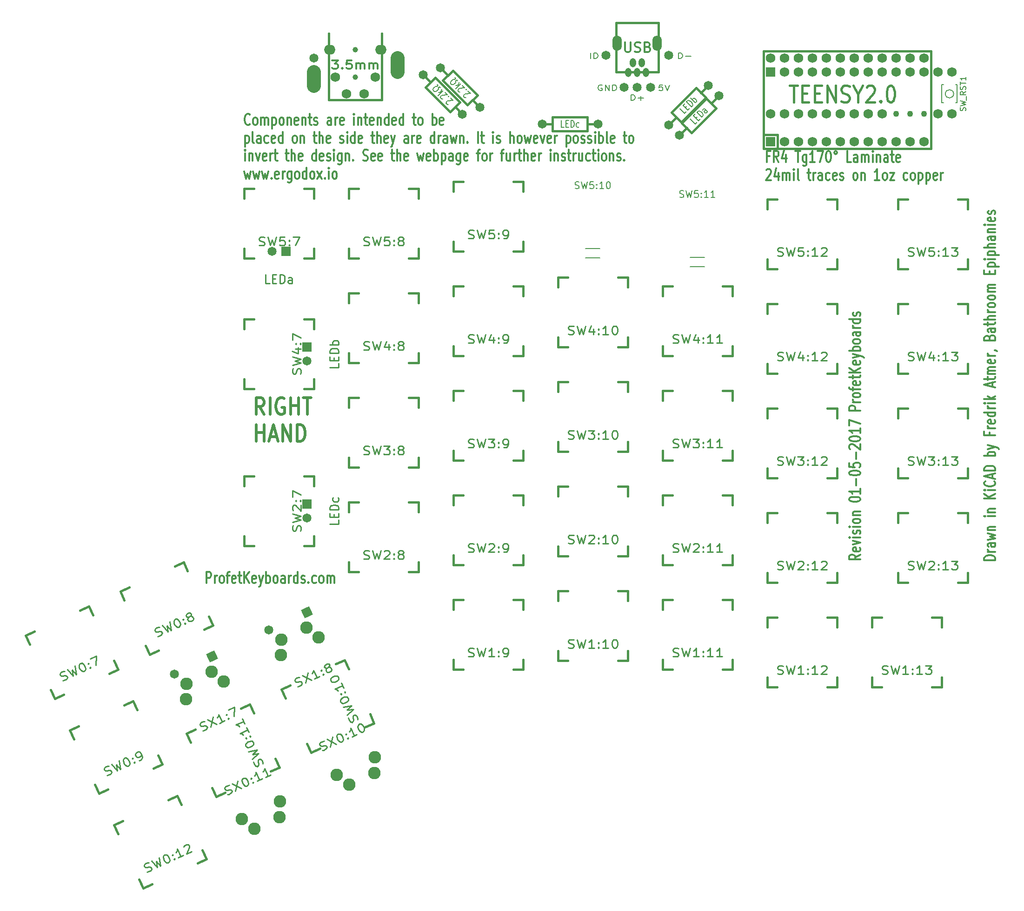
<source format=gto>
%TF.GenerationSoftware,KiCad,Pcbnew,(6.0.5)*%
%TF.CreationDate,2022-05-21T18:25:29-06:00*%
%TF.ProjectId,ErgoDOX,4572676f-444f-4582-9e6b-696361645f70,rev?*%
%TF.SameCoordinates,Original*%
%TF.FileFunction,Legend,Top*%
%TF.FilePolarity,Positive*%
%FSLAX46Y46*%
G04 Gerber Fmt 4.6, Leading zero omitted, Abs format (unit mm)*
G04 Created by KiCad (PCBNEW (6.0.5)) date 2022-05-21 18:25:29*
%MOMM*%
%LPD*%
G01*
G04 APERTURE LIST*
G04 Aperture macros list*
%AMRotRect*
0 Rectangle, with rotation*
0 The origin of the aperture is its center*
0 $1 length*
0 $2 width*
0 $3 Rotation angle, in degrees counterclockwise*
0 Add horizontal line*
21,1,$1,$2,0,0,$3*%
G04 Aperture macros list end*
%ADD10C,0.203200*%
%ADD11C,0.304800*%
%ADD12C,0.508000*%
%ADD13C,0.150000*%
%ADD14C,0.254000*%
%ADD15C,0.457200*%
%ADD16C,0.127000*%
%ADD17C,0.381000*%
%ADD18C,2.540000*%
%ADD19C,1.651000*%
%ADD20R,1.651000X1.651000*%
%ADD21C,0.990600*%
%ADD22O,2.057400X1.752600*%
%ADD23C,1.752600*%
%ADD24O,1.143000X1.651000*%
%ADD25O,1.701800X2.794000*%
%ADD26C,2.286000*%
%ADD27RotRect,1.651000X1.651000X25.000000*%
%ADD28R,1.752600X1.752600*%
%ADD29C,1.092200*%
G04 APERTURE END LIST*
D10*
X129159000Y-35003619D02*
X129159000Y-33987619D01*
X129763761Y-35003619D02*
X129763761Y-33987619D01*
X130066142Y-33987619D01*
X130247571Y-34036000D01*
X130368523Y-34132761D01*
X130429000Y-34229523D01*
X130489476Y-34423047D01*
X130489476Y-34568190D01*
X130429000Y-34761714D01*
X130368523Y-34858476D01*
X130247571Y-34955238D01*
X130066142Y-35003619D01*
X129763761Y-35003619D01*
D11*
X59212285Y-130619238D02*
X59212285Y-128587238D01*
X59792857Y-128587238D01*
X59937999Y-128684000D01*
X60010571Y-128780761D01*
X60083142Y-128974285D01*
X60083142Y-129264571D01*
X60010571Y-129458095D01*
X59937999Y-129554857D01*
X59792857Y-129651619D01*
X59212285Y-129651619D01*
X60736285Y-130619238D02*
X60736285Y-129264571D01*
X60736285Y-129651619D02*
X60808857Y-129458095D01*
X60881428Y-129361333D01*
X61026571Y-129264571D01*
X61171714Y-129264571D01*
X61897428Y-130619238D02*
X61752285Y-130522476D01*
X61679714Y-130425714D01*
X61607142Y-130232190D01*
X61607142Y-129651619D01*
X61679714Y-129458095D01*
X61752285Y-129361333D01*
X61897428Y-129264571D01*
X62115142Y-129264571D01*
X62260285Y-129361333D01*
X62332857Y-129458095D01*
X62405428Y-129651619D01*
X62405428Y-130232190D01*
X62332857Y-130425714D01*
X62260285Y-130522476D01*
X62115142Y-130619238D01*
X61897428Y-130619238D01*
X62840857Y-129264571D02*
X63421428Y-129264571D01*
X63058571Y-130619238D02*
X63058571Y-128877523D01*
X63131142Y-128684000D01*
X63276285Y-128587238D01*
X63421428Y-128587238D01*
X64510000Y-130522476D02*
X64364857Y-130619238D01*
X64074571Y-130619238D01*
X63929428Y-130522476D01*
X63856857Y-130328952D01*
X63856857Y-129554857D01*
X63929428Y-129361333D01*
X64074571Y-129264571D01*
X64364857Y-129264571D01*
X64510000Y-129361333D01*
X64582571Y-129554857D01*
X64582571Y-129748380D01*
X63856857Y-129941904D01*
X65018000Y-129264571D02*
X65598571Y-129264571D01*
X65235714Y-128587238D02*
X65235714Y-130328952D01*
X65308285Y-130522476D01*
X65453428Y-130619238D01*
X65598571Y-130619238D01*
X66106571Y-130619238D02*
X66106571Y-128587238D01*
X66977428Y-130619238D02*
X66324285Y-129458095D01*
X66977428Y-128587238D02*
X66106571Y-129748380D01*
X68211142Y-130522476D02*
X68066000Y-130619238D01*
X67775714Y-130619238D01*
X67630571Y-130522476D01*
X67558000Y-130328952D01*
X67558000Y-129554857D01*
X67630571Y-129361333D01*
X67775714Y-129264571D01*
X68066000Y-129264571D01*
X68211142Y-129361333D01*
X68283714Y-129554857D01*
X68283714Y-129748380D01*
X67558000Y-129941904D01*
X68791714Y-129264571D02*
X69154571Y-130619238D01*
X69517428Y-129264571D02*
X69154571Y-130619238D01*
X69009428Y-131103047D01*
X68936857Y-131199809D01*
X68791714Y-131296571D01*
X70098000Y-130619238D02*
X70098000Y-128587238D01*
X70098000Y-129361333D02*
X70243142Y-129264571D01*
X70533428Y-129264571D01*
X70678571Y-129361333D01*
X70751142Y-129458095D01*
X70823714Y-129651619D01*
X70823714Y-130232190D01*
X70751142Y-130425714D01*
X70678571Y-130522476D01*
X70533428Y-130619238D01*
X70243142Y-130619238D01*
X70098000Y-130522476D01*
X71694571Y-130619238D02*
X71549428Y-130522476D01*
X71476857Y-130425714D01*
X71404285Y-130232190D01*
X71404285Y-129651619D01*
X71476857Y-129458095D01*
X71549428Y-129361333D01*
X71694571Y-129264571D01*
X71912285Y-129264571D01*
X72057428Y-129361333D01*
X72130000Y-129458095D01*
X72202571Y-129651619D01*
X72202571Y-130232190D01*
X72130000Y-130425714D01*
X72057428Y-130522476D01*
X71912285Y-130619238D01*
X71694571Y-130619238D01*
X73508857Y-130619238D02*
X73508857Y-129554857D01*
X73436285Y-129361333D01*
X73291142Y-129264571D01*
X73000857Y-129264571D01*
X72855714Y-129361333D01*
X73508857Y-130522476D02*
X73363714Y-130619238D01*
X73000857Y-130619238D01*
X72855714Y-130522476D01*
X72783142Y-130328952D01*
X72783142Y-130135428D01*
X72855714Y-129941904D01*
X73000857Y-129845142D01*
X73363714Y-129845142D01*
X73508857Y-129748380D01*
X74234571Y-130619238D02*
X74234571Y-129264571D01*
X74234571Y-129651619D02*
X74307142Y-129458095D01*
X74379714Y-129361333D01*
X74524857Y-129264571D01*
X74670000Y-129264571D01*
X75831142Y-130619238D02*
X75831142Y-128587238D01*
X75831142Y-130522476D02*
X75686000Y-130619238D01*
X75395714Y-130619238D01*
X75250571Y-130522476D01*
X75178000Y-130425714D01*
X75105428Y-130232190D01*
X75105428Y-129651619D01*
X75178000Y-129458095D01*
X75250571Y-129361333D01*
X75395714Y-129264571D01*
X75686000Y-129264571D01*
X75831142Y-129361333D01*
X76484285Y-130522476D02*
X76629428Y-130619238D01*
X76919714Y-130619238D01*
X77064857Y-130522476D01*
X77137428Y-130328952D01*
X77137428Y-130232190D01*
X77064857Y-130038666D01*
X76919714Y-129941904D01*
X76702000Y-129941904D01*
X76556857Y-129845142D01*
X76484285Y-129651619D01*
X76484285Y-129554857D01*
X76556857Y-129361333D01*
X76702000Y-129264571D01*
X76919714Y-129264571D01*
X77064857Y-129361333D01*
X77790571Y-130425714D02*
X77863142Y-130522476D01*
X77790571Y-130619238D01*
X77718000Y-130522476D01*
X77790571Y-130425714D01*
X77790571Y-130619238D01*
X79169428Y-130522476D02*
X79024285Y-130619238D01*
X78734000Y-130619238D01*
X78588857Y-130522476D01*
X78516285Y-130425714D01*
X78443714Y-130232190D01*
X78443714Y-129651619D01*
X78516285Y-129458095D01*
X78588857Y-129361333D01*
X78734000Y-129264571D01*
X79024285Y-129264571D01*
X79169428Y-129361333D01*
X80040285Y-130619238D02*
X79895142Y-130522476D01*
X79822571Y-130425714D01*
X79750000Y-130232190D01*
X79750000Y-129651619D01*
X79822571Y-129458095D01*
X79895142Y-129361333D01*
X80040285Y-129264571D01*
X80258000Y-129264571D01*
X80403142Y-129361333D01*
X80475714Y-129458095D01*
X80548285Y-129651619D01*
X80548285Y-130232190D01*
X80475714Y-130425714D01*
X80403142Y-130522476D01*
X80258000Y-130619238D01*
X80040285Y-130619238D01*
X81201428Y-130619238D02*
X81201428Y-129264571D01*
X81201428Y-129458095D02*
X81274000Y-129361333D01*
X81419142Y-129264571D01*
X81636857Y-129264571D01*
X81782000Y-129361333D01*
X81854571Y-129554857D01*
X81854571Y-130619238D01*
X81854571Y-129554857D02*
X81927142Y-129361333D01*
X82072285Y-129264571D01*
X82290000Y-129264571D01*
X82435142Y-129361333D01*
X82507714Y-129554857D01*
X82507714Y-130619238D01*
D10*
X136549190Y-42623619D02*
X136549190Y-41607619D01*
X136851571Y-41607619D01*
X137033000Y-41656000D01*
X137153952Y-41752761D01*
X137214428Y-41849523D01*
X137274904Y-42043047D01*
X137274904Y-42188190D01*
X137214428Y-42381714D01*
X137153952Y-42478476D01*
X137033000Y-42575238D01*
X136851571Y-42623619D01*
X136549190Y-42623619D01*
X137819190Y-42236571D02*
X138786809Y-42236571D01*
X138303000Y-42623619D02*
X138303000Y-41849523D01*
D11*
X161723977Y-52829097D02*
X161215977Y-52829097D01*
X161215977Y-53893478D02*
X161215977Y-51861478D01*
X161941691Y-51861478D01*
X163393120Y-53893478D02*
X162885120Y-52925859D01*
X162522262Y-53893478D02*
X162522262Y-51861478D01*
X163102834Y-51861478D01*
X163247977Y-51958240D01*
X163320548Y-52055001D01*
X163393120Y-52248525D01*
X163393120Y-52538811D01*
X163320548Y-52732335D01*
X163247977Y-52829097D01*
X163102834Y-52925859D01*
X162522262Y-52925859D01*
X164699405Y-52538811D02*
X164699405Y-53893478D01*
X164336548Y-51764716D02*
X163973691Y-53216144D01*
X164917120Y-53216144D01*
X166441120Y-51861478D02*
X167311977Y-51861478D01*
X166876548Y-53893478D02*
X166876548Y-51861478D01*
X168473120Y-52538811D02*
X168473120Y-54183763D01*
X168400548Y-54377287D01*
X168327977Y-54474049D01*
X168182834Y-54570811D01*
X167965120Y-54570811D01*
X167819977Y-54474049D01*
X168473120Y-53796716D02*
X168327977Y-53893478D01*
X168037691Y-53893478D01*
X167892548Y-53796716D01*
X167819977Y-53699954D01*
X167747405Y-53506430D01*
X167747405Y-52925859D01*
X167819977Y-52732335D01*
X167892548Y-52635573D01*
X168037691Y-52538811D01*
X168327977Y-52538811D01*
X168473120Y-52635573D01*
X169997120Y-53893478D02*
X169126262Y-53893478D01*
X169561691Y-53893478D02*
X169561691Y-51861478D01*
X169416548Y-52151763D01*
X169271405Y-52345287D01*
X169126262Y-52442049D01*
X170505120Y-51861478D02*
X171521120Y-51861478D01*
X170867977Y-53893478D01*
X172391977Y-51861478D02*
X172537120Y-51861478D01*
X172682262Y-51958240D01*
X172754834Y-52055001D01*
X172827405Y-52248525D01*
X172899977Y-52635573D01*
X172899977Y-53119382D01*
X172827405Y-53506430D01*
X172754834Y-53699954D01*
X172682262Y-53796716D01*
X172537120Y-53893478D01*
X172391977Y-53893478D01*
X172246834Y-53796716D01*
X172174262Y-53699954D01*
X172101691Y-53506430D01*
X172029120Y-53119382D01*
X172029120Y-52635573D01*
X172101691Y-52248525D01*
X172174262Y-52055001D01*
X172246834Y-51958240D01*
X172391977Y-51861478D01*
X173770834Y-51861478D02*
X173625691Y-51958240D01*
X173553120Y-52151763D01*
X173625691Y-52345287D01*
X173770834Y-52442049D01*
X173915977Y-52345287D01*
X173988548Y-52151763D01*
X173915977Y-51958240D01*
X173770834Y-51861478D01*
X176601120Y-53893478D02*
X175875405Y-53893478D01*
X175875405Y-51861478D01*
X177762262Y-53893478D02*
X177762262Y-52829097D01*
X177689691Y-52635573D01*
X177544548Y-52538811D01*
X177254262Y-52538811D01*
X177109120Y-52635573D01*
X177762262Y-53796716D02*
X177617120Y-53893478D01*
X177254262Y-53893478D01*
X177109120Y-53796716D01*
X177036548Y-53603192D01*
X177036548Y-53409668D01*
X177109120Y-53216144D01*
X177254262Y-53119382D01*
X177617120Y-53119382D01*
X177762262Y-53022620D01*
X178487977Y-53893478D02*
X178487977Y-52538811D01*
X178487977Y-52732335D02*
X178560548Y-52635573D01*
X178705691Y-52538811D01*
X178923405Y-52538811D01*
X179068548Y-52635573D01*
X179141120Y-52829097D01*
X179141120Y-53893478D01*
X179141120Y-52829097D02*
X179213691Y-52635573D01*
X179358834Y-52538811D01*
X179576548Y-52538811D01*
X179721691Y-52635573D01*
X179794262Y-52829097D01*
X179794262Y-53893478D01*
X180519977Y-53893478D02*
X180519977Y-52538811D01*
X180519977Y-51861478D02*
X180447405Y-51958240D01*
X180519977Y-52055001D01*
X180592548Y-51958240D01*
X180519977Y-51861478D01*
X180519977Y-52055001D01*
X181245691Y-52538811D02*
X181245691Y-53893478D01*
X181245691Y-52732335D02*
X181318262Y-52635573D01*
X181463405Y-52538811D01*
X181681120Y-52538811D01*
X181826262Y-52635573D01*
X181898834Y-52829097D01*
X181898834Y-53893478D01*
X183277691Y-53893478D02*
X183277691Y-52829097D01*
X183205120Y-52635573D01*
X183059977Y-52538811D01*
X182769691Y-52538811D01*
X182624548Y-52635573D01*
X183277691Y-53796716D02*
X183132548Y-53893478D01*
X182769691Y-53893478D01*
X182624548Y-53796716D01*
X182551977Y-53603192D01*
X182551977Y-53409668D01*
X182624548Y-53216144D01*
X182769691Y-53119382D01*
X183132548Y-53119382D01*
X183277691Y-53022620D01*
X183785691Y-52538811D02*
X184366262Y-52538811D01*
X184003405Y-51861478D02*
X184003405Y-53603192D01*
X184075977Y-53796716D01*
X184221120Y-53893478D01*
X184366262Y-53893478D01*
X185454834Y-53796716D02*
X185309691Y-53893478D01*
X185019405Y-53893478D01*
X184874262Y-53796716D01*
X184801691Y-53603192D01*
X184801691Y-52829097D01*
X184874262Y-52635573D01*
X185019405Y-52538811D01*
X185309691Y-52538811D01*
X185454834Y-52635573D01*
X185527405Y-52829097D01*
X185527405Y-53022620D01*
X184801691Y-53216144D01*
X161143405Y-55326521D02*
X161215977Y-55229760D01*
X161361120Y-55132998D01*
X161723977Y-55132998D01*
X161869120Y-55229760D01*
X161941691Y-55326521D01*
X162014262Y-55520045D01*
X162014262Y-55713569D01*
X161941691Y-56003855D01*
X161070834Y-57164998D01*
X162014262Y-57164998D01*
X163320548Y-55810331D02*
X163320548Y-57164998D01*
X162957691Y-55036236D02*
X162594834Y-56487664D01*
X163538262Y-56487664D01*
X164118834Y-57164998D02*
X164118834Y-55810331D01*
X164118834Y-56003855D02*
X164191405Y-55907093D01*
X164336548Y-55810331D01*
X164554262Y-55810331D01*
X164699405Y-55907093D01*
X164771977Y-56100617D01*
X164771977Y-57164998D01*
X164771977Y-56100617D02*
X164844548Y-55907093D01*
X164989691Y-55810331D01*
X165207405Y-55810331D01*
X165352548Y-55907093D01*
X165425120Y-56100617D01*
X165425120Y-57164998D01*
X166150834Y-57164998D02*
X166150834Y-55810331D01*
X166150834Y-55132998D02*
X166078262Y-55229760D01*
X166150834Y-55326521D01*
X166223405Y-55229760D01*
X166150834Y-55132998D01*
X166150834Y-55326521D01*
X167094262Y-57164998D02*
X166949120Y-57068236D01*
X166876548Y-56874712D01*
X166876548Y-55132998D01*
X168618262Y-55810331D02*
X169198834Y-55810331D01*
X168835977Y-55132998D02*
X168835977Y-56874712D01*
X168908548Y-57068236D01*
X169053691Y-57164998D01*
X169198834Y-57164998D01*
X169706834Y-57164998D02*
X169706834Y-55810331D01*
X169706834Y-56197379D02*
X169779405Y-56003855D01*
X169851977Y-55907093D01*
X169997120Y-55810331D01*
X170142262Y-55810331D01*
X171303405Y-57164998D02*
X171303405Y-56100617D01*
X171230834Y-55907093D01*
X171085691Y-55810331D01*
X170795405Y-55810331D01*
X170650262Y-55907093D01*
X171303405Y-57068236D02*
X171158262Y-57164998D01*
X170795405Y-57164998D01*
X170650262Y-57068236D01*
X170577691Y-56874712D01*
X170577691Y-56681188D01*
X170650262Y-56487664D01*
X170795405Y-56390902D01*
X171158262Y-56390902D01*
X171303405Y-56294140D01*
X172682262Y-57068236D02*
X172537120Y-57164998D01*
X172246834Y-57164998D01*
X172101691Y-57068236D01*
X172029120Y-56971474D01*
X171956548Y-56777950D01*
X171956548Y-56197379D01*
X172029120Y-56003855D01*
X172101691Y-55907093D01*
X172246834Y-55810331D01*
X172537120Y-55810331D01*
X172682262Y-55907093D01*
X173915977Y-57068236D02*
X173770834Y-57164998D01*
X173480548Y-57164998D01*
X173335405Y-57068236D01*
X173262834Y-56874712D01*
X173262834Y-56100617D01*
X173335405Y-55907093D01*
X173480548Y-55810331D01*
X173770834Y-55810331D01*
X173915977Y-55907093D01*
X173988548Y-56100617D01*
X173988548Y-56294140D01*
X173262834Y-56487664D01*
X174569120Y-57068236D02*
X174714262Y-57164998D01*
X175004548Y-57164998D01*
X175149691Y-57068236D01*
X175222262Y-56874712D01*
X175222262Y-56777950D01*
X175149691Y-56584426D01*
X175004548Y-56487664D01*
X174786834Y-56487664D01*
X174641691Y-56390902D01*
X174569120Y-56197379D01*
X174569120Y-56100617D01*
X174641691Y-55907093D01*
X174786834Y-55810331D01*
X175004548Y-55810331D01*
X175149691Y-55907093D01*
X177254262Y-57164998D02*
X177109120Y-57068236D01*
X177036548Y-56971474D01*
X176963977Y-56777950D01*
X176963977Y-56197379D01*
X177036548Y-56003855D01*
X177109120Y-55907093D01*
X177254262Y-55810331D01*
X177471977Y-55810331D01*
X177617120Y-55907093D01*
X177689691Y-56003855D01*
X177762262Y-56197379D01*
X177762262Y-56777950D01*
X177689691Y-56971474D01*
X177617120Y-57068236D01*
X177471977Y-57164998D01*
X177254262Y-57164998D01*
X178415405Y-55810331D02*
X178415405Y-57164998D01*
X178415405Y-56003855D02*
X178487977Y-55907093D01*
X178633120Y-55810331D01*
X178850834Y-55810331D01*
X178995977Y-55907093D01*
X179068548Y-56100617D01*
X179068548Y-57164998D01*
X181753691Y-57164998D02*
X180882834Y-57164998D01*
X181318262Y-57164998D02*
X181318262Y-55132998D01*
X181173120Y-55423283D01*
X181027977Y-55616807D01*
X180882834Y-55713569D01*
X182624548Y-57164998D02*
X182479405Y-57068236D01*
X182406834Y-56971474D01*
X182334262Y-56777950D01*
X182334262Y-56197379D01*
X182406834Y-56003855D01*
X182479405Y-55907093D01*
X182624548Y-55810331D01*
X182842262Y-55810331D01*
X182987405Y-55907093D01*
X183059977Y-56003855D01*
X183132548Y-56197379D01*
X183132548Y-56777950D01*
X183059977Y-56971474D01*
X182987405Y-57068236D01*
X182842262Y-57164998D01*
X182624548Y-57164998D01*
X183640548Y-55810331D02*
X184438834Y-55810331D01*
X183640548Y-57164998D01*
X184438834Y-57164998D01*
X186833691Y-57068236D02*
X186688548Y-57164998D01*
X186398262Y-57164998D01*
X186253120Y-57068236D01*
X186180548Y-56971474D01*
X186107977Y-56777950D01*
X186107977Y-56197379D01*
X186180548Y-56003855D01*
X186253120Y-55907093D01*
X186398262Y-55810331D01*
X186688548Y-55810331D01*
X186833691Y-55907093D01*
X187704548Y-57164998D02*
X187559405Y-57068236D01*
X187486834Y-56971474D01*
X187414262Y-56777950D01*
X187414262Y-56197379D01*
X187486834Y-56003855D01*
X187559405Y-55907093D01*
X187704548Y-55810331D01*
X187922262Y-55810331D01*
X188067405Y-55907093D01*
X188139977Y-56003855D01*
X188212548Y-56197379D01*
X188212548Y-56777950D01*
X188139977Y-56971474D01*
X188067405Y-57068236D01*
X187922262Y-57164998D01*
X187704548Y-57164998D01*
X188865691Y-55810331D02*
X188865691Y-57842331D01*
X188865691Y-55907093D02*
X189010834Y-55810331D01*
X189301120Y-55810331D01*
X189446262Y-55907093D01*
X189518834Y-56003855D01*
X189591405Y-56197379D01*
X189591405Y-56777950D01*
X189518834Y-56971474D01*
X189446262Y-57068236D01*
X189301120Y-57164998D01*
X189010834Y-57164998D01*
X188865691Y-57068236D01*
X190244548Y-55810331D02*
X190244548Y-57842331D01*
X190244548Y-55907093D02*
X190389691Y-55810331D01*
X190679977Y-55810331D01*
X190825120Y-55907093D01*
X190897691Y-56003855D01*
X190970262Y-56197379D01*
X190970262Y-56777950D01*
X190897691Y-56971474D01*
X190825120Y-57068236D01*
X190679977Y-57164998D01*
X190389691Y-57164998D01*
X190244548Y-57068236D01*
X192203977Y-57068236D02*
X192058834Y-57164998D01*
X191768548Y-57164998D01*
X191623405Y-57068236D01*
X191550834Y-56874712D01*
X191550834Y-56100617D01*
X191623405Y-55907093D01*
X191768548Y-55810331D01*
X192058834Y-55810331D01*
X192203977Y-55907093D01*
X192276548Y-56100617D01*
X192276548Y-56294140D01*
X191550834Y-56487664D01*
X192929691Y-57164998D02*
X192929691Y-55810331D01*
X192929691Y-56197379D02*
X193002262Y-56003855D01*
X193074834Y-55907093D01*
X193219977Y-55810331D01*
X193365120Y-55810331D01*
D12*
X69696390Y-99890217D02*
X68849723Y-98438788D01*
X68244961Y-99890217D02*
X68244961Y-96842217D01*
X69212580Y-96842217D01*
X69454485Y-96987360D01*
X69575438Y-97132502D01*
X69696390Y-97422788D01*
X69696390Y-97858217D01*
X69575438Y-98148502D01*
X69454485Y-98293645D01*
X69212580Y-98438788D01*
X68244961Y-98438788D01*
X70784961Y-99890217D02*
X70784961Y-96842217D01*
X73324961Y-96987360D02*
X73083057Y-96842217D01*
X72720200Y-96842217D01*
X72357342Y-96987360D01*
X72115438Y-97277645D01*
X71994485Y-97567931D01*
X71873533Y-98148502D01*
X71873533Y-98583931D01*
X71994485Y-99164502D01*
X72115438Y-99454788D01*
X72357342Y-99745074D01*
X72720200Y-99890217D01*
X72962104Y-99890217D01*
X73324961Y-99745074D01*
X73445914Y-99599931D01*
X73445914Y-98583931D01*
X72962104Y-98583931D01*
X74534485Y-99890217D02*
X74534485Y-96842217D01*
X74534485Y-98293645D02*
X75985914Y-98293645D01*
X75985914Y-99890217D02*
X75985914Y-96842217D01*
X76832580Y-96842217D02*
X78284009Y-96842217D01*
X77558295Y-99890217D02*
X77558295Y-96842217D01*
X68244961Y-104797497D02*
X68244961Y-101749497D01*
X68244961Y-103200925D02*
X69696390Y-103200925D01*
X69696390Y-104797497D02*
X69696390Y-101749497D01*
X70784961Y-103926640D02*
X71994485Y-103926640D01*
X70543057Y-104797497D02*
X71389723Y-101749497D01*
X72236390Y-104797497D01*
X73083057Y-104797497D02*
X73083057Y-101749497D01*
X74534485Y-104797497D01*
X74534485Y-101749497D01*
X75744009Y-104797497D02*
X75744009Y-101749497D01*
X76348771Y-101749497D01*
X76711628Y-101894640D01*
X76953533Y-102184925D01*
X77074485Y-102475211D01*
X77195438Y-103055782D01*
X77195438Y-103491211D01*
X77074485Y-104071782D01*
X76953533Y-104362068D01*
X76711628Y-104652354D01*
X76348771Y-104797497D01*
X75744009Y-104797497D01*
D11*
X178279238Y-125428165D02*
X177311619Y-125936165D01*
X178279238Y-126299022D02*
X176247238Y-126299022D01*
X176247238Y-125718451D01*
X176344000Y-125573308D01*
X176440761Y-125500737D01*
X176634285Y-125428165D01*
X176924571Y-125428165D01*
X177118095Y-125500737D01*
X177214857Y-125573308D01*
X177311619Y-125718451D01*
X177311619Y-126299022D01*
X178182476Y-124194451D02*
X178279238Y-124339594D01*
X178279238Y-124629880D01*
X178182476Y-124775022D01*
X177988952Y-124847594D01*
X177214857Y-124847594D01*
X177021333Y-124775022D01*
X176924571Y-124629880D01*
X176924571Y-124339594D01*
X177021333Y-124194451D01*
X177214857Y-124121880D01*
X177408380Y-124121880D01*
X177601904Y-124847594D01*
X176924571Y-123613880D02*
X178279238Y-123251022D01*
X176924571Y-122888165D01*
X178279238Y-122307594D02*
X176924571Y-122307594D01*
X176247238Y-122307594D02*
X176344000Y-122380165D01*
X176440761Y-122307594D01*
X176344000Y-122235022D01*
X176247238Y-122307594D01*
X176440761Y-122307594D01*
X178182476Y-121654451D02*
X178279238Y-121509308D01*
X178279238Y-121219022D01*
X178182476Y-121073880D01*
X177988952Y-121001308D01*
X177892190Y-121001308D01*
X177698666Y-121073880D01*
X177601904Y-121219022D01*
X177601904Y-121436737D01*
X177505142Y-121581880D01*
X177311619Y-121654451D01*
X177214857Y-121654451D01*
X177021333Y-121581880D01*
X176924571Y-121436737D01*
X176924571Y-121219022D01*
X177021333Y-121073880D01*
X178279238Y-120348165D02*
X176924571Y-120348165D01*
X176247238Y-120348165D02*
X176344000Y-120420737D01*
X176440761Y-120348165D01*
X176344000Y-120275594D01*
X176247238Y-120348165D01*
X176440761Y-120348165D01*
X178279238Y-119404737D02*
X178182476Y-119549880D01*
X178085714Y-119622451D01*
X177892190Y-119695022D01*
X177311619Y-119695022D01*
X177118095Y-119622451D01*
X177021333Y-119549880D01*
X176924571Y-119404737D01*
X176924571Y-119187022D01*
X177021333Y-119041880D01*
X177118095Y-118969308D01*
X177311619Y-118896737D01*
X177892190Y-118896737D01*
X178085714Y-118969308D01*
X178182476Y-119041880D01*
X178279238Y-119187022D01*
X178279238Y-119404737D01*
X176924571Y-118243594D02*
X178279238Y-118243594D01*
X177118095Y-118243594D02*
X177021333Y-118171022D01*
X176924571Y-118025880D01*
X176924571Y-117808165D01*
X177021333Y-117663022D01*
X177214857Y-117590451D01*
X178279238Y-117590451D01*
X176247238Y-115413308D02*
X176247238Y-115268165D01*
X176344000Y-115123022D01*
X176440761Y-115050451D01*
X176634285Y-114977880D01*
X177021333Y-114905308D01*
X177505142Y-114905308D01*
X177892190Y-114977880D01*
X178085714Y-115050451D01*
X178182476Y-115123022D01*
X178279238Y-115268165D01*
X178279238Y-115413308D01*
X178182476Y-115558451D01*
X178085714Y-115631022D01*
X177892190Y-115703594D01*
X177505142Y-115776165D01*
X177021333Y-115776165D01*
X176634285Y-115703594D01*
X176440761Y-115631022D01*
X176344000Y-115558451D01*
X176247238Y-115413308D01*
X178279238Y-113453880D02*
X178279238Y-114324737D01*
X178279238Y-113889308D02*
X176247238Y-113889308D01*
X176537523Y-114034451D01*
X176731047Y-114179594D01*
X176827809Y-114324737D01*
X177505142Y-112800737D02*
X177505142Y-111639594D01*
X176247238Y-110623594D02*
X176247238Y-110478451D01*
X176344000Y-110333308D01*
X176440761Y-110260737D01*
X176634285Y-110188165D01*
X177021333Y-110115594D01*
X177505142Y-110115594D01*
X177892190Y-110188165D01*
X178085714Y-110260737D01*
X178182476Y-110333308D01*
X178279238Y-110478451D01*
X178279238Y-110623594D01*
X178182476Y-110768737D01*
X178085714Y-110841308D01*
X177892190Y-110913880D01*
X177505142Y-110986451D01*
X177021333Y-110986451D01*
X176634285Y-110913880D01*
X176440761Y-110841308D01*
X176344000Y-110768737D01*
X176247238Y-110623594D01*
X176247238Y-108736737D02*
X176247238Y-109462451D01*
X177214857Y-109535022D01*
X177118095Y-109462451D01*
X177021333Y-109317308D01*
X177021333Y-108954451D01*
X177118095Y-108809308D01*
X177214857Y-108736737D01*
X177408380Y-108664165D01*
X177892190Y-108664165D01*
X178085714Y-108736737D01*
X178182476Y-108809308D01*
X178279238Y-108954451D01*
X178279238Y-109317308D01*
X178182476Y-109462451D01*
X178085714Y-109535022D01*
X177505142Y-108011022D02*
X177505142Y-106849880D01*
X176440761Y-106196737D02*
X176344000Y-106124165D01*
X176247238Y-105979022D01*
X176247238Y-105616165D01*
X176344000Y-105471022D01*
X176440761Y-105398451D01*
X176634285Y-105325880D01*
X176827809Y-105325880D01*
X177118095Y-105398451D01*
X178279238Y-106269308D01*
X178279238Y-105325880D01*
X176247238Y-104382451D02*
X176247238Y-104237308D01*
X176344000Y-104092165D01*
X176440761Y-104019594D01*
X176634285Y-103947022D01*
X177021333Y-103874451D01*
X177505142Y-103874451D01*
X177892190Y-103947022D01*
X178085714Y-104019594D01*
X178182476Y-104092165D01*
X178279238Y-104237308D01*
X178279238Y-104382451D01*
X178182476Y-104527594D01*
X178085714Y-104600165D01*
X177892190Y-104672737D01*
X177505142Y-104745308D01*
X177021333Y-104745308D01*
X176634285Y-104672737D01*
X176440761Y-104600165D01*
X176344000Y-104527594D01*
X176247238Y-104382451D01*
X178279238Y-102423022D02*
X178279238Y-103293880D01*
X178279238Y-102858451D02*
X176247238Y-102858451D01*
X176537523Y-103003594D01*
X176731047Y-103148737D01*
X176827809Y-103293880D01*
X176247238Y-101915022D02*
X176247238Y-100899022D01*
X178279238Y-101552165D01*
X178279238Y-99157308D02*
X176247238Y-99157308D01*
X176247238Y-98576737D01*
X176344000Y-98431594D01*
X176440761Y-98359022D01*
X176634285Y-98286451D01*
X176924571Y-98286451D01*
X177118095Y-98359022D01*
X177214857Y-98431594D01*
X177311619Y-98576737D01*
X177311619Y-99157308D01*
X178279238Y-97633308D02*
X176924571Y-97633308D01*
X177311619Y-97633308D02*
X177118095Y-97560737D01*
X177021333Y-97488165D01*
X176924571Y-97343022D01*
X176924571Y-97197880D01*
X178279238Y-96472165D02*
X178182476Y-96617308D01*
X178085714Y-96689880D01*
X177892190Y-96762451D01*
X177311619Y-96762451D01*
X177118095Y-96689880D01*
X177021333Y-96617308D01*
X176924571Y-96472165D01*
X176924571Y-96254451D01*
X177021333Y-96109308D01*
X177118095Y-96036737D01*
X177311619Y-95964165D01*
X177892190Y-95964165D01*
X178085714Y-96036737D01*
X178182476Y-96109308D01*
X178279238Y-96254451D01*
X178279238Y-96472165D01*
X176924571Y-95528737D02*
X176924571Y-94948165D01*
X178279238Y-95311022D02*
X176537523Y-95311022D01*
X176344000Y-95238451D01*
X176247238Y-95093308D01*
X176247238Y-94948165D01*
X178182476Y-93859594D02*
X178279238Y-94004737D01*
X178279238Y-94295022D01*
X178182476Y-94440165D01*
X177988952Y-94512737D01*
X177214857Y-94512737D01*
X177021333Y-94440165D01*
X176924571Y-94295022D01*
X176924571Y-94004737D01*
X177021333Y-93859594D01*
X177214857Y-93787022D01*
X177408380Y-93787022D01*
X177601904Y-94512737D01*
X176924571Y-93351594D02*
X176924571Y-92771022D01*
X176247238Y-93133880D02*
X177988952Y-93133880D01*
X178182476Y-93061308D01*
X178279238Y-92916165D01*
X178279238Y-92771022D01*
X178279238Y-92263022D02*
X176247238Y-92263022D01*
X178279238Y-91392165D02*
X177118095Y-92045308D01*
X176247238Y-91392165D02*
X177408380Y-92263022D01*
X178182476Y-90158451D02*
X178279238Y-90303594D01*
X178279238Y-90593880D01*
X178182476Y-90739022D01*
X177988952Y-90811594D01*
X177214857Y-90811594D01*
X177021333Y-90739022D01*
X176924571Y-90593880D01*
X176924571Y-90303594D01*
X177021333Y-90158451D01*
X177214857Y-90085880D01*
X177408380Y-90085880D01*
X177601904Y-90811594D01*
X176924571Y-89577880D02*
X178279238Y-89215022D01*
X176924571Y-88852165D02*
X178279238Y-89215022D01*
X178763047Y-89360165D01*
X178859809Y-89432737D01*
X178956571Y-89577880D01*
X178279238Y-88271594D02*
X176247238Y-88271594D01*
X177021333Y-88271594D02*
X176924571Y-88126451D01*
X176924571Y-87836165D01*
X177021333Y-87691022D01*
X177118095Y-87618451D01*
X177311619Y-87545880D01*
X177892190Y-87545880D01*
X178085714Y-87618451D01*
X178182476Y-87691022D01*
X178279238Y-87836165D01*
X178279238Y-88126451D01*
X178182476Y-88271594D01*
X178279238Y-86675022D02*
X178182476Y-86820165D01*
X178085714Y-86892737D01*
X177892190Y-86965308D01*
X177311619Y-86965308D01*
X177118095Y-86892737D01*
X177021333Y-86820165D01*
X176924571Y-86675022D01*
X176924571Y-86457308D01*
X177021333Y-86312165D01*
X177118095Y-86239594D01*
X177311619Y-86167022D01*
X177892190Y-86167022D01*
X178085714Y-86239594D01*
X178182476Y-86312165D01*
X178279238Y-86457308D01*
X178279238Y-86675022D01*
X178279238Y-84860737D02*
X177214857Y-84860737D01*
X177021333Y-84933308D01*
X176924571Y-85078451D01*
X176924571Y-85368737D01*
X177021333Y-85513880D01*
X178182476Y-84860737D02*
X178279238Y-85005880D01*
X178279238Y-85368737D01*
X178182476Y-85513880D01*
X177988952Y-85586451D01*
X177795428Y-85586451D01*
X177601904Y-85513880D01*
X177505142Y-85368737D01*
X177505142Y-85005880D01*
X177408380Y-84860737D01*
X178279238Y-84135022D02*
X176924571Y-84135022D01*
X177311619Y-84135022D02*
X177118095Y-84062451D01*
X177021333Y-83989880D01*
X176924571Y-83844737D01*
X176924571Y-83699594D01*
X178279238Y-82538451D02*
X176247238Y-82538451D01*
X178182476Y-82538451D02*
X178279238Y-82683594D01*
X178279238Y-82973880D01*
X178182476Y-83119022D01*
X178085714Y-83191594D01*
X177892190Y-83264165D01*
X177311619Y-83264165D01*
X177118095Y-83191594D01*
X177021333Y-83119022D01*
X176924571Y-82973880D01*
X176924571Y-82683594D01*
X177021333Y-82538451D01*
X178182476Y-81885308D02*
X178279238Y-81740165D01*
X178279238Y-81449880D01*
X178182476Y-81304737D01*
X177988952Y-81232165D01*
X177892190Y-81232165D01*
X177698666Y-81304737D01*
X177601904Y-81449880D01*
X177601904Y-81667594D01*
X177505142Y-81812737D01*
X177311619Y-81885308D01*
X177214857Y-81885308D01*
X177021333Y-81812737D01*
X176924571Y-81667594D01*
X176924571Y-81449880D01*
X177021333Y-81304737D01*
D10*
X131239380Y-39878000D02*
X131118428Y-39829619D01*
X130937000Y-39829619D01*
X130755571Y-39878000D01*
X130634619Y-39974761D01*
X130574142Y-40071523D01*
X130513666Y-40265047D01*
X130513666Y-40410190D01*
X130574142Y-40603714D01*
X130634619Y-40700476D01*
X130755571Y-40797238D01*
X130937000Y-40845619D01*
X131057952Y-40845619D01*
X131239380Y-40797238D01*
X131299857Y-40748857D01*
X131299857Y-40410190D01*
X131057952Y-40410190D01*
X131844142Y-40845619D02*
X131844142Y-39829619D01*
X132569857Y-40845619D01*
X132569857Y-39829619D01*
X133174619Y-40845619D02*
X133174619Y-39829619D01*
X133477000Y-39829619D01*
X133658428Y-39878000D01*
X133779380Y-39974761D01*
X133839857Y-40071523D01*
X133900333Y-40265047D01*
X133900333Y-40410190D01*
X133839857Y-40603714D01*
X133779380Y-40700476D01*
X133658428Y-40797238D01*
X133477000Y-40845619D01*
X133174619Y-40845619D01*
X142252095Y-39829619D02*
X141647333Y-39829619D01*
X141586857Y-40313428D01*
X141647333Y-40265047D01*
X141768285Y-40216666D01*
X142070666Y-40216666D01*
X142191619Y-40265047D01*
X142252095Y-40313428D01*
X142312571Y-40410190D01*
X142312571Y-40652095D01*
X142252095Y-40748857D01*
X142191619Y-40797238D01*
X142070666Y-40845619D01*
X141768285Y-40845619D01*
X141647333Y-40797238D01*
X141586857Y-40748857D01*
X142675428Y-39829619D02*
X143098761Y-40845619D01*
X143522095Y-39829619D01*
D11*
X202849238Y-126439022D02*
X200817238Y-126439022D01*
X200817238Y-126076165D01*
X200914000Y-125858451D01*
X201107523Y-125713308D01*
X201301047Y-125640737D01*
X201688095Y-125568165D01*
X201978380Y-125568165D01*
X202365428Y-125640737D01*
X202558952Y-125713308D01*
X202752476Y-125858451D01*
X202849238Y-126076165D01*
X202849238Y-126439022D01*
X202849238Y-124915022D02*
X201494571Y-124915022D01*
X201881619Y-124915022D02*
X201688095Y-124842451D01*
X201591333Y-124769880D01*
X201494571Y-124624737D01*
X201494571Y-124479594D01*
X202849238Y-123318451D02*
X201784857Y-123318451D01*
X201591333Y-123391022D01*
X201494571Y-123536165D01*
X201494571Y-123826451D01*
X201591333Y-123971594D01*
X202752476Y-123318451D02*
X202849238Y-123463594D01*
X202849238Y-123826451D01*
X202752476Y-123971594D01*
X202558952Y-124044165D01*
X202365428Y-124044165D01*
X202171904Y-123971594D01*
X202075142Y-123826451D01*
X202075142Y-123463594D01*
X201978380Y-123318451D01*
X201494571Y-122737880D02*
X202849238Y-122447594D01*
X201881619Y-122157308D01*
X202849238Y-121867022D01*
X201494571Y-121576737D01*
X201494571Y-120996165D02*
X202849238Y-120996165D01*
X201688095Y-120996165D02*
X201591333Y-120923594D01*
X201494571Y-120778451D01*
X201494571Y-120560737D01*
X201591333Y-120415594D01*
X201784857Y-120343022D01*
X202849238Y-120343022D01*
X202849238Y-118456165D02*
X201494571Y-118456165D01*
X200817238Y-118456165D02*
X200914000Y-118528737D01*
X201010761Y-118456165D01*
X200914000Y-118383594D01*
X200817238Y-118456165D01*
X201010761Y-118456165D01*
X201494571Y-117730451D02*
X202849238Y-117730451D01*
X201688095Y-117730451D02*
X201591333Y-117657880D01*
X201494571Y-117512737D01*
X201494571Y-117295022D01*
X201591333Y-117149880D01*
X201784857Y-117077308D01*
X202849238Y-117077308D01*
X202849238Y-115190451D02*
X200817238Y-115190451D01*
X202849238Y-114319594D02*
X201688095Y-114972737D01*
X200817238Y-114319594D02*
X201978380Y-115190451D01*
X202849238Y-113666451D02*
X201494571Y-113666451D01*
X200817238Y-113666451D02*
X200914000Y-113739022D01*
X201010761Y-113666451D01*
X200914000Y-113593880D01*
X200817238Y-113666451D01*
X201010761Y-113666451D01*
X202655714Y-112069880D02*
X202752476Y-112142451D01*
X202849238Y-112360165D01*
X202849238Y-112505308D01*
X202752476Y-112723022D01*
X202558952Y-112868165D01*
X202365428Y-112940737D01*
X201978380Y-113013308D01*
X201688095Y-113013308D01*
X201301047Y-112940737D01*
X201107523Y-112868165D01*
X200914000Y-112723022D01*
X200817238Y-112505308D01*
X200817238Y-112360165D01*
X200914000Y-112142451D01*
X201010761Y-112069880D01*
X202268666Y-111489308D02*
X202268666Y-110763594D01*
X202849238Y-111634451D02*
X200817238Y-111126451D01*
X202849238Y-110618451D01*
X202849238Y-110110451D02*
X200817238Y-110110451D01*
X200817238Y-109747594D01*
X200914000Y-109529880D01*
X201107523Y-109384737D01*
X201301047Y-109312165D01*
X201688095Y-109239594D01*
X201978380Y-109239594D01*
X202365428Y-109312165D01*
X202558952Y-109384737D01*
X202752476Y-109529880D01*
X202849238Y-109747594D01*
X202849238Y-110110451D01*
X202849238Y-107425308D02*
X200817238Y-107425308D01*
X201591333Y-107425308D02*
X201494571Y-107280165D01*
X201494571Y-106989880D01*
X201591333Y-106844737D01*
X201688095Y-106772165D01*
X201881619Y-106699594D01*
X202462190Y-106699594D01*
X202655714Y-106772165D01*
X202752476Y-106844737D01*
X202849238Y-106989880D01*
X202849238Y-107280165D01*
X202752476Y-107425308D01*
X201494571Y-106191594D02*
X202849238Y-105828737D01*
X201494571Y-105465880D02*
X202849238Y-105828737D01*
X203333047Y-105973880D01*
X203429809Y-106046451D01*
X203526571Y-106191594D01*
X201784857Y-103216165D02*
X201784857Y-103724165D01*
X202849238Y-103724165D02*
X200817238Y-103724165D01*
X200817238Y-102998451D01*
X202849238Y-102417880D02*
X201494571Y-102417880D01*
X201881619Y-102417880D02*
X201688095Y-102345308D01*
X201591333Y-102272737D01*
X201494571Y-102127594D01*
X201494571Y-101982451D01*
X202752476Y-100893880D02*
X202849238Y-101039022D01*
X202849238Y-101329308D01*
X202752476Y-101474451D01*
X202558952Y-101547022D01*
X201784857Y-101547022D01*
X201591333Y-101474451D01*
X201494571Y-101329308D01*
X201494571Y-101039022D01*
X201591333Y-100893880D01*
X201784857Y-100821308D01*
X201978380Y-100821308D01*
X202171904Y-101547022D01*
X202849238Y-99515022D02*
X200817238Y-99515022D01*
X202752476Y-99515022D02*
X202849238Y-99660165D01*
X202849238Y-99950451D01*
X202752476Y-100095594D01*
X202655714Y-100168165D01*
X202462190Y-100240737D01*
X201881619Y-100240737D01*
X201688095Y-100168165D01*
X201591333Y-100095594D01*
X201494571Y-99950451D01*
X201494571Y-99660165D01*
X201591333Y-99515022D01*
X202849238Y-98789308D02*
X201494571Y-98789308D01*
X201881619Y-98789308D02*
X201688095Y-98716737D01*
X201591333Y-98644165D01*
X201494571Y-98499022D01*
X201494571Y-98353880D01*
X202849238Y-97845880D02*
X201494571Y-97845880D01*
X200817238Y-97845880D02*
X200914000Y-97918451D01*
X201010761Y-97845880D01*
X200914000Y-97773308D01*
X200817238Y-97845880D01*
X201010761Y-97845880D01*
X202849238Y-97120165D02*
X200817238Y-97120165D01*
X202075142Y-96975022D02*
X202849238Y-96539594D01*
X201494571Y-96539594D02*
X202268666Y-97120165D01*
X202268666Y-94797880D02*
X202268666Y-94072165D01*
X202849238Y-94943022D02*
X200817238Y-94435022D01*
X202849238Y-93927022D01*
X201494571Y-93636737D02*
X201494571Y-93056165D01*
X200817238Y-93419022D02*
X202558952Y-93419022D01*
X202752476Y-93346451D01*
X202849238Y-93201308D01*
X202849238Y-93056165D01*
X202849238Y-92548165D02*
X201494571Y-92548165D01*
X201688095Y-92548165D02*
X201591333Y-92475594D01*
X201494571Y-92330451D01*
X201494571Y-92112737D01*
X201591333Y-91967594D01*
X201784857Y-91895022D01*
X202849238Y-91895022D01*
X201784857Y-91895022D02*
X201591333Y-91822451D01*
X201494571Y-91677308D01*
X201494571Y-91459594D01*
X201591333Y-91314451D01*
X201784857Y-91241880D01*
X202849238Y-91241880D01*
X202752476Y-89935594D02*
X202849238Y-90080737D01*
X202849238Y-90371022D01*
X202752476Y-90516165D01*
X202558952Y-90588737D01*
X201784857Y-90588737D01*
X201591333Y-90516165D01*
X201494571Y-90371022D01*
X201494571Y-90080737D01*
X201591333Y-89935594D01*
X201784857Y-89863022D01*
X201978380Y-89863022D01*
X202171904Y-90588737D01*
X202849238Y-89209880D02*
X201494571Y-89209880D01*
X201881619Y-89209880D02*
X201688095Y-89137308D01*
X201591333Y-89064737D01*
X201494571Y-88919594D01*
X201494571Y-88774451D01*
X202752476Y-88193880D02*
X202849238Y-88193880D01*
X203042761Y-88266451D01*
X203139523Y-88339022D01*
X201784857Y-85871594D02*
X201881619Y-85653880D01*
X201978380Y-85581308D01*
X202171904Y-85508737D01*
X202462190Y-85508737D01*
X202655714Y-85581308D01*
X202752476Y-85653880D01*
X202849238Y-85799022D01*
X202849238Y-86379594D01*
X200817238Y-86379594D01*
X200817238Y-85871594D01*
X200914000Y-85726451D01*
X201010761Y-85653880D01*
X201204285Y-85581308D01*
X201397809Y-85581308D01*
X201591333Y-85653880D01*
X201688095Y-85726451D01*
X201784857Y-85871594D01*
X201784857Y-86379594D01*
X202849238Y-84202451D02*
X201784857Y-84202451D01*
X201591333Y-84275022D01*
X201494571Y-84420165D01*
X201494571Y-84710451D01*
X201591333Y-84855594D01*
X202752476Y-84202451D02*
X202849238Y-84347594D01*
X202849238Y-84710451D01*
X202752476Y-84855594D01*
X202558952Y-84928165D01*
X202365428Y-84928165D01*
X202171904Y-84855594D01*
X202075142Y-84710451D01*
X202075142Y-84347594D01*
X201978380Y-84202451D01*
X201494571Y-83694451D02*
X201494571Y-83113880D01*
X200817238Y-83476737D02*
X202558952Y-83476737D01*
X202752476Y-83404165D01*
X202849238Y-83259022D01*
X202849238Y-83113880D01*
X202849238Y-82605880D02*
X200817238Y-82605880D01*
X202849238Y-81952737D02*
X201784857Y-81952737D01*
X201591333Y-82025308D01*
X201494571Y-82170451D01*
X201494571Y-82388165D01*
X201591333Y-82533308D01*
X201688095Y-82605880D01*
X202849238Y-81227022D02*
X201494571Y-81227022D01*
X201881619Y-81227022D02*
X201688095Y-81154451D01*
X201591333Y-81081880D01*
X201494571Y-80936737D01*
X201494571Y-80791594D01*
X202849238Y-80065880D02*
X202752476Y-80211022D01*
X202655714Y-80283594D01*
X202462190Y-80356165D01*
X201881619Y-80356165D01*
X201688095Y-80283594D01*
X201591333Y-80211022D01*
X201494571Y-80065880D01*
X201494571Y-79848165D01*
X201591333Y-79703022D01*
X201688095Y-79630451D01*
X201881619Y-79557880D01*
X202462190Y-79557880D01*
X202655714Y-79630451D01*
X202752476Y-79703022D01*
X202849238Y-79848165D01*
X202849238Y-80065880D01*
X202849238Y-78687022D02*
X202752476Y-78832165D01*
X202655714Y-78904737D01*
X202462190Y-78977308D01*
X201881619Y-78977308D01*
X201688095Y-78904737D01*
X201591333Y-78832165D01*
X201494571Y-78687022D01*
X201494571Y-78469308D01*
X201591333Y-78324165D01*
X201688095Y-78251594D01*
X201881619Y-78179022D01*
X202462190Y-78179022D01*
X202655714Y-78251594D01*
X202752476Y-78324165D01*
X202849238Y-78469308D01*
X202849238Y-78687022D01*
X202849238Y-77525880D02*
X201494571Y-77525880D01*
X201688095Y-77525880D02*
X201591333Y-77453308D01*
X201494571Y-77308165D01*
X201494571Y-77090451D01*
X201591333Y-76945308D01*
X201784857Y-76872737D01*
X202849238Y-76872737D01*
X201784857Y-76872737D02*
X201591333Y-76800165D01*
X201494571Y-76655022D01*
X201494571Y-76437308D01*
X201591333Y-76292165D01*
X201784857Y-76219594D01*
X202849238Y-76219594D01*
X201784857Y-74332737D02*
X201784857Y-73824737D01*
X202849238Y-73607022D02*
X202849238Y-74332737D01*
X200817238Y-74332737D01*
X200817238Y-73607022D01*
X201494571Y-72953880D02*
X203526571Y-72953880D01*
X201591333Y-72953880D02*
X201494571Y-72808737D01*
X201494571Y-72518451D01*
X201591333Y-72373308D01*
X201688095Y-72300737D01*
X201881619Y-72228165D01*
X202462190Y-72228165D01*
X202655714Y-72300737D01*
X202752476Y-72373308D01*
X202849238Y-72518451D01*
X202849238Y-72808737D01*
X202752476Y-72953880D01*
X202849238Y-71575022D02*
X201494571Y-71575022D01*
X200817238Y-71575022D02*
X200914000Y-71647594D01*
X201010761Y-71575022D01*
X200914000Y-71502451D01*
X200817238Y-71575022D01*
X201010761Y-71575022D01*
X201494571Y-70849308D02*
X203526571Y-70849308D01*
X201591333Y-70849308D02*
X201494571Y-70704165D01*
X201494571Y-70413880D01*
X201591333Y-70268737D01*
X201688095Y-70196165D01*
X201881619Y-70123594D01*
X202462190Y-70123594D01*
X202655714Y-70196165D01*
X202752476Y-70268737D01*
X202849238Y-70413880D01*
X202849238Y-70704165D01*
X202752476Y-70849308D01*
X202849238Y-69470451D02*
X200817238Y-69470451D01*
X202849238Y-68817308D02*
X201784857Y-68817308D01*
X201591333Y-68889880D01*
X201494571Y-69035022D01*
X201494571Y-69252737D01*
X201591333Y-69397880D01*
X201688095Y-69470451D01*
X202849238Y-67438451D02*
X201784857Y-67438451D01*
X201591333Y-67511022D01*
X201494571Y-67656165D01*
X201494571Y-67946451D01*
X201591333Y-68091594D01*
X202752476Y-67438451D02*
X202849238Y-67583594D01*
X202849238Y-67946451D01*
X202752476Y-68091594D01*
X202558952Y-68164165D01*
X202365428Y-68164165D01*
X202171904Y-68091594D01*
X202075142Y-67946451D01*
X202075142Y-67583594D01*
X201978380Y-67438451D01*
X201494571Y-66712737D02*
X202849238Y-66712737D01*
X201688095Y-66712737D02*
X201591333Y-66640165D01*
X201494571Y-66495022D01*
X201494571Y-66277308D01*
X201591333Y-66132165D01*
X201784857Y-66059594D01*
X202849238Y-66059594D01*
X202849238Y-65333880D02*
X201494571Y-65333880D01*
X200817238Y-65333880D02*
X200914000Y-65406451D01*
X201010761Y-65333880D01*
X200914000Y-65261308D01*
X200817238Y-65333880D01*
X201010761Y-65333880D01*
X202752476Y-64027594D02*
X202849238Y-64172737D01*
X202849238Y-64463022D01*
X202752476Y-64608165D01*
X202558952Y-64680737D01*
X201784857Y-64680737D01*
X201591333Y-64608165D01*
X201494571Y-64463022D01*
X201494571Y-64172737D01*
X201591333Y-64027594D01*
X201784857Y-63955022D01*
X201978380Y-63955022D01*
X202171904Y-64680737D01*
X202752476Y-63374451D02*
X202849238Y-63229308D01*
X202849238Y-62939022D01*
X202752476Y-62793880D01*
X202558952Y-62721308D01*
X202462190Y-62721308D01*
X202268666Y-62793880D01*
X202171904Y-62939022D01*
X202171904Y-63156737D01*
X202075142Y-63301880D01*
X201881619Y-63374451D01*
X201784857Y-63374451D01*
X201591333Y-63301880D01*
X201494571Y-63156737D01*
X201494571Y-62939022D01*
X201591333Y-62793880D01*
X67131834Y-46938434D02*
X67059262Y-47035196D01*
X66841548Y-47131958D01*
X66696405Y-47131958D01*
X66478691Y-47035196D01*
X66333548Y-46841672D01*
X66260977Y-46648148D01*
X66188405Y-46261100D01*
X66188405Y-45970815D01*
X66260977Y-45583767D01*
X66333548Y-45390243D01*
X66478691Y-45196720D01*
X66696405Y-45099958D01*
X66841548Y-45099958D01*
X67059262Y-45196720D01*
X67131834Y-45293481D01*
X68002691Y-47131958D02*
X67857548Y-47035196D01*
X67784977Y-46938434D01*
X67712405Y-46744910D01*
X67712405Y-46164339D01*
X67784977Y-45970815D01*
X67857548Y-45874053D01*
X68002691Y-45777291D01*
X68220405Y-45777291D01*
X68365548Y-45874053D01*
X68438120Y-45970815D01*
X68510691Y-46164339D01*
X68510691Y-46744910D01*
X68438120Y-46938434D01*
X68365548Y-47035196D01*
X68220405Y-47131958D01*
X68002691Y-47131958D01*
X69163834Y-47131958D02*
X69163834Y-45777291D01*
X69163834Y-45970815D02*
X69236405Y-45874053D01*
X69381548Y-45777291D01*
X69599262Y-45777291D01*
X69744405Y-45874053D01*
X69816977Y-46067577D01*
X69816977Y-47131958D01*
X69816977Y-46067577D02*
X69889548Y-45874053D01*
X70034691Y-45777291D01*
X70252405Y-45777291D01*
X70397548Y-45874053D01*
X70470120Y-46067577D01*
X70470120Y-47131958D01*
X71195834Y-45777291D02*
X71195834Y-47809291D01*
X71195834Y-45874053D02*
X71340977Y-45777291D01*
X71631262Y-45777291D01*
X71776405Y-45874053D01*
X71848977Y-45970815D01*
X71921548Y-46164339D01*
X71921548Y-46744910D01*
X71848977Y-46938434D01*
X71776405Y-47035196D01*
X71631262Y-47131958D01*
X71340977Y-47131958D01*
X71195834Y-47035196D01*
X72792405Y-47131958D02*
X72647262Y-47035196D01*
X72574691Y-46938434D01*
X72502120Y-46744910D01*
X72502120Y-46164339D01*
X72574691Y-45970815D01*
X72647262Y-45874053D01*
X72792405Y-45777291D01*
X73010120Y-45777291D01*
X73155262Y-45874053D01*
X73227834Y-45970815D01*
X73300405Y-46164339D01*
X73300405Y-46744910D01*
X73227834Y-46938434D01*
X73155262Y-47035196D01*
X73010120Y-47131958D01*
X72792405Y-47131958D01*
X73953548Y-45777291D02*
X73953548Y-47131958D01*
X73953548Y-45970815D02*
X74026120Y-45874053D01*
X74171262Y-45777291D01*
X74388977Y-45777291D01*
X74534120Y-45874053D01*
X74606691Y-46067577D01*
X74606691Y-47131958D01*
X75912977Y-47035196D02*
X75767834Y-47131958D01*
X75477548Y-47131958D01*
X75332405Y-47035196D01*
X75259834Y-46841672D01*
X75259834Y-46067577D01*
X75332405Y-45874053D01*
X75477548Y-45777291D01*
X75767834Y-45777291D01*
X75912977Y-45874053D01*
X75985548Y-46067577D01*
X75985548Y-46261100D01*
X75259834Y-46454624D01*
X76638691Y-45777291D02*
X76638691Y-47131958D01*
X76638691Y-45970815D02*
X76711262Y-45874053D01*
X76856405Y-45777291D01*
X77074120Y-45777291D01*
X77219262Y-45874053D01*
X77291834Y-46067577D01*
X77291834Y-47131958D01*
X77799834Y-45777291D02*
X78380405Y-45777291D01*
X78017548Y-45099958D02*
X78017548Y-46841672D01*
X78090120Y-47035196D01*
X78235262Y-47131958D01*
X78380405Y-47131958D01*
X78815834Y-47035196D02*
X78960977Y-47131958D01*
X79251262Y-47131958D01*
X79396405Y-47035196D01*
X79468977Y-46841672D01*
X79468977Y-46744910D01*
X79396405Y-46551386D01*
X79251262Y-46454624D01*
X79033548Y-46454624D01*
X78888405Y-46357862D01*
X78815834Y-46164339D01*
X78815834Y-46067577D01*
X78888405Y-45874053D01*
X79033548Y-45777291D01*
X79251262Y-45777291D01*
X79396405Y-45874053D01*
X81936405Y-47131958D02*
X81936405Y-46067577D01*
X81863834Y-45874053D01*
X81718691Y-45777291D01*
X81428405Y-45777291D01*
X81283262Y-45874053D01*
X81936405Y-47035196D02*
X81791262Y-47131958D01*
X81428405Y-47131958D01*
X81283262Y-47035196D01*
X81210691Y-46841672D01*
X81210691Y-46648148D01*
X81283262Y-46454624D01*
X81428405Y-46357862D01*
X81791262Y-46357862D01*
X81936405Y-46261100D01*
X82662120Y-47131958D02*
X82662120Y-45777291D01*
X82662120Y-46164339D02*
X82734691Y-45970815D01*
X82807262Y-45874053D01*
X82952405Y-45777291D01*
X83097548Y-45777291D01*
X84186120Y-47035196D02*
X84040977Y-47131958D01*
X83750691Y-47131958D01*
X83605548Y-47035196D01*
X83532977Y-46841672D01*
X83532977Y-46067577D01*
X83605548Y-45874053D01*
X83750691Y-45777291D01*
X84040977Y-45777291D01*
X84186120Y-45874053D01*
X84258691Y-46067577D01*
X84258691Y-46261100D01*
X83532977Y-46454624D01*
X86072977Y-47131958D02*
X86072977Y-45777291D01*
X86072977Y-45099958D02*
X86000405Y-45196720D01*
X86072977Y-45293481D01*
X86145548Y-45196720D01*
X86072977Y-45099958D01*
X86072977Y-45293481D01*
X86798691Y-45777291D02*
X86798691Y-47131958D01*
X86798691Y-45970815D02*
X86871262Y-45874053D01*
X87016405Y-45777291D01*
X87234120Y-45777291D01*
X87379262Y-45874053D01*
X87451834Y-46067577D01*
X87451834Y-47131958D01*
X87959834Y-45777291D02*
X88540405Y-45777291D01*
X88177548Y-45099958D02*
X88177548Y-46841672D01*
X88250120Y-47035196D01*
X88395262Y-47131958D01*
X88540405Y-47131958D01*
X89628977Y-47035196D02*
X89483834Y-47131958D01*
X89193548Y-47131958D01*
X89048405Y-47035196D01*
X88975834Y-46841672D01*
X88975834Y-46067577D01*
X89048405Y-45874053D01*
X89193548Y-45777291D01*
X89483834Y-45777291D01*
X89628977Y-45874053D01*
X89701548Y-46067577D01*
X89701548Y-46261100D01*
X88975834Y-46454624D01*
X90354691Y-45777291D02*
X90354691Y-47131958D01*
X90354691Y-45970815D02*
X90427262Y-45874053D01*
X90572405Y-45777291D01*
X90790120Y-45777291D01*
X90935262Y-45874053D01*
X91007834Y-46067577D01*
X91007834Y-47131958D01*
X92386691Y-47131958D02*
X92386691Y-45099958D01*
X92386691Y-47035196D02*
X92241548Y-47131958D01*
X91951262Y-47131958D01*
X91806120Y-47035196D01*
X91733548Y-46938434D01*
X91660977Y-46744910D01*
X91660977Y-46164339D01*
X91733548Y-45970815D01*
X91806120Y-45874053D01*
X91951262Y-45777291D01*
X92241548Y-45777291D01*
X92386691Y-45874053D01*
X93692977Y-47035196D02*
X93547834Y-47131958D01*
X93257548Y-47131958D01*
X93112405Y-47035196D01*
X93039834Y-46841672D01*
X93039834Y-46067577D01*
X93112405Y-45874053D01*
X93257548Y-45777291D01*
X93547834Y-45777291D01*
X93692977Y-45874053D01*
X93765548Y-46067577D01*
X93765548Y-46261100D01*
X93039834Y-46454624D01*
X95071834Y-47131958D02*
X95071834Y-45099958D01*
X95071834Y-47035196D02*
X94926691Y-47131958D01*
X94636405Y-47131958D01*
X94491262Y-47035196D01*
X94418691Y-46938434D01*
X94346120Y-46744910D01*
X94346120Y-46164339D01*
X94418691Y-45970815D01*
X94491262Y-45874053D01*
X94636405Y-45777291D01*
X94926691Y-45777291D01*
X95071834Y-45874053D01*
X96740977Y-45777291D02*
X97321548Y-45777291D01*
X96958691Y-45099958D02*
X96958691Y-46841672D01*
X97031262Y-47035196D01*
X97176405Y-47131958D01*
X97321548Y-47131958D01*
X98047262Y-47131958D02*
X97902120Y-47035196D01*
X97829548Y-46938434D01*
X97756977Y-46744910D01*
X97756977Y-46164339D01*
X97829548Y-45970815D01*
X97902120Y-45874053D01*
X98047262Y-45777291D01*
X98264977Y-45777291D01*
X98410120Y-45874053D01*
X98482691Y-45970815D01*
X98555262Y-46164339D01*
X98555262Y-46744910D01*
X98482691Y-46938434D01*
X98410120Y-47035196D01*
X98264977Y-47131958D01*
X98047262Y-47131958D01*
X100369548Y-47131958D02*
X100369548Y-45099958D01*
X100369548Y-45874053D02*
X100514691Y-45777291D01*
X100804977Y-45777291D01*
X100950120Y-45874053D01*
X101022691Y-45970815D01*
X101095262Y-46164339D01*
X101095262Y-46744910D01*
X101022691Y-46938434D01*
X100950120Y-47035196D01*
X100804977Y-47131958D01*
X100514691Y-47131958D01*
X100369548Y-47035196D01*
X102328977Y-47035196D02*
X102183834Y-47131958D01*
X101893548Y-47131958D01*
X101748405Y-47035196D01*
X101675834Y-46841672D01*
X101675834Y-46067577D01*
X101748405Y-45874053D01*
X101893548Y-45777291D01*
X102183834Y-45777291D01*
X102328977Y-45874053D01*
X102401548Y-46067577D01*
X102401548Y-46261100D01*
X101675834Y-46454624D01*
X66260977Y-49048811D02*
X66260977Y-51080811D01*
X66260977Y-49145573D02*
X66406120Y-49048811D01*
X66696405Y-49048811D01*
X66841548Y-49145573D01*
X66914120Y-49242335D01*
X66986691Y-49435859D01*
X66986691Y-50016430D01*
X66914120Y-50209954D01*
X66841548Y-50306716D01*
X66696405Y-50403478D01*
X66406120Y-50403478D01*
X66260977Y-50306716D01*
X67857548Y-50403478D02*
X67712405Y-50306716D01*
X67639834Y-50113192D01*
X67639834Y-48371478D01*
X69091262Y-50403478D02*
X69091262Y-49339097D01*
X69018691Y-49145573D01*
X68873548Y-49048811D01*
X68583262Y-49048811D01*
X68438120Y-49145573D01*
X69091262Y-50306716D02*
X68946120Y-50403478D01*
X68583262Y-50403478D01*
X68438120Y-50306716D01*
X68365548Y-50113192D01*
X68365548Y-49919668D01*
X68438120Y-49726144D01*
X68583262Y-49629382D01*
X68946120Y-49629382D01*
X69091262Y-49532620D01*
X70470120Y-50306716D02*
X70324977Y-50403478D01*
X70034691Y-50403478D01*
X69889548Y-50306716D01*
X69816977Y-50209954D01*
X69744405Y-50016430D01*
X69744405Y-49435859D01*
X69816977Y-49242335D01*
X69889548Y-49145573D01*
X70034691Y-49048811D01*
X70324977Y-49048811D01*
X70470120Y-49145573D01*
X71703834Y-50306716D02*
X71558691Y-50403478D01*
X71268405Y-50403478D01*
X71123262Y-50306716D01*
X71050691Y-50113192D01*
X71050691Y-49339097D01*
X71123262Y-49145573D01*
X71268405Y-49048811D01*
X71558691Y-49048811D01*
X71703834Y-49145573D01*
X71776405Y-49339097D01*
X71776405Y-49532620D01*
X71050691Y-49726144D01*
X73082691Y-50403478D02*
X73082691Y-48371478D01*
X73082691Y-50306716D02*
X72937548Y-50403478D01*
X72647262Y-50403478D01*
X72502120Y-50306716D01*
X72429548Y-50209954D01*
X72356977Y-50016430D01*
X72356977Y-49435859D01*
X72429548Y-49242335D01*
X72502120Y-49145573D01*
X72647262Y-49048811D01*
X72937548Y-49048811D01*
X73082691Y-49145573D01*
X75187262Y-50403478D02*
X75042120Y-50306716D01*
X74969548Y-50209954D01*
X74896977Y-50016430D01*
X74896977Y-49435859D01*
X74969548Y-49242335D01*
X75042120Y-49145573D01*
X75187262Y-49048811D01*
X75404977Y-49048811D01*
X75550120Y-49145573D01*
X75622691Y-49242335D01*
X75695262Y-49435859D01*
X75695262Y-50016430D01*
X75622691Y-50209954D01*
X75550120Y-50306716D01*
X75404977Y-50403478D01*
X75187262Y-50403478D01*
X76348405Y-49048811D02*
X76348405Y-50403478D01*
X76348405Y-49242335D02*
X76420977Y-49145573D01*
X76566120Y-49048811D01*
X76783834Y-49048811D01*
X76928977Y-49145573D01*
X77001548Y-49339097D01*
X77001548Y-50403478D01*
X78670691Y-49048811D02*
X79251262Y-49048811D01*
X78888405Y-48371478D02*
X78888405Y-50113192D01*
X78960977Y-50306716D01*
X79106120Y-50403478D01*
X79251262Y-50403478D01*
X79759262Y-50403478D02*
X79759262Y-48371478D01*
X80412405Y-50403478D02*
X80412405Y-49339097D01*
X80339834Y-49145573D01*
X80194691Y-49048811D01*
X79976977Y-49048811D01*
X79831834Y-49145573D01*
X79759262Y-49242335D01*
X81718691Y-50306716D02*
X81573548Y-50403478D01*
X81283262Y-50403478D01*
X81138120Y-50306716D01*
X81065548Y-50113192D01*
X81065548Y-49339097D01*
X81138120Y-49145573D01*
X81283262Y-49048811D01*
X81573548Y-49048811D01*
X81718691Y-49145573D01*
X81791262Y-49339097D01*
X81791262Y-49532620D01*
X81065548Y-49726144D01*
X83532977Y-50306716D02*
X83678120Y-50403478D01*
X83968405Y-50403478D01*
X84113548Y-50306716D01*
X84186120Y-50113192D01*
X84186120Y-50016430D01*
X84113548Y-49822906D01*
X83968405Y-49726144D01*
X83750691Y-49726144D01*
X83605548Y-49629382D01*
X83532977Y-49435859D01*
X83532977Y-49339097D01*
X83605548Y-49145573D01*
X83750691Y-49048811D01*
X83968405Y-49048811D01*
X84113548Y-49145573D01*
X84839262Y-50403478D02*
X84839262Y-49048811D01*
X84839262Y-48371478D02*
X84766691Y-48468240D01*
X84839262Y-48565001D01*
X84911834Y-48468240D01*
X84839262Y-48371478D01*
X84839262Y-48565001D01*
X86218120Y-50403478D02*
X86218120Y-48371478D01*
X86218120Y-50306716D02*
X86072977Y-50403478D01*
X85782691Y-50403478D01*
X85637548Y-50306716D01*
X85564977Y-50209954D01*
X85492405Y-50016430D01*
X85492405Y-49435859D01*
X85564977Y-49242335D01*
X85637548Y-49145573D01*
X85782691Y-49048811D01*
X86072977Y-49048811D01*
X86218120Y-49145573D01*
X87524405Y-50306716D02*
X87379262Y-50403478D01*
X87088977Y-50403478D01*
X86943834Y-50306716D01*
X86871262Y-50113192D01*
X86871262Y-49339097D01*
X86943834Y-49145573D01*
X87088977Y-49048811D01*
X87379262Y-49048811D01*
X87524405Y-49145573D01*
X87596977Y-49339097D01*
X87596977Y-49532620D01*
X86871262Y-49726144D01*
X89193548Y-49048811D02*
X89774120Y-49048811D01*
X89411262Y-48371478D02*
X89411262Y-50113192D01*
X89483834Y-50306716D01*
X89628977Y-50403478D01*
X89774120Y-50403478D01*
X90282120Y-50403478D02*
X90282120Y-48371478D01*
X90935262Y-50403478D02*
X90935262Y-49339097D01*
X90862691Y-49145573D01*
X90717548Y-49048811D01*
X90499834Y-49048811D01*
X90354691Y-49145573D01*
X90282120Y-49242335D01*
X92241548Y-50306716D02*
X92096405Y-50403478D01*
X91806120Y-50403478D01*
X91660977Y-50306716D01*
X91588405Y-50113192D01*
X91588405Y-49339097D01*
X91660977Y-49145573D01*
X91806120Y-49048811D01*
X92096405Y-49048811D01*
X92241548Y-49145573D01*
X92314120Y-49339097D01*
X92314120Y-49532620D01*
X91588405Y-49726144D01*
X92822120Y-49048811D02*
X93184977Y-50403478D01*
X93547834Y-49048811D02*
X93184977Y-50403478D01*
X93039834Y-50887287D01*
X92967262Y-50984049D01*
X92822120Y-51080811D01*
X95942691Y-50403478D02*
X95942691Y-49339097D01*
X95870120Y-49145573D01*
X95724977Y-49048811D01*
X95434691Y-49048811D01*
X95289548Y-49145573D01*
X95942691Y-50306716D02*
X95797548Y-50403478D01*
X95434691Y-50403478D01*
X95289548Y-50306716D01*
X95216977Y-50113192D01*
X95216977Y-49919668D01*
X95289548Y-49726144D01*
X95434691Y-49629382D01*
X95797548Y-49629382D01*
X95942691Y-49532620D01*
X96668405Y-50403478D02*
X96668405Y-49048811D01*
X96668405Y-49435859D02*
X96740977Y-49242335D01*
X96813548Y-49145573D01*
X96958691Y-49048811D01*
X97103834Y-49048811D01*
X98192405Y-50306716D02*
X98047262Y-50403478D01*
X97756977Y-50403478D01*
X97611834Y-50306716D01*
X97539262Y-50113192D01*
X97539262Y-49339097D01*
X97611834Y-49145573D01*
X97756977Y-49048811D01*
X98047262Y-49048811D01*
X98192405Y-49145573D01*
X98264977Y-49339097D01*
X98264977Y-49532620D01*
X97539262Y-49726144D01*
X100732405Y-50403478D02*
X100732405Y-48371478D01*
X100732405Y-50306716D02*
X100587262Y-50403478D01*
X100296977Y-50403478D01*
X100151834Y-50306716D01*
X100079262Y-50209954D01*
X100006691Y-50016430D01*
X100006691Y-49435859D01*
X100079262Y-49242335D01*
X100151834Y-49145573D01*
X100296977Y-49048811D01*
X100587262Y-49048811D01*
X100732405Y-49145573D01*
X101458120Y-50403478D02*
X101458120Y-49048811D01*
X101458120Y-49435859D02*
X101530691Y-49242335D01*
X101603262Y-49145573D01*
X101748405Y-49048811D01*
X101893548Y-49048811D01*
X103054691Y-50403478D02*
X103054691Y-49339097D01*
X102982120Y-49145573D01*
X102836977Y-49048811D01*
X102546691Y-49048811D01*
X102401548Y-49145573D01*
X103054691Y-50306716D02*
X102909548Y-50403478D01*
X102546691Y-50403478D01*
X102401548Y-50306716D01*
X102328977Y-50113192D01*
X102328977Y-49919668D01*
X102401548Y-49726144D01*
X102546691Y-49629382D01*
X102909548Y-49629382D01*
X103054691Y-49532620D01*
X103635262Y-49048811D02*
X103925548Y-50403478D01*
X104215834Y-49435859D01*
X104506120Y-50403478D01*
X104796405Y-49048811D01*
X105376977Y-49048811D02*
X105376977Y-50403478D01*
X105376977Y-49242335D02*
X105449548Y-49145573D01*
X105594691Y-49048811D01*
X105812405Y-49048811D01*
X105957548Y-49145573D01*
X106030120Y-49339097D01*
X106030120Y-50403478D01*
X106755834Y-50209954D02*
X106828405Y-50306716D01*
X106755834Y-50403478D01*
X106683262Y-50306716D01*
X106755834Y-50209954D01*
X106755834Y-50403478D01*
X108642691Y-50403478D02*
X108642691Y-48371478D01*
X109150691Y-49048811D02*
X109731262Y-49048811D01*
X109368405Y-48371478D02*
X109368405Y-50113192D01*
X109440977Y-50306716D01*
X109586119Y-50403478D01*
X109731262Y-50403478D01*
X111400405Y-50403478D02*
X111400405Y-49048811D01*
X111400405Y-48371478D02*
X111327834Y-48468240D01*
X111400405Y-48565001D01*
X111472977Y-48468240D01*
X111400405Y-48371478D01*
X111400405Y-48565001D01*
X112053548Y-50306716D02*
X112198691Y-50403478D01*
X112488977Y-50403478D01*
X112634119Y-50306716D01*
X112706691Y-50113192D01*
X112706691Y-50016430D01*
X112634119Y-49822906D01*
X112488977Y-49726144D01*
X112271262Y-49726144D01*
X112126119Y-49629382D01*
X112053548Y-49435859D01*
X112053548Y-49339097D01*
X112126119Y-49145573D01*
X112271262Y-49048811D01*
X112488977Y-49048811D01*
X112634119Y-49145573D01*
X114520977Y-50403478D02*
X114520977Y-48371478D01*
X115174119Y-50403478D02*
X115174119Y-49339097D01*
X115101548Y-49145573D01*
X114956405Y-49048811D01*
X114738691Y-49048811D01*
X114593548Y-49145573D01*
X114520977Y-49242335D01*
X116117548Y-50403478D02*
X115972405Y-50306716D01*
X115899834Y-50209954D01*
X115827262Y-50016430D01*
X115827262Y-49435859D01*
X115899834Y-49242335D01*
X115972405Y-49145573D01*
X116117548Y-49048811D01*
X116335262Y-49048811D01*
X116480405Y-49145573D01*
X116552977Y-49242335D01*
X116625548Y-49435859D01*
X116625548Y-50016430D01*
X116552977Y-50209954D01*
X116480405Y-50306716D01*
X116335262Y-50403478D01*
X116117548Y-50403478D01*
X117133548Y-49048811D02*
X117423834Y-50403478D01*
X117714119Y-49435859D01*
X118004405Y-50403478D01*
X118294691Y-49048811D01*
X119455834Y-50306716D02*
X119310691Y-50403478D01*
X119020405Y-50403478D01*
X118875262Y-50306716D01*
X118802691Y-50113192D01*
X118802691Y-49339097D01*
X118875262Y-49145573D01*
X119020405Y-49048811D01*
X119310691Y-49048811D01*
X119455834Y-49145573D01*
X119528405Y-49339097D01*
X119528405Y-49532620D01*
X118802691Y-49726144D01*
X120036405Y-49048811D02*
X120399262Y-50403478D01*
X120762119Y-49048811D01*
X121923262Y-50306716D02*
X121778119Y-50403478D01*
X121487834Y-50403478D01*
X121342691Y-50306716D01*
X121270119Y-50113192D01*
X121270119Y-49339097D01*
X121342691Y-49145573D01*
X121487834Y-49048811D01*
X121778119Y-49048811D01*
X121923262Y-49145573D01*
X121995834Y-49339097D01*
X121995834Y-49532620D01*
X121270119Y-49726144D01*
X122648977Y-50403478D02*
X122648977Y-49048811D01*
X122648977Y-49435859D02*
X122721548Y-49242335D01*
X122794119Y-49145573D01*
X122939262Y-49048811D01*
X123084405Y-49048811D01*
X124753548Y-49048811D02*
X124753548Y-51080811D01*
X124753548Y-49145573D02*
X124898691Y-49048811D01*
X125188977Y-49048811D01*
X125334120Y-49145573D01*
X125406691Y-49242335D01*
X125479262Y-49435859D01*
X125479262Y-50016430D01*
X125406691Y-50209954D01*
X125334120Y-50306716D01*
X125188977Y-50403478D01*
X124898691Y-50403478D01*
X124753548Y-50306716D01*
X126350119Y-50403478D02*
X126204977Y-50306716D01*
X126132405Y-50209954D01*
X126059834Y-50016430D01*
X126059834Y-49435859D01*
X126132405Y-49242335D01*
X126204977Y-49145573D01*
X126350119Y-49048811D01*
X126567834Y-49048811D01*
X126712977Y-49145573D01*
X126785548Y-49242335D01*
X126858119Y-49435859D01*
X126858119Y-50016430D01*
X126785548Y-50209954D01*
X126712977Y-50306716D01*
X126567834Y-50403478D01*
X126350119Y-50403478D01*
X127438691Y-50306716D02*
X127583834Y-50403478D01*
X127874119Y-50403478D01*
X128019262Y-50306716D01*
X128091834Y-50113192D01*
X128091834Y-50016430D01*
X128019262Y-49822906D01*
X127874119Y-49726144D01*
X127656405Y-49726144D01*
X127511262Y-49629382D01*
X127438691Y-49435859D01*
X127438691Y-49339097D01*
X127511262Y-49145573D01*
X127656405Y-49048811D01*
X127874119Y-49048811D01*
X128019262Y-49145573D01*
X128672405Y-50306716D02*
X128817548Y-50403478D01*
X129107834Y-50403478D01*
X129252977Y-50306716D01*
X129325548Y-50113192D01*
X129325548Y-50016430D01*
X129252977Y-49822906D01*
X129107834Y-49726144D01*
X128890119Y-49726144D01*
X128744977Y-49629382D01*
X128672405Y-49435859D01*
X128672405Y-49339097D01*
X128744977Y-49145573D01*
X128890119Y-49048811D01*
X129107834Y-49048811D01*
X129252977Y-49145573D01*
X129978691Y-50403478D02*
X129978691Y-49048811D01*
X129978691Y-48371478D02*
X129906119Y-48468240D01*
X129978691Y-48565001D01*
X130051262Y-48468240D01*
X129978691Y-48371478D01*
X129978691Y-48565001D01*
X130704405Y-50403478D02*
X130704405Y-48371478D01*
X130704405Y-49145573D02*
X130849548Y-49048811D01*
X131139834Y-49048811D01*
X131284977Y-49145573D01*
X131357548Y-49242335D01*
X131430119Y-49435859D01*
X131430119Y-50016430D01*
X131357548Y-50209954D01*
X131284977Y-50306716D01*
X131139834Y-50403478D01*
X130849548Y-50403478D01*
X130704405Y-50306716D01*
X132300977Y-50403478D02*
X132155834Y-50306716D01*
X132083262Y-50113192D01*
X132083262Y-48371478D01*
X133462119Y-50306716D02*
X133316977Y-50403478D01*
X133026691Y-50403478D01*
X132881548Y-50306716D01*
X132808977Y-50113192D01*
X132808977Y-49339097D01*
X132881548Y-49145573D01*
X133026691Y-49048811D01*
X133316977Y-49048811D01*
X133462119Y-49145573D01*
X133534691Y-49339097D01*
X133534691Y-49532620D01*
X132808977Y-49726144D01*
X135131262Y-49048811D02*
X135711834Y-49048811D01*
X135348977Y-48371478D02*
X135348977Y-50113192D01*
X135421548Y-50306716D01*
X135566691Y-50403478D01*
X135711834Y-50403478D01*
X136437548Y-50403478D02*
X136292405Y-50306716D01*
X136219834Y-50209954D01*
X136147262Y-50016430D01*
X136147262Y-49435859D01*
X136219834Y-49242335D01*
X136292405Y-49145573D01*
X136437548Y-49048811D01*
X136655262Y-49048811D01*
X136800405Y-49145573D01*
X136872977Y-49242335D01*
X136945548Y-49435859D01*
X136945548Y-50016430D01*
X136872977Y-50209954D01*
X136800405Y-50306716D01*
X136655262Y-50403478D01*
X136437548Y-50403478D01*
X66260977Y-53674998D02*
X66260977Y-52320331D01*
X66260977Y-51642998D02*
X66188405Y-51739760D01*
X66260977Y-51836521D01*
X66333548Y-51739760D01*
X66260977Y-51642998D01*
X66260977Y-51836521D01*
X66986691Y-52320331D02*
X66986691Y-53674998D01*
X66986691Y-52513855D02*
X67059262Y-52417093D01*
X67204405Y-52320331D01*
X67422120Y-52320331D01*
X67567262Y-52417093D01*
X67639834Y-52610617D01*
X67639834Y-53674998D01*
X68220405Y-52320331D02*
X68583262Y-53674998D01*
X68946120Y-52320331D01*
X70107262Y-53578236D02*
X69962120Y-53674998D01*
X69671834Y-53674998D01*
X69526691Y-53578236D01*
X69454120Y-53384712D01*
X69454120Y-52610617D01*
X69526691Y-52417093D01*
X69671834Y-52320331D01*
X69962120Y-52320331D01*
X70107262Y-52417093D01*
X70179834Y-52610617D01*
X70179834Y-52804140D01*
X69454120Y-52997664D01*
X70832977Y-53674998D02*
X70832977Y-52320331D01*
X70832977Y-52707379D02*
X70905548Y-52513855D01*
X70978120Y-52417093D01*
X71123262Y-52320331D01*
X71268405Y-52320331D01*
X71558691Y-52320331D02*
X72139262Y-52320331D01*
X71776405Y-51642998D02*
X71776405Y-53384712D01*
X71848977Y-53578236D01*
X71994120Y-53674998D01*
X72139262Y-53674998D01*
X73590691Y-52320331D02*
X74171262Y-52320331D01*
X73808405Y-51642998D02*
X73808405Y-53384712D01*
X73880977Y-53578236D01*
X74026120Y-53674998D01*
X74171262Y-53674998D01*
X74679262Y-53674998D02*
X74679262Y-51642998D01*
X75332405Y-53674998D02*
X75332405Y-52610617D01*
X75259834Y-52417093D01*
X75114691Y-52320331D01*
X74896977Y-52320331D01*
X74751834Y-52417093D01*
X74679262Y-52513855D01*
X76638691Y-53578236D02*
X76493548Y-53674998D01*
X76203262Y-53674998D01*
X76058120Y-53578236D01*
X75985548Y-53384712D01*
X75985548Y-52610617D01*
X76058120Y-52417093D01*
X76203262Y-52320331D01*
X76493548Y-52320331D01*
X76638691Y-52417093D01*
X76711262Y-52610617D01*
X76711262Y-52804140D01*
X75985548Y-52997664D01*
X79178691Y-53674998D02*
X79178691Y-51642998D01*
X79178691Y-53578236D02*
X79033548Y-53674998D01*
X78743262Y-53674998D01*
X78598120Y-53578236D01*
X78525548Y-53481474D01*
X78452977Y-53287950D01*
X78452977Y-52707379D01*
X78525548Y-52513855D01*
X78598120Y-52417093D01*
X78743262Y-52320331D01*
X79033548Y-52320331D01*
X79178691Y-52417093D01*
X80484977Y-53578236D02*
X80339834Y-53674998D01*
X80049548Y-53674998D01*
X79904405Y-53578236D01*
X79831834Y-53384712D01*
X79831834Y-52610617D01*
X79904405Y-52417093D01*
X80049548Y-52320331D01*
X80339834Y-52320331D01*
X80484977Y-52417093D01*
X80557548Y-52610617D01*
X80557548Y-52804140D01*
X79831834Y-52997664D01*
X81138120Y-53578236D02*
X81283262Y-53674998D01*
X81573548Y-53674998D01*
X81718691Y-53578236D01*
X81791262Y-53384712D01*
X81791262Y-53287950D01*
X81718691Y-53094426D01*
X81573548Y-52997664D01*
X81355834Y-52997664D01*
X81210691Y-52900902D01*
X81138120Y-52707379D01*
X81138120Y-52610617D01*
X81210691Y-52417093D01*
X81355834Y-52320331D01*
X81573548Y-52320331D01*
X81718691Y-52417093D01*
X82444405Y-53674998D02*
X82444405Y-52320331D01*
X82444405Y-51642998D02*
X82371834Y-51739760D01*
X82444405Y-51836521D01*
X82516977Y-51739760D01*
X82444405Y-51642998D01*
X82444405Y-51836521D01*
X83823262Y-52320331D02*
X83823262Y-53965283D01*
X83750691Y-54158807D01*
X83678120Y-54255569D01*
X83532977Y-54352331D01*
X83315262Y-54352331D01*
X83170120Y-54255569D01*
X83823262Y-53578236D02*
X83678120Y-53674998D01*
X83387834Y-53674998D01*
X83242691Y-53578236D01*
X83170120Y-53481474D01*
X83097548Y-53287950D01*
X83097548Y-52707379D01*
X83170120Y-52513855D01*
X83242691Y-52417093D01*
X83387834Y-52320331D01*
X83678120Y-52320331D01*
X83823262Y-52417093D01*
X84548977Y-52320331D02*
X84548977Y-53674998D01*
X84548977Y-52513855D02*
X84621548Y-52417093D01*
X84766691Y-52320331D01*
X84984405Y-52320331D01*
X85129548Y-52417093D01*
X85202120Y-52610617D01*
X85202120Y-53674998D01*
X85927834Y-53481474D02*
X86000405Y-53578236D01*
X85927834Y-53674998D01*
X85855262Y-53578236D01*
X85927834Y-53481474D01*
X85927834Y-53674998D01*
X87742120Y-53578236D02*
X87959834Y-53674998D01*
X88322691Y-53674998D01*
X88467834Y-53578236D01*
X88540405Y-53481474D01*
X88612977Y-53287950D01*
X88612977Y-53094426D01*
X88540405Y-52900902D01*
X88467834Y-52804140D01*
X88322691Y-52707379D01*
X88032405Y-52610617D01*
X87887262Y-52513855D01*
X87814691Y-52417093D01*
X87742120Y-52223569D01*
X87742120Y-52030045D01*
X87814691Y-51836521D01*
X87887262Y-51739760D01*
X88032405Y-51642998D01*
X88395262Y-51642998D01*
X88612977Y-51739760D01*
X89846691Y-53578236D02*
X89701548Y-53674998D01*
X89411262Y-53674998D01*
X89266120Y-53578236D01*
X89193548Y-53384712D01*
X89193548Y-52610617D01*
X89266120Y-52417093D01*
X89411262Y-52320331D01*
X89701548Y-52320331D01*
X89846691Y-52417093D01*
X89919262Y-52610617D01*
X89919262Y-52804140D01*
X89193548Y-52997664D01*
X91152977Y-53578236D02*
X91007834Y-53674998D01*
X90717548Y-53674998D01*
X90572405Y-53578236D01*
X90499834Y-53384712D01*
X90499834Y-52610617D01*
X90572405Y-52417093D01*
X90717548Y-52320331D01*
X91007834Y-52320331D01*
X91152977Y-52417093D01*
X91225548Y-52610617D01*
X91225548Y-52804140D01*
X90499834Y-52997664D01*
X92822120Y-52320331D02*
X93402691Y-52320331D01*
X93039834Y-51642998D02*
X93039834Y-53384712D01*
X93112405Y-53578236D01*
X93257548Y-53674998D01*
X93402691Y-53674998D01*
X93910691Y-53674998D02*
X93910691Y-51642998D01*
X94563834Y-53674998D02*
X94563834Y-52610617D01*
X94491262Y-52417093D01*
X94346120Y-52320331D01*
X94128405Y-52320331D01*
X93983262Y-52417093D01*
X93910691Y-52513855D01*
X95870120Y-53578236D02*
X95724977Y-53674998D01*
X95434691Y-53674998D01*
X95289548Y-53578236D01*
X95216977Y-53384712D01*
X95216977Y-52610617D01*
X95289548Y-52417093D01*
X95434691Y-52320331D01*
X95724977Y-52320331D01*
X95870120Y-52417093D01*
X95942691Y-52610617D01*
X95942691Y-52804140D01*
X95216977Y-52997664D01*
X97611834Y-52320331D02*
X97902120Y-53674998D01*
X98192405Y-52707379D01*
X98482691Y-53674998D01*
X98772977Y-52320331D01*
X99934120Y-53578236D02*
X99788977Y-53674998D01*
X99498691Y-53674998D01*
X99353548Y-53578236D01*
X99280977Y-53384712D01*
X99280977Y-52610617D01*
X99353548Y-52417093D01*
X99498691Y-52320331D01*
X99788977Y-52320331D01*
X99934120Y-52417093D01*
X100006691Y-52610617D01*
X100006691Y-52804140D01*
X99280977Y-52997664D01*
X100659834Y-53674998D02*
X100659834Y-51642998D01*
X100659834Y-52417093D02*
X100804977Y-52320331D01*
X101095262Y-52320331D01*
X101240405Y-52417093D01*
X101312977Y-52513855D01*
X101385548Y-52707379D01*
X101385548Y-53287950D01*
X101312977Y-53481474D01*
X101240405Y-53578236D01*
X101095262Y-53674998D01*
X100804977Y-53674998D01*
X100659834Y-53578236D01*
X102038691Y-52320331D02*
X102038691Y-54352331D01*
X102038691Y-52417093D02*
X102183834Y-52320331D01*
X102474120Y-52320331D01*
X102619262Y-52417093D01*
X102691834Y-52513855D01*
X102764405Y-52707379D01*
X102764405Y-53287950D01*
X102691834Y-53481474D01*
X102619262Y-53578236D01*
X102474120Y-53674998D01*
X102183834Y-53674998D01*
X102038691Y-53578236D01*
X104070691Y-53674998D02*
X104070691Y-52610617D01*
X103998120Y-52417093D01*
X103852977Y-52320331D01*
X103562691Y-52320331D01*
X103417548Y-52417093D01*
X104070691Y-53578236D02*
X103925548Y-53674998D01*
X103562691Y-53674998D01*
X103417548Y-53578236D01*
X103344977Y-53384712D01*
X103344977Y-53191188D01*
X103417548Y-52997664D01*
X103562691Y-52900902D01*
X103925548Y-52900902D01*
X104070691Y-52804140D01*
X105449548Y-52320331D02*
X105449548Y-53965283D01*
X105376977Y-54158807D01*
X105304405Y-54255569D01*
X105159262Y-54352331D01*
X104941548Y-54352331D01*
X104796405Y-54255569D01*
X105449548Y-53578236D02*
X105304405Y-53674998D01*
X105014120Y-53674998D01*
X104868977Y-53578236D01*
X104796405Y-53481474D01*
X104723834Y-53287950D01*
X104723834Y-52707379D01*
X104796405Y-52513855D01*
X104868977Y-52417093D01*
X105014120Y-52320331D01*
X105304405Y-52320331D01*
X105449548Y-52417093D01*
X106755834Y-53578236D02*
X106610691Y-53674998D01*
X106320405Y-53674998D01*
X106175262Y-53578236D01*
X106102691Y-53384712D01*
X106102691Y-52610617D01*
X106175262Y-52417093D01*
X106320405Y-52320331D01*
X106610691Y-52320331D01*
X106755834Y-52417093D01*
X106828405Y-52610617D01*
X106828405Y-52804140D01*
X106102691Y-52997664D01*
X108424977Y-52320331D02*
X109005548Y-52320331D01*
X108642691Y-53674998D02*
X108642691Y-51933283D01*
X108715262Y-51739760D01*
X108860405Y-51642998D01*
X109005548Y-51642998D01*
X109731262Y-53674998D02*
X109586120Y-53578236D01*
X109513548Y-53481474D01*
X109440977Y-53287950D01*
X109440977Y-52707379D01*
X109513548Y-52513855D01*
X109586120Y-52417093D01*
X109731262Y-52320331D01*
X109948977Y-52320331D01*
X110094120Y-52417093D01*
X110166691Y-52513855D01*
X110239262Y-52707379D01*
X110239262Y-53287950D01*
X110166691Y-53481474D01*
X110094120Y-53578236D01*
X109948977Y-53674998D01*
X109731262Y-53674998D01*
X110892405Y-53674998D02*
X110892405Y-52320331D01*
X110892405Y-52707379D02*
X110964977Y-52513855D01*
X111037548Y-52417093D01*
X111182691Y-52320331D01*
X111327834Y-52320331D01*
X112779262Y-52320331D02*
X113359834Y-52320331D01*
X112996977Y-53674998D02*
X112996977Y-51933283D01*
X113069548Y-51739760D01*
X113214691Y-51642998D01*
X113359834Y-51642998D01*
X114520977Y-52320331D02*
X114520977Y-53674998D01*
X113867834Y-52320331D02*
X113867834Y-53384712D01*
X113940405Y-53578236D01*
X114085548Y-53674998D01*
X114303262Y-53674998D01*
X114448405Y-53578236D01*
X114520977Y-53481474D01*
X115246691Y-53674998D02*
X115246691Y-52320331D01*
X115246691Y-52707379D02*
X115319262Y-52513855D01*
X115391834Y-52417093D01*
X115536977Y-52320331D01*
X115682120Y-52320331D01*
X115972405Y-52320331D02*
X116552977Y-52320331D01*
X116190120Y-51642998D02*
X116190120Y-53384712D01*
X116262691Y-53578236D01*
X116407834Y-53674998D01*
X116552977Y-53674998D01*
X117060977Y-53674998D02*
X117060977Y-51642998D01*
X117714120Y-53674998D02*
X117714120Y-52610617D01*
X117641548Y-52417093D01*
X117496405Y-52320331D01*
X117278691Y-52320331D01*
X117133548Y-52417093D01*
X117060977Y-52513855D01*
X119020405Y-53578236D02*
X118875262Y-53674998D01*
X118584977Y-53674998D01*
X118439834Y-53578236D01*
X118367262Y-53384712D01*
X118367262Y-52610617D01*
X118439834Y-52417093D01*
X118584977Y-52320331D01*
X118875262Y-52320331D01*
X119020405Y-52417093D01*
X119092977Y-52610617D01*
X119092977Y-52804140D01*
X118367262Y-52997664D01*
X119746120Y-53674998D02*
X119746120Y-52320331D01*
X119746120Y-52707379D02*
X119818691Y-52513855D01*
X119891262Y-52417093D01*
X120036405Y-52320331D01*
X120181548Y-52320331D01*
X121850691Y-53674998D02*
X121850691Y-52320331D01*
X121850691Y-51642998D02*
X121778120Y-51739760D01*
X121850691Y-51836521D01*
X121923262Y-51739760D01*
X121850691Y-51642998D01*
X121850691Y-51836521D01*
X122576405Y-52320331D02*
X122576405Y-53674998D01*
X122576405Y-52513855D02*
X122648977Y-52417093D01*
X122794120Y-52320331D01*
X123011834Y-52320331D01*
X123156977Y-52417093D01*
X123229548Y-52610617D01*
X123229548Y-53674998D01*
X123882691Y-53578236D02*
X124027834Y-53674998D01*
X124318120Y-53674998D01*
X124463262Y-53578236D01*
X124535834Y-53384712D01*
X124535834Y-53287950D01*
X124463262Y-53094426D01*
X124318120Y-52997664D01*
X124100405Y-52997664D01*
X123955262Y-52900902D01*
X123882691Y-52707379D01*
X123882691Y-52610617D01*
X123955262Y-52417093D01*
X124100405Y-52320331D01*
X124318120Y-52320331D01*
X124463262Y-52417093D01*
X124971262Y-52320331D02*
X125551834Y-52320331D01*
X125188977Y-51642998D02*
X125188977Y-53384712D01*
X125261548Y-53578236D01*
X125406691Y-53674998D01*
X125551834Y-53674998D01*
X126059834Y-53674998D02*
X126059834Y-52320331D01*
X126059834Y-52707379D02*
X126132405Y-52513855D01*
X126204977Y-52417093D01*
X126350120Y-52320331D01*
X126495262Y-52320331D01*
X127656405Y-52320331D02*
X127656405Y-53674998D01*
X127003262Y-52320331D02*
X127003262Y-53384712D01*
X127075834Y-53578236D01*
X127220977Y-53674998D01*
X127438691Y-53674998D01*
X127583834Y-53578236D01*
X127656405Y-53481474D01*
X129035262Y-53578236D02*
X128890120Y-53674998D01*
X128599834Y-53674998D01*
X128454691Y-53578236D01*
X128382120Y-53481474D01*
X128309548Y-53287950D01*
X128309548Y-52707379D01*
X128382120Y-52513855D01*
X128454691Y-52417093D01*
X128599834Y-52320331D01*
X128890120Y-52320331D01*
X129035262Y-52417093D01*
X129470691Y-52320331D02*
X130051262Y-52320331D01*
X129688405Y-51642998D02*
X129688405Y-53384712D01*
X129760977Y-53578236D01*
X129906120Y-53674998D01*
X130051262Y-53674998D01*
X130559262Y-53674998D02*
X130559262Y-52320331D01*
X130559262Y-51642998D02*
X130486691Y-51739760D01*
X130559262Y-51836521D01*
X130631834Y-51739760D01*
X130559262Y-51642998D01*
X130559262Y-51836521D01*
X131502691Y-53674998D02*
X131357548Y-53578236D01*
X131284977Y-53481474D01*
X131212405Y-53287950D01*
X131212405Y-52707379D01*
X131284977Y-52513855D01*
X131357548Y-52417093D01*
X131502691Y-52320331D01*
X131720405Y-52320331D01*
X131865548Y-52417093D01*
X131938120Y-52513855D01*
X132010691Y-52707379D01*
X132010691Y-53287950D01*
X131938120Y-53481474D01*
X131865548Y-53578236D01*
X131720405Y-53674998D01*
X131502691Y-53674998D01*
X132663834Y-52320331D02*
X132663834Y-53674998D01*
X132663834Y-52513855D02*
X132736405Y-52417093D01*
X132881548Y-52320331D01*
X133099262Y-52320331D01*
X133244405Y-52417093D01*
X133316977Y-52610617D01*
X133316977Y-53674998D01*
X133970120Y-53578236D02*
X134115262Y-53674998D01*
X134405548Y-53674998D01*
X134550691Y-53578236D01*
X134623262Y-53384712D01*
X134623262Y-53287950D01*
X134550691Y-53094426D01*
X134405548Y-52997664D01*
X134187834Y-52997664D01*
X134042691Y-52900902D01*
X133970120Y-52707379D01*
X133970120Y-52610617D01*
X134042691Y-52417093D01*
X134187834Y-52320331D01*
X134405548Y-52320331D01*
X134550691Y-52417093D01*
X135276405Y-53481474D02*
X135348977Y-53578236D01*
X135276405Y-53674998D01*
X135203834Y-53578236D01*
X135276405Y-53481474D01*
X135276405Y-53674998D01*
X66115834Y-55591851D02*
X66406120Y-56946518D01*
X66696405Y-55978899D01*
X66986691Y-56946518D01*
X67276977Y-55591851D01*
X67712405Y-55591851D02*
X68002691Y-56946518D01*
X68292977Y-55978899D01*
X68583262Y-56946518D01*
X68873548Y-55591851D01*
X69308977Y-55591851D02*
X69599262Y-56946518D01*
X69889548Y-55978899D01*
X70179834Y-56946518D01*
X70470120Y-55591851D01*
X71050691Y-56752994D02*
X71123262Y-56849756D01*
X71050691Y-56946518D01*
X70978120Y-56849756D01*
X71050691Y-56752994D01*
X71050691Y-56946518D01*
X72356977Y-56849756D02*
X72211834Y-56946518D01*
X71921548Y-56946518D01*
X71776405Y-56849756D01*
X71703834Y-56656232D01*
X71703834Y-55882137D01*
X71776405Y-55688613D01*
X71921548Y-55591851D01*
X72211834Y-55591851D01*
X72356977Y-55688613D01*
X72429548Y-55882137D01*
X72429548Y-56075660D01*
X71703834Y-56269184D01*
X73082691Y-56946518D02*
X73082691Y-55591851D01*
X73082691Y-55978899D02*
X73155262Y-55785375D01*
X73227834Y-55688613D01*
X73372977Y-55591851D01*
X73518120Y-55591851D01*
X74679262Y-55591851D02*
X74679262Y-57236803D01*
X74606691Y-57430327D01*
X74534120Y-57527089D01*
X74388977Y-57623851D01*
X74171262Y-57623851D01*
X74026120Y-57527089D01*
X74679262Y-56849756D02*
X74534120Y-56946518D01*
X74243834Y-56946518D01*
X74098691Y-56849756D01*
X74026120Y-56752994D01*
X73953548Y-56559470D01*
X73953548Y-55978899D01*
X74026120Y-55785375D01*
X74098691Y-55688613D01*
X74243834Y-55591851D01*
X74534120Y-55591851D01*
X74679262Y-55688613D01*
X75622691Y-56946518D02*
X75477548Y-56849756D01*
X75404977Y-56752994D01*
X75332405Y-56559470D01*
X75332405Y-55978899D01*
X75404977Y-55785375D01*
X75477548Y-55688613D01*
X75622691Y-55591851D01*
X75840405Y-55591851D01*
X75985548Y-55688613D01*
X76058120Y-55785375D01*
X76130691Y-55978899D01*
X76130691Y-56559470D01*
X76058120Y-56752994D01*
X75985548Y-56849756D01*
X75840405Y-56946518D01*
X75622691Y-56946518D01*
X77436977Y-56946518D02*
X77436977Y-54914518D01*
X77436977Y-56849756D02*
X77291834Y-56946518D01*
X77001548Y-56946518D01*
X76856405Y-56849756D01*
X76783834Y-56752994D01*
X76711262Y-56559470D01*
X76711262Y-55978899D01*
X76783834Y-55785375D01*
X76856405Y-55688613D01*
X77001548Y-55591851D01*
X77291834Y-55591851D01*
X77436977Y-55688613D01*
X78380405Y-56946518D02*
X78235262Y-56849756D01*
X78162691Y-56752994D01*
X78090120Y-56559470D01*
X78090120Y-55978899D01*
X78162691Y-55785375D01*
X78235262Y-55688613D01*
X78380405Y-55591851D01*
X78598120Y-55591851D01*
X78743262Y-55688613D01*
X78815834Y-55785375D01*
X78888405Y-55978899D01*
X78888405Y-56559470D01*
X78815834Y-56752994D01*
X78743262Y-56849756D01*
X78598120Y-56946518D01*
X78380405Y-56946518D01*
X79396405Y-56946518D02*
X80194691Y-55591851D01*
X79396405Y-55591851D02*
X80194691Y-56946518D01*
X80775262Y-56752994D02*
X80847834Y-56849756D01*
X80775262Y-56946518D01*
X80702691Y-56849756D01*
X80775262Y-56752994D01*
X80775262Y-56946518D01*
X81500977Y-56946518D02*
X81500977Y-55591851D01*
X81500977Y-54914518D02*
X81428405Y-55011280D01*
X81500977Y-55108041D01*
X81573548Y-55011280D01*
X81500977Y-54914518D01*
X81500977Y-55108041D01*
X82444405Y-56946518D02*
X82299262Y-56849756D01*
X82226691Y-56752994D01*
X82154120Y-56559470D01*
X82154120Y-55978899D01*
X82226691Y-55785375D01*
X82299262Y-55688613D01*
X82444405Y-55591851D01*
X82662120Y-55591851D01*
X82807262Y-55688613D01*
X82879834Y-55785375D01*
X82952405Y-55978899D01*
X82952405Y-56559470D01*
X82879834Y-56752994D01*
X82807262Y-56849756D01*
X82662120Y-56946518D01*
X82444405Y-56946518D01*
D10*
X145182650Y-35003619D02*
X145182650Y-33987619D01*
X145485031Y-33987619D01*
X145666460Y-34036000D01*
X145787412Y-34132761D01*
X145847888Y-34229523D01*
X145908364Y-34423047D01*
X145908364Y-34568190D01*
X145847888Y-34761714D01*
X145787412Y-34858476D01*
X145666460Y-34955238D01*
X145485031Y-35003619D01*
X145182650Y-35003619D01*
X146452650Y-34616571D02*
X147420269Y-34616571D01*
D13*
%TO.C,SW5:10*%
X126334761Y-58680047D02*
X126516190Y-58740523D01*
X126818571Y-58740523D01*
X126939523Y-58680047D01*
X127000000Y-58619571D01*
X127060476Y-58498619D01*
X127060476Y-58377666D01*
X127000000Y-58256714D01*
X126939523Y-58196238D01*
X126818571Y-58135761D01*
X126576666Y-58075285D01*
X126455714Y-58014809D01*
X126395238Y-57954333D01*
X126334761Y-57833380D01*
X126334761Y-57712428D01*
X126395238Y-57591476D01*
X126455714Y-57531000D01*
X126576666Y-57470523D01*
X126879047Y-57470523D01*
X127060476Y-57531000D01*
X127483809Y-57470523D02*
X127786190Y-58740523D01*
X128028095Y-57833380D01*
X128270000Y-58740523D01*
X128572380Y-57470523D01*
X129660952Y-57470523D02*
X129056190Y-57470523D01*
X128995714Y-58075285D01*
X129056190Y-58014809D01*
X129177142Y-57954333D01*
X129479523Y-57954333D01*
X129600476Y-58014809D01*
X129660952Y-58075285D01*
X129721428Y-58196238D01*
X129721428Y-58498619D01*
X129660952Y-58619571D01*
X129600476Y-58680047D01*
X129479523Y-58740523D01*
X129177142Y-58740523D01*
X129056190Y-58680047D01*
X128995714Y-58619571D01*
X130265714Y-58619571D02*
X130326190Y-58680047D01*
X130265714Y-58740523D01*
X130205238Y-58680047D01*
X130265714Y-58619571D01*
X130265714Y-58740523D01*
X130265714Y-57954333D02*
X130326190Y-58014809D01*
X130265714Y-58075285D01*
X130205238Y-58014809D01*
X130265714Y-57954333D01*
X130265714Y-58075285D01*
X131535714Y-58740523D02*
X130810000Y-58740523D01*
X131172857Y-58740523D02*
X131172857Y-57470523D01*
X131051904Y-57651952D01*
X130930952Y-57772904D01*
X130810000Y-57833380D01*
X132321904Y-57470523D02*
X132442857Y-57470523D01*
X132563809Y-57531000D01*
X132624285Y-57591476D01*
X132684761Y-57712428D01*
X132745238Y-57954333D01*
X132745238Y-58256714D01*
X132684761Y-58498619D01*
X132624285Y-58619571D01*
X132563809Y-58680047D01*
X132442857Y-58740523D01*
X132321904Y-58740523D01*
X132200952Y-58680047D01*
X132140476Y-58619571D01*
X132080000Y-58498619D01*
X132019523Y-58256714D01*
X132019523Y-57954333D01*
X132080000Y-57712428D01*
X132140476Y-57591476D01*
X132200952Y-57531000D01*
X132321904Y-57470523D01*
%TO.C,SW5:11*%
X145384761Y-60277707D02*
X145566190Y-60338183D01*
X145868571Y-60338183D01*
X145989523Y-60277707D01*
X146050000Y-60217231D01*
X146110476Y-60096279D01*
X146110476Y-59975326D01*
X146050000Y-59854374D01*
X145989523Y-59793898D01*
X145868571Y-59733421D01*
X145626666Y-59672945D01*
X145505714Y-59612469D01*
X145445238Y-59551993D01*
X145384761Y-59431040D01*
X145384761Y-59310088D01*
X145445238Y-59189136D01*
X145505714Y-59128660D01*
X145626666Y-59068183D01*
X145929047Y-59068183D01*
X146110476Y-59128660D01*
X146533809Y-59068183D02*
X146836190Y-60338183D01*
X147078095Y-59431040D01*
X147320000Y-60338183D01*
X147622380Y-59068183D01*
X148710952Y-59068183D02*
X148106190Y-59068183D01*
X148045714Y-59672945D01*
X148106190Y-59612469D01*
X148227142Y-59551993D01*
X148529523Y-59551993D01*
X148650476Y-59612469D01*
X148710952Y-59672945D01*
X148771428Y-59793898D01*
X148771428Y-60096279D01*
X148710952Y-60217231D01*
X148650476Y-60277707D01*
X148529523Y-60338183D01*
X148227142Y-60338183D01*
X148106190Y-60277707D01*
X148045714Y-60217231D01*
X149315714Y-60217231D02*
X149376190Y-60277707D01*
X149315714Y-60338183D01*
X149255238Y-60277707D01*
X149315714Y-60217231D01*
X149315714Y-60338183D01*
X149315714Y-59551993D02*
X149376190Y-59612469D01*
X149315714Y-59672945D01*
X149255238Y-59612469D01*
X149315714Y-59551993D01*
X149315714Y-59672945D01*
X150585714Y-60338183D02*
X149860000Y-60338183D01*
X150222857Y-60338183D02*
X150222857Y-59068183D01*
X150101904Y-59249612D01*
X149980952Y-59370564D01*
X149860000Y-59431040D01*
X151795238Y-60338183D02*
X151069523Y-60338183D01*
X151432380Y-60338183D02*
X151432380Y-59068183D01*
X151311428Y-59249612D01*
X151190476Y-59370564D01*
X151069523Y-59431040D01*
D14*
%TO.C,SW1:13*%
X182202666Y-147121517D02*
X182456666Y-147194088D01*
X182880000Y-147194088D01*
X183049333Y-147121517D01*
X183134000Y-147048945D01*
X183218666Y-146903802D01*
X183218666Y-146758660D01*
X183134000Y-146613517D01*
X183049333Y-146540945D01*
X182880000Y-146468374D01*
X182541333Y-146395802D01*
X182372000Y-146323231D01*
X182287333Y-146250660D01*
X182202666Y-146105517D01*
X182202666Y-145960374D01*
X182287333Y-145815231D01*
X182372000Y-145742660D01*
X182541333Y-145670088D01*
X182964666Y-145670088D01*
X183218666Y-145742660D01*
X183811333Y-145670088D02*
X184234666Y-147194088D01*
X184573333Y-146105517D01*
X184912000Y-147194088D01*
X185335333Y-145670088D01*
X186944000Y-147194088D02*
X185928000Y-147194088D01*
X186436000Y-147194088D02*
X186436000Y-145670088D01*
X186266666Y-145887802D01*
X186097333Y-146032945D01*
X185928000Y-146105517D01*
X187706000Y-147048945D02*
X187790666Y-147121517D01*
X187706000Y-147194088D01*
X187621333Y-147121517D01*
X187706000Y-147048945D01*
X187706000Y-147194088D01*
X187706000Y-146250660D02*
X187790666Y-146323231D01*
X187706000Y-146395802D01*
X187621333Y-146323231D01*
X187706000Y-146250660D01*
X187706000Y-146395802D01*
X189484000Y-147194088D02*
X188468000Y-147194088D01*
X188976000Y-147194088D02*
X188976000Y-145670088D01*
X188806666Y-145887802D01*
X188637333Y-146032945D01*
X188468000Y-146105517D01*
X190076666Y-145670088D02*
X191177333Y-145670088D01*
X190584666Y-146250660D01*
X190838666Y-146250660D01*
X191008000Y-146323231D01*
X191092666Y-146395802D01*
X191177333Y-146540945D01*
X191177333Y-146903802D01*
X191092666Y-147048945D01*
X191008000Y-147121517D01*
X190838666Y-147194088D01*
X190330666Y-147194088D01*
X190161333Y-147121517D01*
X190076666Y-147048945D01*
%TO.C,SW1:10*%
X125052666Y-142348857D02*
X125306666Y-142421428D01*
X125730000Y-142421428D01*
X125899333Y-142348857D01*
X125984000Y-142276285D01*
X126068666Y-142131142D01*
X126068666Y-141986000D01*
X125984000Y-141840857D01*
X125899333Y-141768285D01*
X125730000Y-141695714D01*
X125391333Y-141623142D01*
X125222000Y-141550571D01*
X125137333Y-141478000D01*
X125052666Y-141332857D01*
X125052666Y-141187714D01*
X125137333Y-141042571D01*
X125222000Y-140970000D01*
X125391333Y-140897428D01*
X125814666Y-140897428D01*
X126068666Y-140970000D01*
X126661333Y-140897428D02*
X127084666Y-142421428D01*
X127423333Y-141332857D01*
X127762000Y-142421428D01*
X128185333Y-140897428D01*
X129794000Y-142421428D02*
X128778000Y-142421428D01*
X129286000Y-142421428D02*
X129286000Y-140897428D01*
X129116666Y-141115142D01*
X128947333Y-141260285D01*
X128778000Y-141332857D01*
X130556000Y-142276285D02*
X130640666Y-142348857D01*
X130556000Y-142421428D01*
X130471333Y-142348857D01*
X130556000Y-142276285D01*
X130556000Y-142421428D01*
X130556000Y-141478000D02*
X130640666Y-141550571D01*
X130556000Y-141623142D01*
X130471333Y-141550571D01*
X130556000Y-141478000D01*
X130556000Y-141623142D01*
X132334000Y-142421428D02*
X131318000Y-142421428D01*
X131826000Y-142421428D02*
X131826000Y-140897428D01*
X131656666Y-141115142D01*
X131487333Y-141260285D01*
X131318000Y-141332857D01*
X133434666Y-140897428D02*
X133604000Y-140897428D01*
X133773333Y-140970000D01*
X133858000Y-141042571D01*
X133942666Y-141187714D01*
X134027333Y-141478000D01*
X134027333Y-141840857D01*
X133942666Y-142131142D01*
X133858000Y-142276285D01*
X133773333Y-142348857D01*
X133604000Y-142421428D01*
X133434666Y-142421428D01*
X133265333Y-142348857D01*
X133180666Y-142276285D01*
X133096000Y-142131142D01*
X133011333Y-141840857D01*
X133011333Y-141478000D01*
X133096000Y-141187714D01*
X133180666Y-141042571D01*
X133265333Y-140970000D01*
X133434666Y-140897428D01*
%TO.C,SW1:9*%
X106849333Y-143946517D02*
X107103333Y-144019088D01*
X107526666Y-144019088D01*
X107696000Y-143946517D01*
X107780666Y-143873945D01*
X107865333Y-143728802D01*
X107865333Y-143583660D01*
X107780666Y-143438517D01*
X107696000Y-143365945D01*
X107526666Y-143293374D01*
X107188000Y-143220802D01*
X107018666Y-143148231D01*
X106934000Y-143075660D01*
X106849333Y-142930517D01*
X106849333Y-142785374D01*
X106934000Y-142640231D01*
X107018666Y-142567660D01*
X107188000Y-142495088D01*
X107611333Y-142495088D01*
X107865333Y-142567660D01*
X108458000Y-142495088D02*
X108881333Y-144019088D01*
X109220000Y-142930517D01*
X109558666Y-144019088D01*
X109982000Y-142495088D01*
X111590666Y-144019088D02*
X110574666Y-144019088D01*
X111082666Y-144019088D02*
X111082666Y-142495088D01*
X110913333Y-142712802D01*
X110744000Y-142857945D01*
X110574666Y-142930517D01*
X112352666Y-143873945D02*
X112437333Y-143946517D01*
X112352666Y-144019088D01*
X112268000Y-143946517D01*
X112352666Y-143873945D01*
X112352666Y-144019088D01*
X112352666Y-143075660D02*
X112437333Y-143148231D01*
X112352666Y-143220802D01*
X112268000Y-143148231D01*
X112352666Y-143075660D01*
X112352666Y-143220802D01*
X113284000Y-144019088D02*
X113622666Y-144019088D01*
X113792000Y-143946517D01*
X113876666Y-143873945D01*
X114046000Y-143656231D01*
X114130666Y-143365945D01*
X114130666Y-142785374D01*
X114046000Y-142640231D01*
X113961333Y-142567660D01*
X113792000Y-142495088D01*
X113453333Y-142495088D01*
X113284000Y-142567660D01*
X113199333Y-142640231D01*
X113114666Y-142785374D01*
X113114666Y-143148231D01*
X113199333Y-143293374D01*
X113284000Y-143365945D01*
X113453333Y-143438517D01*
X113792000Y-143438517D01*
X113961333Y-143365945D01*
X114046000Y-143293374D01*
X114130666Y-143148231D01*
%TO.C,SW2:13*%
X186965166Y-128071517D02*
X187219166Y-128144088D01*
X187642500Y-128144088D01*
X187811833Y-128071517D01*
X187896500Y-127998945D01*
X187981166Y-127853802D01*
X187981166Y-127708660D01*
X187896500Y-127563517D01*
X187811833Y-127490945D01*
X187642500Y-127418374D01*
X187303833Y-127345802D01*
X187134500Y-127273231D01*
X187049833Y-127200660D01*
X186965166Y-127055517D01*
X186965166Y-126910374D01*
X187049833Y-126765231D01*
X187134500Y-126692660D01*
X187303833Y-126620088D01*
X187727166Y-126620088D01*
X187981166Y-126692660D01*
X188573833Y-126620088D02*
X188997166Y-128144088D01*
X189335833Y-127055517D01*
X189674500Y-128144088D01*
X190097833Y-126620088D01*
X190690500Y-126765231D02*
X190775166Y-126692660D01*
X190944500Y-126620088D01*
X191367833Y-126620088D01*
X191537166Y-126692660D01*
X191621833Y-126765231D01*
X191706500Y-126910374D01*
X191706500Y-127055517D01*
X191621833Y-127273231D01*
X190605833Y-128144088D01*
X191706500Y-128144088D01*
X192468500Y-127998945D02*
X192553166Y-128071517D01*
X192468500Y-128144088D01*
X192383833Y-128071517D01*
X192468500Y-127998945D01*
X192468500Y-128144088D01*
X192468500Y-127200660D02*
X192553166Y-127273231D01*
X192468500Y-127345802D01*
X192383833Y-127273231D01*
X192468500Y-127200660D01*
X192468500Y-127345802D01*
X194246500Y-128144088D02*
X193230500Y-128144088D01*
X193738500Y-128144088D02*
X193738500Y-126620088D01*
X193569166Y-126837802D01*
X193399833Y-126982945D01*
X193230500Y-127055517D01*
X194839166Y-126620088D02*
X195939833Y-126620088D01*
X195347166Y-127200660D01*
X195601166Y-127200660D01*
X195770500Y-127273231D01*
X195855166Y-127345802D01*
X195939833Y-127490945D01*
X195939833Y-127853802D01*
X195855166Y-127998945D01*
X195770500Y-128071517D01*
X195601166Y-128144088D01*
X195093166Y-128144088D01*
X194923833Y-128071517D01*
X194839166Y-127998945D01*
%TO.C,SW2:10*%
X125052666Y-123298857D02*
X125306666Y-123371428D01*
X125730000Y-123371428D01*
X125899333Y-123298857D01*
X125984000Y-123226285D01*
X126068666Y-123081142D01*
X126068666Y-122936000D01*
X125984000Y-122790857D01*
X125899333Y-122718285D01*
X125730000Y-122645714D01*
X125391333Y-122573142D01*
X125222000Y-122500571D01*
X125137333Y-122428000D01*
X125052666Y-122282857D01*
X125052666Y-122137714D01*
X125137333Y-121992571D01*
X125222000Y-121920000D01*
X125391333Y-121847428D01*
X125814666Y-121847428D01*
X126068666Y-121920000D01*
X126661333Y-121847428D02*
X127084666Y-123371428D01*
X127423333Y-122282857D01*
X127762000Y-123371428D01*
X128185333Y-121847428D01*
X128778000Y-121992571D02*
X128862666Y-121920000D01*
X129032000Y-121847428D01*
X129455333Y-121847428D01*
X129624666Y-121920000D01*
X129709333Y-121992571D01*
X129794000Y-122137714D01*
X129794000Y-122282857D01*
X129709333Y-122500571D01*
X128693333Y-123371428D01*
X129794000Y-123371428D01*
X130556000Y-123226285D02*
X130640666Y-123298857D01*
X130556000Y-123371428D01*
X130471333Y-123298857D01*
X130556000Y-123226285D01*
X130556000Y-123371428D01*
X130556000Y-122428000D02*
X130640666Y-122500571D01*
X130556000Y-122573142D01*
X130471333Y-122500571D01*
X130556000Y-122428000D01*
X130556000Y-122573142D01*
X132334000Y-123371428D02*
X131318000Y-123371428D01*
X131826000Y-123371428D02*
X131826000Y-121847428D01*
X131656666Y-122065142D01*
X131487333Y-122210285D01*
X131318000Y-122282857D01*
X133434666Y-121847428D02*
X133604000Y-121847428D01*
X133773333Y-121920000D01*
X133858000Y-121992571D01*
X133942666Y-122137714D01*
X134027333Y-122428000D01*
X134027333Y-122790857D01*
X133942666Y-123081142D01*
X133858000Y-123226285D01*
X133773333Y-123298857D01*
X133604000Y-123371428D01*
X133434666Y-123371428D01*
X133265333Y-123298857D01*
X133180666Y-123226285D01*
X133096000Y-123081142D01*
X133011333Y-122790857D01*
X133011333Y-122428000D01*
X133096000Y-122137714D01*
X133180666Y-121992571D01*
X133265333Y-121920000D01*
X133434666Y-121847428D01*
%TO.C,SW2:9*%
X106849333Y-124896517D02*
X107103333Y-124969088D01*
X107526666Y-124969088D01*
X107696000Y-124896517D01*
X107780666Y-124823945D01*
X107865333Y-124678802D01*
X107865333Y-124533660D01*
X107780666Y-124388517D01*
X107696000Y-124315945D01*
X107526666Y-124243374D01*
X107188000Y-124170802D01*
X107018666Y-124098231D01*
X106934000Y-124025660D01*
X106849333Y-123880517D01*
X106849333Y-123735374D01*
X106934000Y-123590231D01*
X107018666Y-123517660D01*
X107188000Y-123445088D01*
X107611333Y-123445088D01*
X107865333Y-123517660D01*
X108458000Y-123445088D02*
X108881333Y-124969088D01*
X109220000Y-123880517D01*
X109558666Y-124969088D01*
X109982000Y-123445088D01*
X110574666Y-123590231D02*
X110659333Y-123517660D01*
X110828666Y-123445088D01*
X111252000Y-123445088D01*
X111421333Y-123517660D01*
X111506000Y-123590231D01*
X111590666Y-123735374D01*
X111590666Y-123880517D01*
X111506000Y-124098231D01*
X110490000Y-124969088D01*
X111590666Y-124969088D01*
X112352666Y-124823945D02*
X112437333Y-124896517D01*
X112352666Y-124969088D01*
X112268000Y-124896517D01*
X112352666Y-124823945D01*
X112352666Y-124969088D01*
X112352666Y-124025660D02*
X112437333Y-124098231D01*
X112352666Y-124170802D01*
X112268000Y-124098231D01*
X112352666Y-124025660D01*
X112352666Y-124170802D01*
X113284000Y-124969088D02*
X113622666Y-124969088D01*
X113792000Y-124896517D01*
X113876666Y-124823945D01*
X114046000Y-124606231D01*
X114130666Y-124315945D01*
X114130666Y-123735374D01*
X114046000Y-123590231D01*
X113961333Y-123517660D01*
X113792000Y-123445088D01*
X113453333Y-123445088D01*
X113284000Y-123517660D01*
X113199333Y-123590231D01*
X113114666Y-123735374D01*
X113114666Y-124098231D01*
X113199333Y-124243374D01*
X113284000Y-124315945D01*
X113453333Y-124388517D01*
X113792000Y-124388517D01*
X113961333Y-124315945D01*
X114046000Y-124243374D01*
X114130666Y-124098231D01*
%TO.C,SW2:7*%
X76308857Y-121125826D02*
X76381428Y-120871826D01*
X76381428Y-120448493D01*
X76308857Y-120279160D01*
X76236285Y-120194493D01*
X76091142Y-120109826D01*
X75946000Y-120109826D01*
X75800857Y-120194493D01*
X75728285Y-120279160D01*
X75655714Y-120448493D01*
X75583142Y-120787160D01*
X75510571Y-120956493D01*
X75438000Y-121041160D01*
X75292857Y-121125826D01*
X75147714Y-121125826D01*
X75002571Y-121041160D01*
X74930000Y-120956493D01*
X74857428Y-120787160D01*
X74857428Y-120363826D01*
X74930000Y-120109826D01*
X74857428Y-119517160D02*
X76381428Y-119093826D01*
X75292857Y-118755160D01*
X76381428Y-118416493D01*
X74857428Y-117993160D01*
X75002571Y-117400493D02*
X74930000Y-117315826D01*
X74857428Y-117146493D01*
X74857428Y-116723160D01*
X74930000Y-116553826D01*
X75002571Y-116469160D01*
X75147714Y-116384493D01*
X75292857Y-116384493D01*
X75510571Y-116469160D01*
X76381428Y-117485160D01*
X76381428Y-116384493D01*
X76236285Y-115622493D02*
X76308857Y-115537826D01*
X76381428Y-115622493D01*
X76308857Y-115707160D01*
X76236285Y-115622493D01*
X76381428Y-115622493D01*
X75438000Y-115622493D02*
X75510571Y-115537826D01*
X75583142Y-115622493D01*
X75510571Y-115707160D01*
X75438000Y-115622493D01*
X75583142Y-115622493D01*
X74857428Y-114945160D02*
X74857428Y-113759826D01*
X76381428Y-114521826D01*
%TO.C,SW3:13*%
X186965166Y-109021517D02*
X187219166Y-109094088D01*
X187642500Y-109094088D01*
X187811833Y-109021517D01*
X187896500Y-108948945D01*
X187981166Y-108803802D01*
X187981166Y-108658660D01*
X187896500Y-108513517D01*
X187811833Y-108440945D01*
X187642500Y-108368374D01*
X187303833Y-108295802D01*
X187134500Y-108223231D01*
X187049833Y-108150660D01*
X186965166Y-108005517D01*
X186965166Y-107860374D01*
X187049833Y-107715231D01*
X187134500Y-107642660D01*
X187303833Y-107570088D01*
X187727166Y-107570088D01*
X187981166Y-107642660D01*
X188573833Y-107570088D02*
X188997166Y-109094088D01*
X189335833Y-108005517D01*
X189674500Y-109094088D01*
X190097833Y-107570088D01*
X190605833Y-107570088D02*
X191706500Y-107570088D01*
X191113833Y-108150660D01*
X191367833Y-108150660D01*
X191537166Y-108223231D01*
X191621833Y-108295802D01*
X191706500Y-108440945D01*
X191706500Y-108803802D01*
X191621833Y-108948945D01*
X191537166Y-109021517D01*
X191367833Y-109094088D01*
X190859833Y-109094088D01*
X190690500Y-109021517D01*
X190605833Y-108948945D01*
X192468500Y-108948945D02*
X192553166Y-109021517D01*
X192468500Y-109094088D01*
X192383833Y-109021517D01*
X192468500Y-108948945D01*
X192468500Y-109094088D01*
X192468500Y-108150660D02*
X192553166Y-108223231D01*
X192468500Y-108295802D01*
X192383833Y-108223231D01*
X192468500Y-108150660D01*
X192468500Y-108295802D01*
X194246500Y-109094088D02*
X193230500Y-109094088D01*
X193738500Y-109094088D02*
X193738500Y-107570088D01*
X193569166Y-107787802D01*
X193399833Y-107932945D01*
X193230500Y-108005517D01*
X194839166Y-107570088D02*
X195939833Y-107570088D01*
X195347166Y-108150660D01*
X195601166Y-108150660D01*
X195770500Y-108223231D01*
X195855166Y-108295802D01*
X195939833Y-108440945D01*
X195939833Y-108803802D01*
X195855166Y-108948945D01*
X195770500Y-109021517D01*
X195601166Y-109094088D01*
X195093166Y-109094088D01*
X194923833Y-109021517D01*
X194839166Y-108948945D01*
%TO.C,SW3:11*%
X144102666Y-105846517D02*
X144356666Y-105919088D01*
X144780000Y-105919088D01*
X144949333Y-105846517D01*
X145034000Y-105773945D01*
X145118666Y-105628802D01*
X145118666Y-105483660D01*
X145034000Y-105338517D01*
X144949333Y-105265945D01*
X144780000Y-105193374D01*
X144441333Y-105120802D01*
X144272000Y-105048231D01*
X144187333Y-104975660D01*
X144102666Y-104830517D01*
X144102666Y-104685374D01*
X144187333Y-104540231D01*
X144272000Y-104467660D01*
X144441333Y-104395088D01*
X144864666Y-104395088D01*
X145118666Y-104467660D01*
X145711333Y-104395088D02*
X146134666Y-105919088D01*
X146473333Y-104830517D01*
X146812000Y-105919088D01*
X147235333Y-104395088D01*
X147743333Y-104395088D02*
X148844000Y-104395088D01*
X148251333Y-104975660D01*
X148505333Y-104975660D01*
X148674666Y-105048231D01*
X148759333Y-105120802D01*
X148844000Y-105265945D01*
X148844000Y-105628802D01*
X148759333Y-105773945D01*
X148674666Y-105846517D01*
X148505333Y-105919088D01*
X147997333Y-105919088D01*
X147828000Y-105846517D01*
X147743333Y-105773945D01*
X149606000Y-105773945D02*
X149690666Y-105846517D01*
X149606000Y-105919088D01*
X149521333Y-105846517D01*
X149606000Y-105773945D01*
X149606000Y-105919088D01*
X149606000Y-104975660D02*
X149690666Y-105048231D01*
X149606000Y-105120802D01*
X149521333Y-105048231D01*
X149606000Y-104975660D01*
X149606000Y-105120802D01*
X151384000Y-105919088D02*
X150368000Y-105919088D01*
X150876000Y-105919088D02*
X150876000Y-104395088D01*
X150706666Y-104612802D01*
X150537333Y-104757945D01*
X150368000Y-104830517D01*
X153077333Y-105919088D02*
X152061333Y-105919088D01*
X152569333Y-105919088D02*
X152569333Y-104395088D01*
X152400000Y-104612802D01*
X152230666Y-104757945D01*
X152061333Y-104830517D01*
%TO.C,SW3:10*%
X125052666Y-104248857D02*
X125306666Y-104321428D01*
X125730000Y-104321428D01*
X125899333Y-104248857D01*
X125984000Y-104176285D01*
X126068666Y-104031142D01*
X126068666Y-103886000D01*
X125984000Y-103740857D01*
X125899333Y-103668285D01*
X125730000Y-103595714D01*
X125391333Y-103523142D01*
X125222000Y-103450571D01*
X125137333Y-103378000D01*
X125052666Y-103232857D01*
X125052666Y-103087714D01*
X125137333Y-102942571D01*
X125222000Y-102870000D01*
X125391333Y-102797428D01*
X125814666Y-102797428D01*
X126068666Y-102870000D01*
X126661333Y-102797428D02*
X127084666Y-104321428D01*
X127423333Y-103232857D01*
X127762000Y-104321428D01*
X128185333Y-102797428D01*
X128693333Y-102797428D02*
X129794000Y-102797428D01*
X129201333Y-103378000D01*
X129455333Y-103378000D01*
X129624666Y-103450571D01*
X129709333Y-103523142D01*
X129794000Y-103668285D01*
X129794000Y-104031142D01*
X129709333Y-104176285D01*
X129624666Y-104248857D01*
X129455333Y-104321428D01*
X128947333Y-104321428D01*
X128778000Y-104248857D01*
X128693333Y-104176285D01*
X130556000Y-104176285D02*
X130640666Y-104248857D01*
X130556000Y-104321428D01*
X130471333Y-104248857D01*
X130556000Y-104176285D01*
X130556000Y-104321428D01*
X130556000Y-103378000D02*
X130640666Y-103450571D01*
X130556000Y-103523142D01*
X130471333Y-103450571D01*
X130556000Y-103378000D01*
X130556000Y-103523142D01*
X132334000Y-104321428D02*
X131318000Y-104321428D01*
X131826000Y-104321428D02*
X131826000Y-102797428D01*
X131656666Y-103015142D01*
X131487333Y-103160285D01*
X131318000Y-103232857D01*
X133434666Y-102797428D02*
X133604000Y-102797428D01*
X133773333Y-102870000D01*
X133858000Y-102942571D01*
X133942666Y-103087714D01*
X134027333Y-103378000D01*
X134027333Y-103740857D01*
X133942666Y-104031142D01*
X133858000Y-104176285D01*
X133773333Y-104248857D01*
X133604000Y-104321428D01*
X133434666Y-104321428D01*
X133265333Y-104248857D01*
X133180666Y-104176285D01*
X133096000Y-104031142D01*
X133011333Y-103740857D01*
X133011333Y-103378000D01*
X133096000Y-103087714D01*
X133180666Y-102942571D01*
X133265333Y-102870000D01*
X133434666Y-102797428D01*
%TO.C,SW3:9*%
X106849333Y-105846517D02*
X107103333Y-105919088D01*
X107526666Y-105919088D01*
X107696000Y-105846517D01*
X107780666Y-105773945D01*
X107865333Y-105628802D01*
X107865333Y-105483660D01*
X107780666Y-105338517D01*
X107696000Y-105265945D01*
X107526666Y-105193374D01*
X107188000Y-105120802D01*
X107018666Y-105048231D01*
X106934000Y-104975660D01*
X106849333Y-104830517D01*
X106849333Y-104685374D01*
X106934000Y-104540231D01*
X107018666Y-104467660D01*
X107188000Y-104395088D01*
X107611333Y-104395088D01*
X107865333Y-104467660D01*
X108458000Y-104395088D02*
X108881333Y-105919088D01*
X109220000Y-104830517D01*
X109558666Y-105919088D01*
X109982000Y-104395088D01*
X110490000Y-104395088D02*
X111590666Y-104395088D01*
X110998000Y-104975660D01*
X111252000Y-104975660D01*
X111421333Y-105048231D01*
X111506000Y-105120802D01*
X111590666Y-105265945D01*
X111590666Y-105628802D01*
X111506000Y-105773945D01*
X111421333Y-105846517D01*
X111252000Y-105919088D01*
X110744000Y-105919088D01*
X110574666Y-105846517D01*
X110490000Y-105773945D01*
X112352666Y-105773945D02*
X112437333Y-105846517D01*
X112352666Y-105919088D01*
X112268000Y-105846517D01*
X112352666Y-105773945D01*
X112352666Y-105919088D01*
X112352666Y-104975660D02*
X112437333Y-105048231D01*
X112352666Y-105120802D01*
X112268000Y-105048231D01*
X112352666Y-104975660D01*
X112352666Y-105120802D01*
X113284000Y-105919088D02*
X113622666Y-105919088D01*
X113792000Y-105846517D01*
X113876666Y-105773945D01*
X114046000Y-105556231D01*
X114130666Y-105265945D01*
X114130666Y-104685374D01*
X114046000Y-104540231D01*
X113961333Y-104467660D01*
X113792000Y-104395088D01*
X113453333Y-104395088D01*
X113284000Y-104467660D01*
X113199333Y-104540231D01*
X113114666Y-104685374D01*
X113114666Y-105048231D01*
X113199333Y-105193374D01*
X113284000Y-105265945D01*
X113453333Y-105338517D01*
X113792000Y-105338517D01*
X113961333Y-105265945D01*
X114046000Y-105193374D01*
X114130666Y-105048231D01*
%TO.C,SW3:8*%
X87799333Y-107116517D02*
X88053333Y-107189088D01*
X88476666Y-107189088D01*
X88646000Y-107116517D01*
X88730666Y-107043945D01*
X88815333Y-106898802D01*
X88815333Y-106753660D01*
X88730666Y-106608517D01*
X88646000Y-106535945D01*
X88476666Y-106463374D01*
X88138000Y-106390802D01*
X87968666Y-106318231D01*
X87884000Y-106245660D01*
X87799333Y-106100517D01*
X87799333Y-105955374D01*
X87884000Y-105810231D01*
X87968666Y-105737660D01*
X88138000Y-105665088D01*
X88561333Y-105665088D01*
X88815333Y-105737660D01*
X89408000Y-105665088D02*
X89831333Y-107189088D01*
X90170000Y-106100517D01*
X90508666Y-107189088D01*
X90932000Y-105665088D01*
X91440000Y-105665088D02*
X92540666Y-105665088D01*
X91948000Y-106245660D01*
X92202000Y-106245660D01*
X92371333Y-106318231D01*
X92456000Y-106390802D01*
X92540666Y-106535945D01*
X92540666Y-106898802D01*
X92456000Y-107043945D01*
X92371333Y-107116517D01*
X92202000Y-107189088D01*
X91694000Y-107189088D01*
X91524666Y-107116517D01*
X91440000Y-107043945D01*
X93302666Y-107043945D02*
X93387333Y-107116517D01*
X93302666Y-107189088D01*
X93218000Y-107116517D01*
X93302666Y-107043945D01*
X93302666Y-107189088D01*
X93302666Y-106245660D02*
X93387333Y-106318231D01*
X93302666Y-106390802D01*
X93218000Y-106318231D01*
X93302666Y-106245660D01*
X93302666Y-106390802D01*
X94403333Y-106318231D02*
X94234000Y-106245660D01*
X94149333Y-106173088D01*
X94064666Y-106027945D01*
X94064666Y-105955374D01*
X94149333Y-105810231D01*
X94234000Y-105737660D01*
X94403333Y-105665088D01*
X94742000Y-105665088D01*
X94911333Y-105737660D01*
X94996000Y-105810231D01*
X95080666Y-105955374D01*
X95080666Y-106027945D01*
X94996000Y-106173088D01*
X94911333Y-106245660D01*
X94742000Y-106318231D01*
X94403333Y-106318231D01*
X94234000Y-106390802D01*
X94149333Y-106463374D01*
X94064666Y-106608517D01*
X94064666Y-106898802D01*
X94149333Y-107043945D01*
X94234000Y-107116517D01*
X94403333Y-107189088D01*
X94742000Y-107189088D01*
X94911333Y-107116517D01*
X94996000Y-107043945D01*
X95080666Y-106898802D01*
X95080666Y-106608517D01*
X94996000Y-106463374D01*
X94911333Y-106390802D01*
X94742000Y-106318231D01*
%TO.C,SW4:13*%
X186965166Y-89971517D02*
X187219166Y-90044088D01*
X187642500Y-90044088D01*
X187811833Y-89971517D01*
X187896500Y-89898945D01*
X187981166Y-89753802D01*
X187981166Y-89608660D01*
X187896500Y-89463517D01*
X187811833Y-89390945D01*
X187642500Y-89318374D01*
X187303833Y-89245802D01*
X187134500Y-89173231D01*
X187049833Y-89100660D01*
X186965166Y-88955517D01*
X186965166Y-88810374D01*
X187049833Y-88665231D01*
X187134500Y-88592660D01*
X187303833Y-88520088D01*
X187727166Y-88520088D01*
X187981166Y-88592660D01*
X188573833Y-88520088D02*
X188997166Y-90044088D01*
X189335833Y-88955517D01*
X189674500Y-90044088D01*
X190097833Y-88520088D01*
X191537166Y-89028088D02*
X191537166Y-90044088D01*
X191113833Y-88447517D02*
X190690500Y-89536088D01*
X191791166Y-89536088D01*
X192468500Y-89898945D02*
X192553166Y-89971517D01*
X192468500Y-90044088D01*
X192383833Y-89971517D01*
X192468500Y-89898945D01*
X192468500Y-90044088D01*
X192468500Y-89100660D02*
X192553166Y-89173231D01*
X192468500Y-89245802D01*
X192383833Y-89173231D01*
X192468500Y-89100660D01*
X192468500Y-89245802D01*
X194246500Y-90044088D02*
X193230500Y-90044088D01*
X193738500Y-90044088D02*
X193738500Y-88520088D01*
X193569166Y-88737802D01*
X193399833Y-88882945D01*
X193230500Y-88955517D01*
X194839166Y-88520088D02*
X195939833Y-88520088D01*
X195347166Y-89100660D01*
X195601166Y-89100660D01*
X195770500Y-89173231D01*
X195855166Y-89245802D01*
X195939833Y-89390945D01*
X195939833Y-89753802D01*
X195855166Y-89898945D01*
X195770500Y-89971517D01*
X195601166Y-90044088D01*
X195093166Y-90044088D01*
X194923833Y-89971517D01*
X194839166Y-89898945D01*
%TO.C,SW4:12*%
X163152666Y-89971517D02*
X163406666Y-90044088D01*
X163830000Y-90044088D01*
X163999333Y-89971517D01*
X164084000Y-89898945D01*
X164168666Y-89753802D01*
X164168666Y-89608660D01*
X164084000Y-89463517D01*
X163999333Y-89390945D01*
X163830000Y-89318374D01*
X163491333Y-89245802D01*
X163322000Y-89173231D01*
X163237333Y-89100660D01*
X163152666Y-88955517D01*
X163152666Y-88810374D01*
X163237333Y-88665231D01*
X163322000Y-88592660D01*
X163491333Y-88520088D01*
X163914666Y-88520088D01*
X164168666Y-88592660D01*
X164761333Y-88520088D02*
X165184666Y-90044088D01*
X165523333Y-88955517D01*
X165862000Y-90044088D01*
X166285333Y-88520088D01*
X167724666Y-89028088D02*
X167724666Y-90044088D01*
X167301333Y-88447517D02*
X166878000Y-89536088D01*
X167978666Y-89536088D01*
X168656000Y-89898945D02*
X168740666Y-89971517D01*
X168656000Y-90044088D01*
X168571333Y-89971517D01*
X168656000Y-89898945D01*
X168656000Y-90044088D01*
X168656000Y-89100660D02*
X168740666Y-89173231D01*
X168656000Y-89245802D01*
X168571333Y-89173231D01*
X168656000Y-89100660D01*
X168656000Y-89245802D01*
X170434000Y-90044088D02*
X169418000Y-90044088D01*
X169926000Y-90044088D02*
X169926000Y-88520088D01*
X169756666Y-88737802D01*
X169587333Y-88882945D01*
X169418000Y-88955517D01*
X171111333Y-88665231D02*
X171196000Y-88592660D01*
X171365333Y-88520088D01*
X171788666Y-88520088D01*
X171958000Y-88592660D01*
X172042666Y-88665231D01*
X172127333Y-88810374D01*
X172127333Y-88955517D01*
X172042666Y-89173231D01*
X171026666Y-90044088D01*
X172127333Y-90044088D01*
%TO.C,SW4:11*%
X144102666Y-86796517D02*
X144356666Y-86869088D01*
X144780000Y-86869088D01*
X144949333Y-86796517D01*
X145034000Y-86723945D01*
X145118666Y-86578802D01*
X145118666Y-86433660D01*
X145034000Y-86288517D01*
X144949333Y-86215945D01*
X144780000Y-86143374D01*
X144441333Y-86070802D01*
X144272000Y-85998231D01*
X144187333Y-85925660D01*
X144102666Y-85780517D01*
X144102666Y-85635374D01*
X144187333Y-85490231D01*
X144272000Y-85417660D01*
X144441333Y-85345088D01*
X144864666Y-85345088D01*
X145118666Y-85417660D01*
X145711333Y-85345088D02*
X146134666Y-86869088D01*
X146473333Y-85780517D01*
X146812000Y-86869088D01*
X147235333Y-85345088D01*
X148674666Y-85853088D02*
X148674666Y-86869088D01*
X148251333Y-85272517D02*
X147828000Y-86361088D01*
X148928666Y-86361088D01*
X149606000Y-86723945D02*
X149690666Y-86796517D01*
X149606000Y-86869088D01*
X149521333Y-86796517D01*
X149606000Y-86723945D01*
X149606000Y-86869088D01*
X149606000Y-85925660D02*
X149690666Y-85998231D01*
X149606000Y-86070802D01*
X149521333Y-85998231D01*
X149606000Y-85925660D01*
X149606000Y-86070802D01*
X151384000Y-86869088D02*
X150368000Y-86869088D01*
X150876000Y-86869088D02*
X150876000Y-85345088D01*
X150706666Y-85562802D01*
X150537333Y-85707945D01*
X150368000Y-85780517D01*
X153077333Y-86869088D02*
X152061333Y-86869088D01*
X152569333Y-86869088D02*
X152569333Y-85345088D01*
X152400000Y-85562802D01*
X152230666Y-85707945D01*
X152061333Y-85780517D01*
%TO.C,SW4:10*%
X125052666Y-85198857D02*
X125306666Y-85271428D01*
X125730000Y-85271428D01*
X125899333Y-85198857D01*
X125984000Y-85126285D01*
X126068666Y-84981142D01*
X126068666Y-84836000D01*
X125984000Y-84690857D01*
X125899333Y-84618285D01*
X125730000Y-84545714D01*
X125391333Y-84473142D01*
X125222000Y-84400571D01*
X125137333Y-84328000D01*
X125052666Y-84182857D01*
X125052666Y-84037714D01*
X125137333Y-83892571D01*
X125222000Y-83820000D01*
X125391333Y-83747428D01*
X125814666Y-83747428D01*
X126068666Y-83820000D01*
X126661333Y-83747428D02*
X127084666Y-85271428D01*
X127423333Y-84182857D01*
X127762000Y-85271428D01*
X128185333Y-83747428D01*
X129624666Y-84255428D02*
X129624666Y-85271428D01*
X129201333Y-83674857D02*
X128778000Y-84763428D01*
X129878666Y-84763428D01*
X130556000Y-85126285D02*
X130640666Y-85198857D01*
X130556000Y-85271428D01*
X130471333Y-85198857D01*
X130556000Y-85126285D01*
X130556000Y-85271428D01*
X130556000Y-84328000D02*
X130640666Y-84400571D01*
X130556000Y-84473142D01*
X130471333Y-84400571D01*
X130556000Y-84328000D01*
X130556000Y-84473142D01*
X132334000Y-85271428D02*
X131318000Y-85271428D01*
X131826000Y-85271428D02*
X131826000Y-83747428D01*
X131656666Y-83965142D01*
X131487333Y-84110285D01*
X131318000Y-84182857D01*
X133434666Y-83747428D02*
X133604000Y-83747428D01*
X133773333Y-83820000D01*
X133858000Y-83892571D01*
X133942666Y-84037714D01*
X134027333Y-84328000D01*
X134027333Y-84690857D01*
X133942666Y-84981142D01*
X133858000Y-85126285D01*
X133773333Y-85198857D01*
X133604000Y-85271428D01*
X133434666Y-85271428D01*
X133265333Y-85198857D01*
X133180666Y-85126285D01*
X133096000Y-84981142D01*
X133011333Y-84690857D01*
X133011333Y-84328000D01*
X133096000Y-84037714D01*
X133180666Y-83892571D01*
X133265333Y-83820000D01*
X133434666Y-83747428D01*
%TO.C,SW4:9*%
X106849333Y-86796517D02*
X107103333Y-86869088D01*
X107526666Y-86869088D01*
X107696000Y-86796517D01*
X107780666Y-86723945D01*
X107865333Y-86578802D01*
X107865333Y-86433660D01*
X107780666Y-86288517D01*
X107696000Y-86215945D01*
X107526666Y-86143374D01*
X107188000Y-86070802D01*
X107018666Y-85998231D01*
X106934000Y-85925660D01*
X106849333Y-85780517D01*
X106849333Y-85635374D01*
X106934000Y-85490231D01*
X107018666Y-85417660D01*
X107188000Y-85345088D01*
X107611333Y-85345088D01*
X107865333Y-85417660D01*
X108458000Y-85345088D02*
X108881333Y-86869088D01*
X109220000Y-85780517D01*
X109558666Y-86869088D01*
X109982000Y-85345088D01*
X111421333Y-85853088D02*
X111421333Y-86869088D01*
X110998000Y-85272517D02*
X110574666Y-86361088D01*
X111675333Y-86361088D01*
X112352666Y-86723945D02*
X112437333Y-86796517D01*
X112352666Y-86869088D01*
X112268000Y-86796517D01*
X112352666Y-86723945D01*
X112352666Y-86869088D01*
X112352666Y-85925660D02*
X112437333Y-85998231D01*
X112352666Y-86070802D01*
X112268000Y-85998231D01*
X112352666Y-85925660D01*
X112352666Y-86070802D01*
X113284000Y-86869088D02*
X113622666Y-86869088D01*
X113792000Y-86796517D01*
X113876666Y-86723945D01*
X114046000Y-86506231D01*
X114130666Y-86215945D01*
X114130666Y-85635374D01*
X114046000Y-85490231D01*
X113961333Y-85417660D01*
X113792000Y-85345088D01*
X113453333Y-85345088D01*
X113284000Y-85417660D01*
X113199333Y-85490231D01*
X113114666Y-85635374D01*
X113114666Y-85998231D01*
X113199333Y-86143374D01*
X113284000Y-86215945D01*
X113453333Y-86288517D01*
X113792000Y-86288517D01*
X113961333Y-86215945D01*
X114046000Y-86143374D01*
X114130666Y-85998231D01*
%TO.C,SW4:8*%
X87799333Y-88066517D02*
X88053333Y-88139088D01*
X88476666Y-88139088D01*
X88646000Y-88066517D01*
X88730666Y-87993945D01*
X88815333Y-87848802D01*
X88815333Y-87703660D01*
X88730666Y-87558517D01*
X88646000Y-87485945D01*
X88476666Y-87413374D01*
X88138000Y-87340802D01*
X87968666Y-87268231D01*
X87884000Y-87195660D01*
X87799333Y-87050517D01*
X87799333Y-86905374D01*
X87884000Y-86760231D01*
X87968666Y-86687660D01*
X88138000Y-86615088D01*
X88561333Y-86615088D01*
X88815333Y-86687660D01*
X89408000Y-86615088D02*
X89831333Y-88139088D01*
X90170000Y-87050517D01*
X90508666Y-88139088D01*
X90932000Y-86615088D01*
X92371333Y-87123088D02*
X92371333Y-88139088D01*
X91948000Y-86542517D02*
X91524666Y-87631088D01*
X92625333Y-87631088D01*
X93302666Y-87993945D02*
X93387333Y-88066517D01*
X93302666Y-88139088D01*
X93218000Y-88066517D01*
X93302666Y-87993945D01*
X93302666Y-88139088D01*
X93302666Y-87195660D02*
X93387333Y-87268231D01*
X93302666Y-87340802D01*
X93218000Y-87268231D01*
X93302666Y-87195660D01*
X93302666Y-87340802D01*
X94403333Y-87268231D02*
X94234000Y-87195660D01*
X94149333Y-87123088D01*
X94064666Y-86977945D01*
X94064666Y-86905374D01*
X94149333Y-86760231D01*
X94234000Y-86687660D01*
X94403333Y-86615088D01*
X94742000Y-86615088D01*
X94911333Y-86687660D01*
X94996000Y-86760231D01*
X95080666Y-86905374D01*
X95080666Y-86977945D01*
X94996000Y-87123088D01*
X94911333Y-87195660D01*
X94742000Y-87268231D01*
X94403333Y-87268231D01*
X94234000Y-87340802D01*
X94149333Y-87413374D01*
X94064666Y-87558517D01*
X94064666Y-87848802D01*
X94149333Y-87993945D01*
X94234000Y-88066517D01*
X94403333Y-88139088D01*
X94742000Y-88139088D01*
X94911333Y-88066517D01*
X94996000Y-87993945D01*
X95080666Y-87848802D01*
X95080666Y-87558517D01*
X94996000Y-87413374D01*
X94911333Y-87340802D01*
X94742000Y-87268231D01*
%TO.C,SW4:7*%
X76308857Y-92550826D02*
X76381428Y-92296826D01*
X76381428Y-91873493D01*
X76308857Y-91704160D01*
X76236285Y-91619493D01*
X76091142Y-91534826D01*
X75946000Y-91534826D01*
X75800857Y-91619493D01*
X75728285Y-91704160D01*
X75655714Y-91873493D01*
X75583142Y-92212160D01*
X75510571Y-92381493D01*
X75438000Y-92466160D01*
X75292857Y-92550826D01*
X75147714Y-92550826D01*
X75002571Y-92466160D01*
X74930000Y-92381493D01*
X74857428Y-92212160D01*
X74857428Y-91788826D01*
X74930000Y-91534826D01*
X74857428Y-90942160D02*
X76381428Y-90518826D01*
X75292857Y-90180160D01*
X76381428Y-89841493D01*
X74857428Y-89418160D01*
X75365428Y-87978826D02*
X76381428Y-87978826D01*
X74784857Y-88402160D02*
X75873428Y-88825493D01*
X75873428Y-87724826D01*
X76236285Y-87047493D02*
X76308857Y-86962826D01*
X76381428Y-87047493D01*
X76308857Y-87132160D01*
X76236285Y-87047493D01*
X76381428Y-87047493D01*
X75438000Y-87047493D02*
X75510571Y-86962826D01*
X75583142Y-87047493D01*
X75510571Y-87132160D01*
X75438000Y-87047493D01*
X75583142Y-87047493D01*
X74857428Y-86370160D02*
X74857428Y-85184826D01*
X76381428Y-85946826D01*
%TO.C,SW0:10*%
X86750979Y-155476204D02*
X86709406Y-155215331D01*
X86530498Y-154831661D01*
X86393162Y-154708863D01*
X86291608Y-154662799D01*
X86124283Y-154647405D01*
X85992739Y-154708745D01*
X85896976Y-154846819D01*
X85866986Y-154954223D01*
X85872777Y-155138361D01*
X85950132Y-155475967D01*
X85955923Y-155660106D01*
X85925933Y-155767510D01*
X85830170Y-155905584D01*
X85698626Y-155966924D01*
X85531300Y-155951530D01*
X85429747Y-155905466D01*
X85292411Y-155782668D01*
X85113503Y-155398997D01*
X85071930Y-155138125D01*
X84755686Y-154631657D02*
X85957991Y-153603916D01*
X84828283Y-153757030D01*
X85671737Y-152990044D01*
X84111616Y-153250444D01*
X83682236Y-152329635D02*
X83610672Y-152176167D01*
X83604881Y-151992029D01*
X83634871Y-151884625D01*
X83730634Y-151746550D01*
X83957940Y-151547136D01*
X84286801Y-151393786D01*
X84585670Y-151347840D01*
X84752996Y-151363234D01*
X84854550Y-151409298D01*
X84991885Y-151532097D01*
X85063449Y-151685565D01*
X85069240Y-151869703D01*
X85039250Y-151977107D01*
X84943487Y-152115181D01*
X84716181Y-152314595D01*
X84387320Y-152467945D01*
X84088451Y-152513891D01*
X83921125Y-152498497D01*
X83819571Y-152452433D01*
X83682236Y-152329635D01*
X84359398Y-150519160D02*
X84389388Y-150411756D01*
X84490942Y-150457820D01*
X84460951Y-150565224D01*
X84359398Y-150519160D01*
X84490942Y-150457820D01*
X83635905Y-150856530D02*
X83665896Y-150749126D01*
X83767449Y-150795190D01*
X83737459Y-150902594D01*
X83635905Y-150856530D01*
X83767449Y-150795190D01*
X83739527Y-148846404D02*
X84168907Y-149767213D01*
X83954217Y-149306809D02*
X82573004Y-149950879D01*
X82841883Y-150012337D01*
X83044991Y-150104465D01*
X83182326Y-150227263D01*
X81893152Y-148492932D02*
X81821588Y-148339464D01*
X81815797Y-148155326D01*
X81845787Y-148047922D01*
X81941550Y-147909847D01*
X82168856Y-147710433D01*
X82497717Y-147557083D01*
X82796586Y-147511137D01*
X82963912Y-147526531D01*
X83065466Y-147572595D01*
X83202801Y-147695394D01*
X83274365Y-147848862D01*
X83280156Y-148033000D01*
X83250166Y-148140404D01*
X83154403Y-148278478D01*
X82927097Y-148477892D01*
X82598236Y-148631242D01*
X82299367Y-148677188D01*
X82132041Y-148661794D01*
X82030487Y-148615730D01*
X81893152Y-148492932D01*
%TO.C,SW0:12*%
X48389275Y-183248119D02*
X48650148Y-183206546D01*
X49033818Y-183027638D01*
X49156616Y-182890302D01*
X49202680Y-182788748D01*
X49218074Y-182621423D01*
X49156734Y-182489879D01*
X49018660Y-182394116D01*
X48911256Y-182364126D01*
X48727118Y-182369917D01*
X48389512Y-182447272D01*
X48205373Y-182453063D01*
X48097969Y-182423073D01*
X47959895Y-182327310D01*
X47898555Y-182195766D01*
X47913949Y-182028440D01*
X47960013Y-181926887D01*
X48082811Y-181789551D01*
X48466482Y-181610643D01*
X48727354Y-181569070D01*
X49233822Y-181252826D02*
X50261563Y-182455131D01*
X50108449Y-181325423D01*
X50875435Y-182168877D01*
X50615035Y-180608756D01*
X51535844Y-180179376D02*
X51689312Y-180107812D01*
X51873450Y-180102021D01*
X51980854Y-180132011D01*
X52118929Y-180227774D01*
X52318343Y-180455080D01*
X52471693Y-180783941D01*
X52517639Y-181082810D01*
X52502245Y-181250136D01*
X52456181Y-181351690D01*
X52333382Y-181489025D01*
X52179914Y-181560589D01*
X51995776Y-181566380D01*
X51888372Y-181536390D01*
X51750298Y-181440627D01*
X51550884Y-181213321D01*
X51397534Y-180884460D01*
X51351588Y-180585591D01*
X51366982Y-180418265D01*
X51413046Y-180316711D01*
X51535844Y-180179376D01*
X53346319Y-180856538D02*
X53453723Y-180886528D01*
X53407659Y-180988082D01*
X53300255Y-180958091D01*
X53346319Y-180856538D01*
X53407659Y-180988082D01*
X53008949Y-180133045D02*
X53116353Y-180163036D01*
X53070289Y-180264589D01*
X52962885Y-180234599D01*
X53008949Y-180133045D01*
X53070289Y-180264589D01*
X55019075Y-180236667D02*
X54098266Y-180666047D01*
X54558670Y-180451357D02*
X53914600Y-179070144D01*
X53853142Y-179339023D01*
X53761014Y-179542131D01*
X53638216Y-179679466D01*
X55050217Y-178700744D02*
X55096281Y-178599190D01*
X55219079Y-178461855D01*
X55602749Y-178282947D01*
X55786887Y-178277155D01*
X55894291Y-178307146D01*
X56032366Y-178402908D01*
X56093706Y-178534452D01*
X56108982Y-178767550D01*
X55556213Y-179986195D01*
X56553756Y-179521033D01*
%TO.C,SW0:11*%
X69486599Y-163528004D02*
X69445026Y-163267131D01*
X69266118Y-162883461D01*
X69128782Y-162760663D01*
X69027228Y-162714599D01*
X68859903Y-162699205D01*
X68728359Y-162760545D01*
X68632596Y-162898619D01*
X68602606Y-163006023D01*
X68608397Y-163190161D01*
X68685752Y-163527767D01*
X68691543Y-163711906D01*
X68661553Y-163819310D01*
X68565790Y-163957384D01*
X68434246Y-164018724D01*
X68266920Y-164003330D01*
X68165367Y-163957266D01*
X68028031Y-163834468D01*
X67849123Y-163450797D01*
X67807550Y-163189925D01*
X67491306Y-162683457D02*
X68693611Y-161655716D01*
X67563903Y-161808830D01*
X68407357Y-161041844D01*
X66847236Y-161302244D01*
X66417856Y-160381435D02*
X66346292Y-160227967D01*
X66340501Y-160043829D01*
X66370491Y-159936425D01*
X66466254Y-159798350D01*
X66693560Y-159598936D01*
X67022421Y-159445586D01*
X67321290Y-159399640D01*
X67488616Y-159415034D01*
X67590170Y-159461098D01*
X67727505Y-159583897D01*
X67799069Y-159737365D01*
X67804860Y-159921503D01*
X67774870Y-160028907D01*
X67679107Y-160166981D01*
X67451801Y-160366395D01*
X67122940Y-160519745D01*
X66824071Y-160565691D01*
X66656745Y-160550297D01*
X66555191Y-160504233D01*
X66417856Y-160381435D01*
X67095018Y-158570960D02*
X67125008Y-158463556D01*
X67226562Y-158509620D01*
X67196571Y-158617024D01*
X67095018Y-158570960D01*
X67226562Y-158509620D01*
X66371525Y-158908330D02*
X66401516Y-158800926D01*
X66503069Y-158846990D01*
X66473079Y-158954394D01*
X66371525Y-158908330D01*
X66503069Y-158846990D01*
X66475147Y-156898204D02*
X66904527Y-157819013D01*
X66689837Y-157358609D02*
X65308624Y-158002679D01*
X65577503Y-158064137D01*
X65780611Y-158156265D01*
X65917946Y-158279063D01*
X65759513Y-155363523D02*
X66188893Y-156284332D01*
X65974203Y-155823928D02*
X64592990Y-156467998D01*
X64861869Y-156529456D01*
X65064977Y-156621584D01*
X65202312Y-156744382D01*
%TO.C,SW0:9*%
X41104816Y-165623382D02*
X41365688Y-165581809D01*
X41749359Y-165402901D01*
X41872157Y-165265565D01*
X41918221Y-165164012D01*
X41933615Y-164996686D01*
X41872275Y-164865142D01*
X41734201Y-164769379D01*
X41626797Y-164739389D01*
X41442658Y-164745180D01*
X41105052Y-164822535D01*
X40920914Y-164828326D01*
X40813510Y-164798336D01*
X40675436Y-164702573D01*
X40614096Y-164571029D01*
X40629490Y-164403704D01*
X40675554Y-164302150D01*
X40798352Y-164164814D01*
X41182022Y-163985906D01*
X41442895Y-163944333D01*
X41949363Y-163628089D02*
X42977103Y-164830394D01*
X42823990Y-163700686D01*
X43590976Y-164544140D01*
X43330576Y-162984019D01*
X44251385Y-162554639D02*
X44404853Y-162483075D01*
X44588991Y-162477284D01*
X44696395Y-162507275D01*
X44834469Y-162603037D01*
X45033883Y-162830343D01*
X45187233Y-163159204D01*
X45233179Y-163458074D01*
X45217785Y-163625399D01*
X45171721Y-163726953D01*
X45048923Y-163864289D01*
X44895455Y-163935852D01*
X44711317Y-163941643D01*
X44603913Y-163911653D01*
X44465839Y-163815890D01*
X44266425Y-163588584D01*
X44113075Y-163259724D01*
X44067129Y-162960854D01*
X44082523Y-162793528D01*
X44128587Y-162691974D01*
X44251385Y-162554639D01*
X46061860Y-163231801D02*
X46169264Y-163261791D01*
X46123200Y-163363345D01*
X46015796Y-163333355D01*
X46061860Y-163231801D01*
X46123200Y-163363345D01*
X45724490Y-162508308D02*
X45831894Y-162538299D01*
X45785830Y-162639852D01*
X45678426Y-162609862D01*
X45724490Y-162508308D01*
X45785830Y-162639852D01*
X46967275Y-162969747D02*
X47274211Y-162826620D01*
X47397009Y-162689284D01*
X47443073Y-162587731D01*
X47504531Y-162318851D01*
X47458585Y-162019981D01*
X47213225Y-161493805D01*
X47075151Y-161398042D01*
X46967747Y-161368052D01*
X46783609Y-161373843D01*
X46476672Y-161516970D01*
X46353874Y-161654306D01*
X46307810Y-161755859D01*
X46292416Y-161923185D01*
X46445766Y-162252045D01*
X46583840Y-162347808D01*
X46691244Y-162377798D01*
X46875383Y-162372007D01*
X47182319Y-162228880D01*
X47305117Y-162091545D01*
X47351181Y-161989991D01*
X47366575Y-161822665D01*
%TO.C,SW0:7*%
X33055556Y-148359002D02*
X33316428Y-148317429D01*
X33700099Y-148138521D01*
X33822897Y-148001185D01*
X33868961Y-147899632D01*
X33884355Y-147732306D01*
X33823015Y-147600762D01*
X33684941Y-147504999D01*
X33577537Y-147475009D01*
X33393398Y-147480800D01*
X33055792Y-147558155D01*
X32871654Y-147563946D01*
X32764250Y-147533956D01*
X32626176Y-147438193D01*
X32564836Y-147306649D01*
X32580230Y-147139324D01*
X32626294Y-147037770D01*
X32749092Y-146900434D01*
X33132762Y-146721526D01*
X33393635Y-146679953D01*
X33900103Y-146363709D02*
X34927843Y-147566014D01*
X34774730Y-146436306D01*
X35541716Y-147279760D01*
X35281316Y-145719639D01*
X36202125Y-145290259D02*
X36355593Y-145218695D01*
X36539731Y-145212904D01*
X36647135Y-145242895D01*
X36785209Y-145338657D01*
X36984623Y-145565963D01*
X37137973Y-145894824D01*
X37183919Y-146193694D01*
X37168525Y-146361019D01*
X37122461Y-146462573D01*
X36999663Y-146599909D01*
X36846195Y-146671472D01*
X36662057Y-146677263D01*
X36554653Y-146647273D01*
X36416579Y-146551510D01*
X36217165Y-146324204D01*
X36063815Y-145995344D01*
X36017869Y-145696474D01*
X36033263Y-145529148D01*
X36079327Y-145427594D01*
X36202125Y-145290259D01*
X38012600Y-145967421D02*
X38120004Y-145997411D01*
X38073940Y-146098965D01*
X37966536Y-146068975D01*
X38012600Y-145967421D01*
X38073940Y-146098965D01*
X37675230Y-145243928D02*
X37782634Y-145273919D01*
X37736570Y-145375472D01*
X37629166Y-145345482D01*
X37675230Y-145243928D01*
X37736570Y-145375472D01*
X38043742Y-144431499D02*
X39118019Y-143930555D01*
X39071483Y-145633803D01*
%TO.C,SW1:11*%
X144102666Y-143946517D02*
X144356666Y-144019088D01*
X144780000Y-144019088D01*
X144949333Y-143946517D01*
X145034000Y-143873945D01*
X145118666Y-143728802D01*
X145118666Y-143583660D01*
X145034000Y-143438517D01*
X144949333Y-143365945D01*
X144780000Y-143293374D01*
X144441333Y-143220802D01*
X144272000Y-143148231D01*
X144187333Y-143075660D01*
X144102666Y-142930517D01*
X144102666Y-142785374D01*
X144187333Y-142640231D01*
X144272000Y-142567660D01*
X144441333Y-142495088D01*
X144864666Y-142495088D01*
X145118666Y-142567660D01*
X145711333Y-142495088D02*
X146134666Y-144019088D01*
X146473333Y-142930517D01*
X146812000Y-144019088D01*
X147235333Y-142495088D01*
X148844000Y-144019088D02*
X147828000Y-144019088D01*
X148336000Y-144019088D02*
X148336000Y-142495088D01*
X148166666Y-142712802D01*
X147997333Y-142857945D01*
X147828000Y-142930517D01*
X149606000Y-143873945D02*
X149690666Y-143946517D01*
X149606000Y-144019088D01*
X149521333Y-143946517D01*
X149606000Y-143873945D01*
X149606000Y-144019088D01*
X149606000Y-143075660D02*
X149690666Y-143148231D01*
X149606000Y-143220802D01*
X149521333Y-143148231D01*
X149606000Y-143075660D01*
X149606000Y-143220802D01*
X151384000Y-144019088D02*
X150368000Y-144019088D01*
X150876000Y-144019088D02*
X150876000Y-142495088D01*
X150706666Y-142712802D01*
X150537333Y-142857945D01*
X150368000Y-142930517D01*
X153077333Y-144019088D02*
X152061333Y-144019088D01*
X152569333Y-144019088D02*
X152569333Y-142495088D01*
X152400000Y-142712802D01*
X152230666Y-142857945D01*
X152061333Y-142930517D01*
%TO.C,SW0:8*%
X50319936Y-140309742D02*
X50580808Y-140268169D01*
X50964479Y-140089261D01*
X51087277Y-139951925D01*
X51133341Y-139850372D01*
X51148735Y-139683046D01*
X51087395Y-139551502D01*
X50949321Y-139455739D01*
X50841917Y-139425749D01*
X50657778Y-139431540D01*
X50320172Y-139508895D01*
X50136034Y-139514686D01*
X50028630Y-139484696D01*
X49890556Y-139388933D01*
X49829216Y-139257389D01*
X49844610Y-139090064D01*
X49890674Y-138988510D01*
X50013472Y-138851174D01*
X50397142Y-138672266D01*
X50658015Y-138630693D01*
X51164483Y-138314449D02*
X52192223Y-139516754D01*
X52039110Y-138387046D01*
X52806096Y-139230500D01*
X52545696Y-137670379D01*
X53466505Y-137240999D02*
X53619973Y-137169435D01*
X53804111Y-137163644D01*
X53911515Y-137193635D01*
X54049589Y-137289397D01*
X54249003Y-137516703D01*
X54402353Y-137845564D01*
X54448299Y-138144434D01*
X54432905Y-138311759D01*
X54386841Y-138413313D01*
X54264043Y-138550649D01*
X54110575Y-138622212D01*
X53926437Y-138628003D01*
X53819033Y-138598013D01*
X53680959Y-138502250D01*
X53481545Y-138274944D01*
X53328195Y-137946084D01*
X53282249Y-137647214D01*
X53297643Y-137479888D01*
X53343707Y-137378334D01*
X53466505Y-137240999D01*
X55276980Y-137918161D02*
X55384384Y-137948151D01*
X55338320Y-138049705D01*
X55230916Y-138019715D01*
X55276980Y-137918161D01*
X55338320Y-138049705D01*
X54939610Y-137194668D02*
X55047014Y-137224659D01*
X55000950Y-137326212D01*
X54893546Y-137296222D01*
X54939610Y-137194668D01*
X55000950Y-137326212D01*
X55967823Y-136795279D02*
X55783684Y-136801070D01*
X55676280Y-136771080D01*
X55538206Y-136675317D01*
X55507536Y-136609545D01*
X55522930Y-136442219D01*
X55568994Y-136340666D01*
X55691792Y-136203330D01*
X55998729Y-136060203D01*
X56182867Y-136054412D01*
X56290271Y-136084402D01*
X56428345Y-136180165D01*
X56459015Y-136245937D01*
X56443621Y-136413263D01*
X56397557Y-136514816D01*
X56274759Y-136652152D01*
X55967823Y-136795279D01*
X55845024Y-136932614D01*
X55798960Y-137034168D01*
X55783566Y-137201494D01*
X55906246Y-137464582D01*
X56044320Y-137560344D01*
X56151725Y-137590335D01*
X56335863Y-137584543D01*
X56642799Y-137441416D01*
X56765597Y-137304081D01*
X56811661Y-137202527D01*
X56827055Y-137035202D01*
X56704375Y-136772113D01*
X56566301Y-136676351D01*
X56458897Y-136646361D01*
X56274759Y-136652152D01*
%TO.C,LED_C1*%
X83296880Y-119118017D02*
X83296880Y-119843731D01*
X81645880Y-119843731D01*
X82432071Y-118610017D02*
X82432071Y-118102017D01*
X83296880Y-117884302D02*
X83296880Y-118610017D01*
X81645880Y-118610017D01*
X81645880Y-117884302D01*
X83296880Y-117231160D02*
X81645880Y-117231160D01*
X81645880Y-116868302D01*
X81724500Y-116650588D01*
X81881738Y-116505445D01*
X82038976Y-116432874D01*
X82353452Y-116360302D01*
X82589309Y-116360302D01*
X82903785Y-116432874D01*
X83061023Y-116505445D01*
X83218261Y-116650588D01*
X83296880Y-116868302D01*
X83296880Y-117231160D01*
X83218261Y-115054017D02*
X83296880Y-115199160D01*
X83296880Y-115489445D01*
X83218261Y-115634588D01*
X83139642Y-115707160D01*
X82982404Y-115779731D01*
X82510690Y-115779731D01*
X82353452Y-115707160D01*
X82274833Y-115634588D01*
X82196214Y-115489445D01*
X82196214Y-115199160D01*
X82274833Y-115054017D01*
%TO.C,LED_B1*%
X83296880Y-90579302D02*
X83296880Y-91305017D01*
X81645880Y-91305017D01*
X82432071Y-90071302D02*
X82432071Y-89563302D01*
X83296880Y-89345588D02*
X83296880Y-90071302D01*
X81645880Y-90071302D01*
X81645880Y-89345588D01*
X83296880Y-88692445D02*
X81645880Y-88692445D01*
X81645880Y-88329588D01*
X81724500Y-88111874D01*
X81881738Y-87966731D01*
X82038976Y-87894160D01*
X82353452Y-87821588D01*
X82589309Y-87821588D01*
X82903785Y-87894160D01*
X83061023Y-87966731D01*
X83218261Y-88111874D01*
X83296880Y-88329588D01*
X83296880Y-88692445D01*
X83296880Y-87168445D02*
X81645880Y-87168445D01*
X82274833Y-87168445D02*
X82196214Y-87023302D01*
X82196214Y-86733017D01*
X82274833Y-86587874D01*
X82353452Y-86515302D01*
X82510690Y-86442731D01*
X82982404Y-86442731D01*
X83139642Y-86515302D01*
X83218261Y-86587874D01*
X83296880Y-86733017D01*
X83296880Y-87023302D01*
X83218261Y-87168445D01*
%TO.C,LED_A1*%
X70720857Y-76007080D02*
X69995142Y-76007080D01*
X69995142Y-74356080D01*
X71228857Y-75142271D02*
X71736857Y-75142271D01*
X71954571Y-76007080D02*
X71228857Y-76007080D01*
X71228857Y-74356080D01*
X71954571Y-74356080D01*
X72607714Y-76007080D02*
X72607714Y-74356080D01*
X72970571Y-74356080D01*
X73188285Y-74434700D01*
X73333428Y-74591938D01*
X73406000Y-74749176D01*
X73478571Y-75063652D01*
X73478571Y-75299509D01*
X73406000Y-75613985D01*
X73333428Y-75771223D01*
X73188285Y-75928461D01*
X72970571Y-76007080D01*
X72607714Y-76007080D01*
X74784857Y-76007080D02*
X74784857Y-75142271D01*
X74712285Y-74985033D01*
X74567142Y-74906414D01*
X74276857Y-74906414D01*
X74131714Y-74985033D01*
X74784857Y-75928461D02*
X74639714Y-76007080D01*
X74276857Y-76007080D01*
X74131714Y-75928461D01*
X74059142Y-75771223D01*
X74059142Y-75613985D01*
X74131714Y-75456747D01*
X74276857Y-75378128D01*
X74639714Y-75378128D01*
X74784857Y-75299509D01*
D10*
%TO.C,RC1*%
X124323928Y-47564523D02*
X123840119Y-47564523D01*
X123840119Y-46294523D01*
X124662595Y-46899285D02*
X125001261Y-46899285D01*
X125146404Y-47564523D02*
X124662595Y-47564523D01*
X124662595Y-46294523D01*
X125146404Y-46294523D01*
X125581833Y-47564523D02*
X125581833Y-46294523D01*
X125823738Y-46294523D01*
X125968880Y-46355000D01*
X126065642Y-46475952D01*
X126114023Y-46596904D01*
X126162404Y-46838809D01*
X126162404Y-47020238D01*
X126114023Y-47262142D01*
X126065642Y-47383095D01*
X125968880Y-47504047D01*
X125823738Y-47564523D01*
X125581833Y-47564523D01*
X127033261Y-47504047D02*
X126936500Y-47564523D01*
X126742976Y-47564523D01*
X126646214Y-47504047D01*
X126597833Y-47443571D01*
X126549452Y-47322619D01*
X126549452Y-46959761D01*
X126597833Y-46838809D01*
X126646214Y-46778333D01*
X126742976Y-46717857D01*
X126936500Y-46717857D01*
X127033261Y-46778333D01*
%TO.C,RA1*%
X148526908Y-46595591D02*
X148184803Y-46937696D01*
X147286777Y-46039670D01*
X148295987Y-45885723D02*
X148535460Y-45646249D01*
X149108486Y-46014012D02*
X148766381Y-46356117D01*
X147868356Y-45458092D01*
X148210461Y-45115987D01*
X149416381Y-45706118D02*
X148518355Y-44808092D01*
X148689408Y-44637040D01*
X148834802Y-44577171D01*
X148988749Y-44594276D01*
X149108486Y-44645592D01*
X149313749Y-44782434D01*
X149442039Y-44910724D01*
X149578881Y-45115987D01*
X149630196Y-45235723D01*
X149647302Y-45389671D01*
X149587433Y-45535065D01*
X149416381Y-45706118D01*
X150442696Y-44679803D02*
X149972301Y-44209408D01*
X149852565Y-44158093D01*
X149741380Y-44183750D01*
X149604538Y-44320592D01*
X149578881Y-44431777D01*
X150399933Y-44637040D02*
X150374275Y-44748224D01*
X150203222Y-44919276D01*
X150092038Y-44944934D01*
X149972301Y-44893618D01*
X149886775Y-44808092D01*
X149835459Y-44688355D01*
X149861117Y-44577171D01*
X150032170Y-44406119D01*
X150057828Y-44294935D01*
%TO.C,RB1*%
X146621908Y-44690591D02*
X146279803Y-45032696D01*
X145381777Y-44134670D01*
X146390987Y-43980723D02*
X146630460Y-43741249D01*
X147203486Y-44109012D02*
X146861381Y-44451117D01*
X145963356Y-43553092D01*
X146305461Y-43210987D01*
X147511381Y-43801118D02*
X146613355Y-42903092D01*
X146784408Y-42732040D01*
X146929802Y-42672171D01*
X147083749Y-42689276D01*
X147203486Y-42740592D01*
X147408749Y-42877434D01*
X147537039Y-43005724D01*
X147673881Y-43210987D01*
X147725196Y-43330723D01*
X147742302Y-43484671D01*
X147682433Y-43630065D01*
X147511381Y-43801118D01*
X148229801Y-43082697D02*
X147331776Y-42184672D01*
X147673881Y-42526777D02*
X147699538Y-42415592D01*
X147836380Y-42278750D01*
X147947565Y-42253093D01*
X148024538Y-42261645D01*
X148144275Y-42312961D01*
X148400854Y-42569540D01*
X148452169Y-42689276D01*
X148460722Y-42766250D01*
X148435064Y-42877434D01*
X148298222Y-43014276D01*
X148187038Y-43039934D01*
%TO.C,R1*%
X106423486Y-42148485D02*
X106346512Y-42157038D01*
X106235328Y-42131380D01*
X106064275Y-41960327D01*
X106038617Y-41849143D01*
X106047170Y-41772169D01*
X106098486Y-41652433D01*
X106184012Y-41566906D01*
X106346512Y-41472828D01*
X107270195Y-41370196D01*
X106825459Y-40925460D01*
X106432038Y-40703091D02*
X106440591Y-40626118D01*
X106517564Y-40617565D01*
X106509012Y-40694539D01*
X106432038Y-40703091D01*
X106517564Y-40617565D01*
X105397171Y-41122170D02*
X105320197Y-41130723D01*
X105209013Y-41105065D01*
X105037960Y-40934012D01*
X105012302Y-40822828D01*
X105020855Y-40745854D01*
X105072171Y-40626118D01*
X105157697Y-40540591D01*
X105320197Y-40446513D01*
X106243880Y-40343881D01*
X105799144Y-39899145D01*
X105491249Y-39591250D02*
X104593224Y-40489276D01*
X105080723Y-39864934D02*
X105217565Y-39317566D01*
X104618882Y-39916250D02*
X105234671Y-39847829D01*
X104943881Y-39043882D02*
X104772829Y-38872830D01*
X104601776Y-39043882D01*
X104627434Y-39155066D01*
X104610329Y-39309013D01*
X104516250Y-39471513D01*
X104302435Y-39685329D01*
X104139935Y-39779408D01*
X103985987Y-39796513D01*
X103840593Y-39736645D01*
X103703751Y-39599803D01*
X103643882Y-39454408D01*
X103660988Y-39300461D01*
X103755067Y-39137961D01*
X103968882Y-38924145D01*
X104131382Y-38830066D01*
X104285329Y-38812961D01*
X104396513Y-38838619D01*
X104567566Y-38667567D01*
X104396513Y-38496514D01*
D11*
%TO.C,J2*%
X82075866Y-35360428D02*
X83176533Y-35360428D01*
X82583866Y-35941000D01*
X82837866Y-35941000D01*
X83007200Y-36013571D01*
X83091866Y-36086142D01*
X83176533Y-36231285D01*
X83176533Y-36594142D01*
X83091866Y-36739285D01*
X83007200Y-36811857D01*
X82837866Y-36884428D01*
X82329866Y-36884428D01*
X82160533Y-36811857D01*
X82075866Y-36739285D01*
X83938533Y-36739285D02*
X84023200Y-36811857D01*
X83938533Y-36884428D01*
X83853866Y-36811857D01*
X83938533Y-36739285D01*
X83938533Y-36884428D01*
X85631866Y-35360428D02*
X84785200Y-35360428D01*
X84700533Y-36086142D01*
X84785200Y-36013571D01*
X84954533Y-35941000D01*
X85377866Y-35941000D01*
X85547200Y-36013571D01*
X85631866Y-36086142D01*
X85716533Y-36231285D01*
X85716533Y-36594142D01*
X85631866Y-36739285D01*
X85547200Y-36811857D01*
X85377866Y-36884428D01*
X84954533Y-36884428D01*
X84785200Y-36811857D01*
X84700533Y-36739285D01*
X86478533Y-36884428D02*
X86478533Y-35868428D01*
X86478533Y-36013571D02*
X86563200Y-35941000D01*
X86732533Y-35868428D01*
X86986533Y-35868428D01*
X87155866Y-35941000D01*
X87240533Y-36086142D01*
X87240533Y-36884428D01*
X87240533Y-36086142D02*
X87325200Y-35941000D01*
X87494533Y-35868428D01*
X87748533Y-35868428D01*
X87917866Y-35941000D01*
X88002533Y-36086142D01*
X88002533Y-36884428D01*
X88849200Y-36884428D02*
X88849200Y-35868428D01*
X88849200Y-36013571D02*
X88933866Y-35941000D01*
X89103200Y-35868428D01*
X89357200Y-35868428D01*
X89526533Y-35941000D01*
X89611200Y-36086142D01*
X89611200Y-36884428D01*
X89611200Y-36086142D02*
X89695866Y-35941000D01*
X89865200Y-35868428D01*
X90119200Y-35868428D01*
X90288533Y-35941000D01*
X90373200Y-36086142D01*
X90373200Y-36884428D01*
D10*
%TO.C,R2*%
X103248486Y-43418485D02*
X103171512Y-43427038D01*
X103060328Y-43401380D01*
X102889275Y-43230327D01*
X102863617Y-43119143D01*
X102872170Y-43042169D01*
X102923486Y-42922433D01*
X103009012Y-42836906D01*
X103171512Y-42742828D01*
X104095195Y-42640196D01*
X103650459Y-42195460D01*
X103257038Y-41973091D02*
X103265591Y-41896118D01*
X103342564Y-41887565D01*
X103334012Y-41964539D01*
X103257038Y-41973091D01*
X103342564Y-41887565D01*
X102222171Y-42392170D02*
X102145197Y-42400723D01*
X102034013Y-42375065D01*
X101862960Y-42204012D01*
X101837302Y-42092828D01*
X101845855Y-42015854D01*
X101897171Y-41896118D01*
X101982697Y-41810591D01*
X102145197Y-41716513D01*
X103068880Y-41613881D01*
X102624144Y-41169145D01*
X102316249Y-40861250D02*
X101418224Y-41759276D01*
X101905723Y-41134934D02*
X102042565Y-40587566D01*
X101443882Y-41186250D02*
X102059671Y-41117829D01*
X101768881Y-40313882D02*
X101597829Y-40142830D01*
X101426776Y-40313882D01*
X101452434Y-40425066D01*
X101435329Y-40579013D01*
X101341250Y-40741513D01*
X101127435Y-40955329D01*
X100964935Y-41049408D01*
X100810987Y-41066513D01*
X100665593Y-41006645D01*
X100528751Y-40869803D01*
X100468882Y-40724408D01*
X100485988Y-40570461D01*
X100580067Y-40407961D01*
X100793882Y-40194145D01*
X100956382Y-40100066D01*
X101110329Y-40082961D01*
X101221513Y-40108619D01*
X101392566Y-39937567D01*
X101221513Y-39766514D01*
D11*
%TO.C,J1*%
X135398933Y-32046333D02*
X135398933Y-33485666D01*
X135483600Y-33655000D01*
X135568266Y-33739666D01*
X135737600Y-33824333D01*
X136076266Y-33824333D01*
X136245600Y-33739666D01*
X136330266Y-33655000D01*
X136414933Y-33485666D01*
X136414933Y-32046333D01*
X137176933Y-33739666D02*
X137430933Y-33824333D01*
X137854266Y-33824333D01*
X138023600Y-33739666D01*
X138108266Y-33655000D01*
X138192933Y-33485666D01*
X138192933Y-33316333D01*
X138108266Y-33147000D01*
X138023600Y-33062333D01*
X137854266Y-32977666D01*
X137515600Y-32893000D01*
X137346266Y-32808333D01*
X137261600Y-32723666D01*
X137176933Y-32554333D01*
X137176933Y-32385000D01*
X137261600Y-32215666D01*
X137346266Y-32131000D01*
X137515600Y-32046333D01*
X137938933Y-32046333D01*
X138192933Y-32131000D01*
X139547600Y-32893000D02*
X139801600Y-32977666D01*
X139886266Y-33062333D01*
X139970933Y-33231666D01*
X139970933Y-33485666D01*
X139886266Y-33655000D01*
X139801600Y-33739666D01*
X139632266Y-33824333D01*
X138954933Y-33824333D01*
X138954933Y-32046333D01*
X139547600Y-32046333D01*
X139716933Y-32131000D01*
X139801600Y-32215666D01*
X139886266Y-32385000D01*
X139886266Y-32554333D01*
X139801600Y-32723666D01*
X139716933Y-32808333D01*
X139547600Y-32893000D01*
X138954933Y-32893000D01*
D14*
%TO.C,SW5:13*%
X186965166Y-70924057D02*
X187219166Y-70996628D01*
X187642500Y-70996628D01*
X187811833Y-70924057D01*
X187896500Y-70851485D01*
X187981166Y-70706342D01*
X187981166Y-70561200D01*
X187896500Y-70416057D01*
X187811833Y-70343485D01*
X187642500Y-70270914D01*
X187303833Y-70198342D01*
X187134500Y-70125771D01*
X187049833Y-70053200D01*
X186965166Y-69908057D01*
X186965166Y-69762914D01*
X187049833Y-69617771D01*
X187134500Y-69545200D01*
X187303833Y-69472628D01*
X187727166Y-69472628D01*
X187981166Y-69545200D01*
X188573833Y-69472628D02*
X188997166Y-70996628D01*
X189335833Y-69908057D01*
X189674500Y-70996628D01*
X190097833Y-69472628D01*
X191621833Y-69472628D02*
X190775166Y-69472628D01*
X190690500Y-70198342D01*
X190775166Y-70125771D01*
X190944500Y-70053200D01*
X191367833Y-70053200D01*
X191537166Y-70125771D01*
X191621833Y-70198342D01*
X191706500Y-70343485D01*
X191706500Y-70706342D01*
X191621833Y-70851485D01*
X191537166Y-70924057D01*
X191367833Y-70996628D01*
X190944500Y-70996628D01*
X190775166Y-70924057D01*
X190690500Y-70851485D01*
X192468500Y-70851485D02*
X192553166Y-70924057D01*
X192468500Y-70996628D01*
X192383833Y-70924057D01*
X192468500Y-70851485D01*
X192468500Y-70996628D01*
X192468500Y-70053200D02*
X192553166Y-70125771D01*
X192468500Y-70198342D01*
X192383833Y-70125771D01*
X192468500Y-70053200D01*
X192468500Y-70198342D01*
X194246500Y-70996628D02*
X193230500Y-70996628D01*
X193738500Y-70996628D02*
X193738500Y-69472628D01*
X193569166Y-69690342D01*
X193399833Y-69835485D01*
X193230500Y-69908057D01*
X194839166Y-69472628D02*
X195939833Y-69472628D01*
X195347166Y-70053200D01*
X195601166Y-70053200D01*
X195770500Y-70125771D01*
X195855166Y-70198342D01*
X195939833Y-70343485D01*
X195939833Y-70706342D01*
X195855166Y-70851485D01*
X195770500Y-70924057D01*
X195601166Y-70996628D01*
X195093166Y-70996628D01*
X194923833Y-70924057D01*
X194839166Y-70851485D01*
%TO.C,SW5:9*%
X106849333Y-67746517D02*
X107103333Y-67819088D01*
X107526666Y-67819088D01*
X107696000Y-67746517D01*
X107780666Y-67673945D01*
X107865333Y-67528802D01*
X107865333Y-67383660D01*
X107780666Y-67238517D01*
X107696000Y-67165945D01*
X107526666Y-67093374D01*
X107188000Y-67020802D01*
X107018666Y-66948231D01*
X106934000Y-66875660D01*
X106849333Y-66730517D01*
X106849333Y-66585374D01*
X106934000Y-66440231D01*
X107018666Y-66367660D01*
X107188000Y-66295088D01*
X107611333Y-66295088D01*
X107865333Y-66367660D01*
X108458000Y-66295088D02*
X108881333Y-67819088D01*
X109220000Y-66730517D01*
X109558666Y-67819088D01*
X109982000Y-66295088D01*
X111506000Y-66295088D02*
X110659333Y-66295088D01*
X110574666Y-67020802D01*
X110659333Y-66948231D01*
X110828666Y-66875660D01*
X111252000Y-66875660D01*
X111421333Y-66948231D01*
X111506000Y-67020802D01*
X111590666Y-67165945D01*
X111590666Y-67528802D01*
X111506000Y-67673945D01*
X111421333Y-67746517D01*
X111252000Y-67819088D01*
X110828666Y-67819088D01*
X110659333Y-67746517D01*
X110574666Y-67673945D01*
X112352666Y-67673945D02*
X112437333Y-67746517D01*
X112352666Y-67819088D01*
X112268000Y-67746517D01*
X112352666Y-67673945D01*
X112352666Y-67819088D01*
X112352666Y-66875660D02*
X112437333Y-66948231D01*
X112352666Y-67020802D01*
X112268000Y-66948231D01*
X112352666Y-66875660D01*
X112352666Y-67020802D01*
X113284000Y-67819088D02*
X113622666Y-67819088D01*
X113792000Y-67746517D01*
X113876666Y-67673945D01*
X114046000Y-67456231D01*
X114130666Y-67165945D01*
X114130666Y-66585374D01*
X114046000Y-66440231D01*
X113961333Y-66367660D01*
X113792000Y-66295088D01*
X113453333Y-66295088D01*
X113284000Y-66367660D01*
X113199333Y-66440231D01*
X113114666Y-66585374D01*
X113114666Y-66948231D01*
X113199333Y-67093374D01*
X113284000Y-67165945D01*
X113453333Y-67238517D01*
X113792000Y-67238517D01*
X113961333Y-67165945D01*
X114046000Y-67093374D01*
X114130666Y-66948231D01*
%TO.C,SW5:12*%
X163152666Y-70924057D02*
X163406666Y-70996628D01*
X163830000Y-70996628D01*
X163999333Y-70924057D01*
X164084000Y-70851485D01*
X164168666Y-70706342D01*
X164168666Y-70561200D01*
X164084000Y-70416057D01*
X163999333Y-70343485D01*
X163830000Y-70270914D01*
X163491333Y-70198342D01*
X163322000Y-70125771D01*
X163237333Y-70053200D01*
X163152666Y-69908057D01*
X163152666Y-69762914D01*
X163237333Y-69617771D01*
X163322000Y-69545200D01*
X163491333Y-69472628D01*
X163914666Y-69472628D01*
X164168666Y-69545200D01*
X164761333Y-69472628D02*
X165184666Y-70996628D01*
X165523333Y-69908057D01*
X165862000Y-70996628D01*
X166285333Y-69472628D01*
X167809333Y-69472628D02*
X166962666Y-69472628D01*
X166878000Y-70198342D01*
X166962666Y-70125771D01*
X167132000Y-70053200D01*
X167555333Y-70053200D01*
X167724666Y-70125771D01*
X167809333Y-70198342D01*
X167894000Y-70343485D01*
X167894000Y-70706342D01*
X167809333Y-70851485D01*
X167724666Y-70924057D01*
X167555333Y-70996628D01*
X167132000Y-70996628D01*
X166962666Y-70924057D01*
X166878000Y-70851485D01*
X168656000Y-70851485D02*
X168740666Y-70924057D01*
X168656000Y-70996628D01*
X168571333Y-70924057D01*
X168656000Y-70851485D01*
X168656000Y-70996628D01*
X168656000Y-70053200D02*
X168740666Y-70125771D01*
X168656000Y-70198342D01*
X168571333Y-70125771D01*
X168656000Y-70053200D01*
X168656000Y-70198342D01*
X170434000Y-70996628D02*
X169418000Y-70996628D01*
X169926000Y-70996628D02*
X169926000Y-69472628D01*
X169756666Y-69690342D01*
X169587333Y-69835485D01*
X169418000Y-69908057D01*
X171111333Y-69617771D02*
X171196000Y-69545200D01*
X171365333Y-69472628D01*
X171788666Y-69472628D01*
X171958000Y-69545200D01*
X172042666Y-69617771D01*
X172127333Y-69762914D01*
X172127333Y-69908057D01*
X172042666Y-70125771D01*
X171026666Y-70996628D01*
X172127333Y-70996628D01*
%TO.C,SW5:8*%
X87799333Y-69019057D02*
X88053333Y-69091628D01*
X88476666Y-69091628D01*
X88646000Y-69019057D01*
X88730666Y-68946485D01*
X88815333Y-68801342D01*
X88815333Y-68656200D01*
X88730666Y-68511057D01*
X88646000Y-68438485D01*
X88476666Y-68365914D01*
X88138000Y-68293342D01*
X87968666Y-68220771D01*
X87884000Y-68148200D01*
X87799333Y-68003057D01*
X87799333Y-67857914D01*
X87884000Y-67712771D01*
X87968666Y-67640200D01*
X88138000Y-67567628D01*
X88561333Y-67567628D01*
X88815333Y-67640200D01*
X89408000Y-67567628D02*
X89831333Y-69091628D01*
X90170000Y-68003057D01*
X90508666Y-69091628D01*
X90932000Y-67567628D01*
X92456000Y-67567628D02*
X91609333Y-67567628D01*
X91524666Y-68293342D01*
X91609333Y-68220771D01*
X91778666Y-68148200D01*
X92202000Y-68148200D01*
X92371333Y-68220771D01*
X92456000Y-68293342D01*
X92540666Y-68438485D01*
X92540666Y-68801342D01*
X92456000Y-68946485D01*
X92371333Y-69019057D01*
X92202000Y-69091628D01*
X91778666Y-69091628D01*
X91609333Y-69019057D01*
X91524666Y-68946485D01*
X93302666Y-68946485D02*
X93387333Y-69019057D01*
X93302666Y-69091628D01*
X93218000Y-69019057D01*
X93302666Y-68946485D01*
X93302666Y-69091628D01*
X93302666Y-68148200D02*
X93387333Y-68220771D01*
X93302666Y-68293342D01*
X93218000Y-68220771D01*
X93302666Y-68148200D01*
X93302666Y-68293342D01*
X94403333Y-68220771D02*
X94234000Y-68148200D01*
X94149333Y-68075628D01*
X94064666Y-67930485D01*
X94064666Y-67857914D01*
X94149333Y-67712771D01*
X94234000Y-67640200D01*
X94403333Y-67567628D01*
X94742000Y-67567628D01*
X94911333Y-67640200D01*
X94996000Y-67712771D01*
X95080666Y-67857914D01*
X95080666Y-67930485D01*
X94996000Y-68075628D01*
X94911333Y-68148200D01*
X94742000Y-68220771D01*
X94403333Y-68220771D01*
X94234000Y-68293342D01*
X94149333Y-68365914D01*
X94064666Y-68511057D01*
X94064666Y-68801342D01*
X94149333Y-68946485D01*
X94234000Y-69019057D01*
X94403333Y-69091628D01*
X94742000Y-69091628D01*
X94911333Y-69019057D01*
X94996000Y-68946485D01*
X95080666Y-68801342D01*
X95080666Y-68511057D01*
X94996000Y-68365914D01*
X94911333Y-68293342D01*
X94742000Y-68220771D01*
%TO.C,SW5:7*%
X68749333Y-69019057D02*
X69003333Y-69091628D01*
X69426666Y-69091628D01*
X69596000Y-69019057D01*
X69680666Y-68946485D01*
X69765333Y-68801342D01*
X69765333Y-68656200D01*
X69680666Y-68511057D01*
X69596000Y-68438485D01*
X69426666Y-68365914D01*
X69088000Y-68293342D01*
X68918666Y-68220771D01*
X68834000Y-68148200D01*
X68749333Y-68003057D01*
X68749333Y-67857914D01*
X68834000Y-67712771D01*
X68918666Y-67640200D01*
X69088000Y-67567628D01*
X69511333Y-67567628D01*
X69765333Y-67640200D01*
X70358000Y-67567628D02*
X70781333Y-69091628D01*
X71120000Y-68003057D01*
X71458666Y-69091628D01*
X71882000Y-67567628D01*
X73406000Y-67567628D02*
X72559333Y-67567628D01*
X72474666Y-68293342D01*
X72559333Y-68220771D01*
X72728666Y-68148200D01*
X73152000Y-68148200D01*
X73321333Y-68220771D01*
X73406000Y-68293342D01*
X73490666Y-68438485D01*
X73490666Y-68801342D01*
X73406000Y-68946485D01*
X73321333Y-69019057D01*
X73152000Y-69091628D01*
X72728666Y-69091628D01*
X72559333Y-69019057D01*
X72474666Y-68946485D01*
X74252666Y-68946485D02*
X74337333Y-69019057D01*
X74252666Y-69091628D01*
X74168000Y-69019057D01*
X74252666Y-68946485D01*
X74252666Y-69091628D01*
X74252666Y-68148200D02*
X74337333Y-68220771D01*
X74252666Y-68293342D01*
X74168000Y-68220771D01*
X74252666Y-68148200D01*
X74252666Y-68293342D01*
X74930000Y-67567628D02*
X76115333Y-67567628D01*
X75353333Y-69091628D01*
%TO.C,SW2:11*%
X144102666Y-124896517D02*
X144356666Y-124969088D01*
X144780000Y-124969088D01*
X144949333Y-124896517D01*
X145034000Y-124823945D01*
X145118666Y-124678802D01*
X145118666Y-124533660D01*
X145034000Y-124388517D01*
X144949333Y-124315945D01*
X144780000Y-124243374D01*
X144441333Y-124170802D01*
X144272000Y-124098231D01*
X144187333Y-124025660D01*
X144102666Y-123880517D01*
X144102666Y-123735374D01*
X144187333Y-123590231D01*
X144272000Y-123517660D01*
X144441333Y-123445088D01*
X144864666Y-123445088D01*
X145118666Y-123517660D01*
X145711333Y-123445088D02*
X146134666Y-124969088D01*
X146473333Y-123880517D01*
X146812000Y-124969088D01*
X147235333Y-123445088D01*
X147828000Y-123590231D02*
X147912666Y-123517660D01*
X148082000Y-123445088D01*
X148505333Y-123445088D01*
X148674666Y-123517660D01*
X148759333Y-123590231D01*
X148844000Y-123735374D01*
X148844000Y-123880517D01*
X148759333Y-124098231D01*
X147743333Y-124969088D01*
X148844000Y-124969088D01*
X149606000Y-124823945D02*
X149690666Y-124896517D01*
X149606000Y-124969088D01*
X149521333Y-124896517D01*
X149606000Y-124823945D01*
X149606000Y-124969088D01*
X149606000Y-124025660D02*
X149690666Y-124098231D01*
X149606000Y-124170802D01*
X149521333Y-124098231D01*
X149606000Y-124025660D01*
X149606000Y-124170802D01*
X151384000Y-124969088D02*
X150368000Y-124969088D01*
X150876000Y-124969088D02*
X150876000Y-123445088D01*
X150706666Y-123662802D01*
X150537333Y-123807945D01*
X150368000Y-123880517D01*
X153077333Y-124969088D02*
X152061333Y-124969088D01*
X152569333Y-124969088D02*
X152569333Y-123445088D01*
X152400000Y-123662802D01*
X152230666Y-123807945D01*
X152061333Y-123880517D01*
%TO.C,SW2:8*%
X87799333Y-126166517D02*
X88053333Y-126239088D01*
X88476666Y-126239088D01*
X88646000Y-126166517D01*
X88730666Y-126093945D01*
X88815333Y-125948802D01*
X88815333Y-125803660D01*
X88730666Y-125658517D01*
X88646000Y-125585945D01*
X88476666Y-125513374D01*
X88138000Y-125440802D01*
X87968666Y-125368231D01*
X87884000Y-125295660D01*
X87799333Y-125150517D01*
X87799333Y-125005374D01*
X87884000Y-124860231D01*
X87968666Y-124787660D01*
X88138000Y-124715088D01*
X88561333Y-124715088D01*
X88815333Y-124787660D01*
X89408000Y-124715088D02*
X89831333Y-126239088D01*
X90170000Y-125150517D01*
X90508666Y-126239088D01*
X90932000Y-124715088D01*
X91524666Y-124860231D02*
X91609333Y-124787660D01*
X91778666Y-124715088D01*
X92202000Y-124715088D01*
X92371333Y-124787660D01*
X92456000Y-124860231D01*
X92540666Y-125005374D01*
X92540666Y-125150517D01*
X92456000Y-125368231D01*
X91440000Y-126239088D01*
X92540666Y-126239088D01*
X93302666Y-126093945D02*
X93387333Y-126166517D01*
X93302666Y-126239088D01*
X93218000Y-126166517D01*
X93302666Y-126093945D01*
X93302666Y-126239088D01*
X93302666Y-125295660D02*
X93387333Y-125368231D01*
X93302666Y-125440802D01*
X93218000Y-125368231D01*
X93302666Y-125295660D01*
X93302666Y-125440802D01*
X94403333Y-125368231D02*
X94234000Y-125295660D01*
X94149333Y-125223088D01*
X94064666Y-125077945D01*
X94064666Y-125005374D01*
X94149333Y-124860231D01*
X94234000Y-124787660D01*
X94403333Y-124715088D01*
X94742000Y-124715088D01*
X94911333Y-124787660D01*
X94996000Y-124860231D01*
X95080666Y-125005374D01*
X95080666Y-125077945D01*
X94996000Y-125223088D01*
X94911333Y-125295660D01*
X94742000Y-125368231D01*
X94403333Y-125368231D01*
X94234000Y-125440802D01*
X94149333Y-125513374D01*
X94064666Y-125658517D01*
X94064666Y-125948802D01*
X94149333Y-126093945D01*
X94234000Y-126166517D01*
X94403333Y-126239088D01*
X94742000Y-126239088D01*
X94911333Y-126166517D01*
X94996000Y-126093945D01*
X95080666Y-125948802D01*
X95080666Y-125658517D01*
X94996000Y-125513374D01*
X94911333Y-125440802D01*
X94742000Y-125368231D01*
%TO.C,SW3:12*%
X163152666Y-109021517D02*
X163406666Y-109094088D01*
X163830000Y-109094088D01*
X163999333Y-109021517D01*
X164084000Y-108948945D01*
X164168666Y-108803802D01*
X164168666Y-108658660D01*
X164084000Y-108513517D01*
X163999333Y-108440945D01*
X163830000Y-108368374D01*
X163491333Y-108295802D01*
X163322000Y-108223231D01*
X163237333Y-108150660D01*
X163152666Y-108005517D01*
X163152666Y-107860374D01*
X163237333Y-107715231D01*
X163322000Y-107642660D01*
X163491333Y-107570088D01*
X163914666Y-107570088D01*
X164168666Y-107642660D01*
X164761333Y-107570088D02*
X165184666Y-109094088D01*
X165523333Y-108005517D01*
X165862000Y-109094088D01*
X166285333Y-107570088D01*
X166793333Y-107570088D02*
X167894000Y-107570088D01*
X167301333Y-108150660D01*
X167555333Y-108150660D01*
X167724666Y-108223231D01*
X167809333Y-108295802D01*
X167894000Y-108440945D01*
X167894000Y-108803802D01*
X167809333Y-108948945D01*
X167724666Y-109021517D01*
X167555333Y-109094088D01*
X167047333Y-109094088D01*
X166878000Y-109021517D01*
X166793333Y-108948945D01*
X168656000Y-108948945D02*
X168740666Y-109021517D01*
X168656000Y-109094088D01*
X168571333Y-109021517D01*
X168656000Y-108948945D01*
X168656000Y-109094088D01*
X168656000Y-108150660D02*
X168740666Y-108223231D01*
X168656000Y-108295802D01*
X168571333Y-108223231D01*
X168656000Y-108150660D01*
X168656000Y-108295802D01*
X170434000Y-109094088D02*
X169418000Y-109094088D01*
X169926000Y-109094088D02*
X169926000Y-107570088D01*
X169756666Y-107787802D01*
X169587333Y-107932945D01*
X169418000Y-108005517D01*
X171111333Y-107715231D02*
X171196000Y-107642660D01*
X171365333Y-107570088D01*
X171788666Y-107570088D01*
X171958000Y-107642660D01*
X172042666Y-107715231D01*
X172127333Y-107860374D01*
X172127333Y-108005517D01*
X172042666Y-108223231D01*
X171026666Y-109094088D01*
X172127333Y-109094088D01*
%TO.C,SW2:12*%
X163152666Y-128071517D02*
X163406666Y-128144088D01*
X163830000Y-128144088D01*
X163999333Y-128071517D01*
X164084000Y-127998945D01*
X164168666Y-127853802D01*
X164168666Y-127708660D01*
X164084000Y-127563517D01*
X163999333Y-127490945D01*
X163830000Y-127418374D01*
X163491333Y-127345802D01*
X163322000Y-127273231D01*
X163237333Y-127200660D01*
X163152666Y-127055517D01*
X163152666Y-126910374D01*
X163237333Y-126765231D01*
X163322000Y-126692660D01*
X163491333Y-126620088D01*
X163914666Y-126620088D01*
X164168666Y-126692660D01*
X164761333Y-126620088D02*
X165184666Y-128144088D01*
X165523333Y-127055517D01*
X165862000Y-128144088D01*
X166285333Y-126620088D01*
X166878000Y-126765231D02*
X166962666Y-126692660D01*
X167132000Y-126620088D01*
X167555333Y-126620088D01*
X167724666Y-126692660D01*
X167809333Y-126765231D01*
X167894000Y-126910374D01*
X167894000Y-127055517D01*
X167809333Y-127273231D01*
X166793333Y-128144088D01*
X167894000Y-128144088D01*
X168656000Y-127998945D02*
X168740666Y-128071517D01*
X168656000Y-128144088D01*
X168571333Y-128071517D01*
X168656000Y-127998945D01*
X168656000Y-128144088D01*
X168656000Y-127200660D02*
X168740666Y-127273231D01*
X168656000Y-127345802D01*
X168571333Y-127273231D01*
X168656000Y-127200660D01*
X168656000Y-127345802D01*
X170434000Y-128144088D02*
X169418000Y-128144088D01*
X169926000Y-128144088D02*
X169926000Y-126620088D01*
X169756666Y-126837802D01*
X169587333Y-126982945D01*
X169418000Y-127055517D01*
X171111333Y-126765231D02*
X171196000Y-126692660D01*
X171365333Y-126620088D01*
X171788666Y-126620088D01*
X171958000Y-126692660D01*
X172042666Y-126765231D01*
X172127333Y-126910374D01*
X172127333Y-127055517D01*
X172042666Y-127273231D01*
X171026666Y-128144088D01*
X172127333Y-128144088D01*
%TO.C,SW1:12*%
X163152666Y-147121517D02*
X163406666Y-147194088D01*
X163830000Y-147194088D01*
X163999333Y-147121517D01*
X164084000Y-147048945D01*
X164168666Y-146903802D01*
X164168666Y-146758660D01*
X164084000Y-146613517D01*
X163999333Y-146540945D01*
X163830000Y-146468374D01*
X163491333Y-146395802D01*
X163322000Y-146323231D01*
X163237333Y-146250660D01*
X163152666Y-146105517D01*
X163152666Y-145960374D01*
X163237333Y-145815231D01*
X163322000Y-145742660D01*
X163491333Y-145670088D01*
X163914666Y-145670088D01*
X164168666Y-145742660D01*
X164761333Y-145670088D02*
X165184666Y-147194088D01*
X165523333Y-146105517D01*
X165862000Y-147194088D01*
X166285333Y-145670088D01*
X167894000Y-147194088D02*
X166878000Y-147194088D01*
X167386000Y-147194088D02*
X167386000Y-145670088D01*
X167216666Y-145887802D01*
X167047333Y-146032945D01*
X166878000Y-146105517D01*
X168656000Y-147048945D02*
X168740666Y-147121517D01*
X168656000Y-147194088D01*
X168571333Y-147121517D01*
X168656000Y-147048945D01*
X168656000Y-147194088D01*
X168656000Y-146250660D02*
X168740666Y-146323231D01*
X168656000Y-146395802D01*
X168571333Y-146323231D01*
X168656000Y-146250660D01*
X168656000Y-146395802D01*
X170434000Y-147194088D02*
X169418000Y-147194088D01*
X169926000Y-147194088D02*
X169926000Y-145670088D01*
X169756666Y-145887802D01*
X169587333Y-146032945D01*
X169418000Y-146105517D01*
X171111333Y-145815231D02*
X171196000Y-145742660D01*
X171365333Y-145670088D01*
X171788666Y-145670088D01*
X171958000Y-145742660D01*
X172042666Y-145815231D01*
X172127333Y-145960374D01*
X172127333Y-146105517D01*
X172042666Y-146323231D01*
X171026666Y-147194088D01*
X172127333Y-147194088D01*
%TO.C,SX1:8*%
X75789584Y-149450759D02*
X76050456Y-149409186D01*
X76434127Y-149230277D01*
X76556925Y-149092942D01*
X76602989Y-148991388D01*
X76618383Y-148824062D01*
X76557043Y-148692518D01*
X76418969Y-148596756D01*
X76311565Y-148566766D01*
X76127427Y-148572557D01*
X75789820Y-148649912D01*
X75605682Y-148655703D01*
X75498278Y-148625713D01*
X75360204Y-148529950D01*
X75298864Y-148398406D01*
X75314258Y-148231080D01*
X75360322Y-148129526D01*
X75483120Y-147992191D01*
X75866790Y-147813283D01*
X76127663Y-147771710D01*
X76634131Y-147455466D02*
X78352478Y-148335735D01*
X77708408Y-146954522D02*
X77278201Y-148836679D01*
X79810425Y-147655884D02*
X78889617Y-148085264D01*
X79350021Y-147870574D02*
X78705951Y-146489361D01*
X78644493Y-146758240D01*
X78552364Y-146961347D01*
X78429566Y-147098683D01*
X80439692Y-147202304D02*
X80547096Y-147232295D01*
X80501032Y-147333848D01*
X80393628Y-147303858D01*
X80439692Y-147202304D01*
X80501032Y-147333848D01*
X80102322Y-146478812D02*
X80209726Y-146508802D01*
X80163662Y-146610356D01*
X80056258Y-146580365D01*
X80102322Y-146478812D01*
X80163662Y-146610356D01*
X81130534Y-146079422D02*
X80946396Y-146085213D01*
X80838992Y-146055223D01*
X80700918Y-145959460D01*
X80670248Y-145893688D01*
X80685642Y-145726363D01*
X80731706Y-145624809D01*
X80854504Y-145487473D01*
X81161441Y-145344347D01*
X81345579Y-145338555D01*
X81452983Y-145368546D01*
X81591057Y-145464308D01*
X81621727Y-145530080D01*
X81606333Y-145697406D01*
X81560269Y-145798960D01*
X81437471Y-145936295D01*
X81130534Y-146079422D01*
X81007736Y-146216757D01*
X80961672Y-146318311D01*
X80946278Y-146485637D01*
X81068958Y-146748725D01*
X81207032Y-146844487D01*
X81314436Y-146874478D01*
X81498575Y-146868687D01*
X81805511Y-146725560D01*
X81928309Y-146588224D01*
X81974373Y-146486671D01*
X81989767Y-146319345D01*
X81867087Y-146056257D01*
X81729013Y-145960494D01*
X81621609Y-145930504D01*
X81437471Y-145936295D01*
%TO.C,SX1:7*%
X58525204Y-157502559D02*
X58786076Y-157460986D01*
X59169747Y-157282077D01*
X59292545Y-157144742D01*
X59338609Y-157043188D01*
X59354003Y-156875862D01*
X59292663Y-156744318D01*
X59154589Y-156648556D01*
X59047185Y-156618566D01*
X58863047Y-156624357D01*
X58525440Y-156701712D01*
X58341302Y-156707503D01*
X58233898Y-156677513D01*
X58095824Y-156581750D01*
X58034484Y-156450206D01*
X58049878Y-156282880D01*
X58095942Y-156181326D01*
X58218740Y-156043991D01*
X58602410Y-155865083D01*
X58863283Y-155823510D01*
X59369751Y-155507266D02*
X61088098Y-156387535D01*
X60444028Y-155006322D02*
X60013821Y-156888479D01*
X62546045Y-155707684D02*
X61625237Y-156137064D01*
X62085641Y-155922374D02*
X61441571Y-154541161D01*
X61380113Y-154810040D01*
X61287984Y-155013147D01*
X61165186Y-155150483D01*
X63175312Y-155254104D02*
X63282716Y-155284095D01*
X63236652Y-155385648D01*
X63129248Y-155355658D01*
X63175312Y-155254104D01*
X63236652Y-155385648D01*
X62837942Y-154530612D02*
X62945346Y-154560602D01*
X62899282Y-154662156D01*
X62791878Y-154632165D01*
X62837942Y-154530612D01*
X62899282Y-154662156D01*
X63206454Y-153718182D02*
X64280731Y-153217238D01*
X64234195Y-154920487D01*
%TO.C,SX0:10*%
X80283072Y-161090240D02*
X80543944Y-161048667D01*
X80927614Y-160869758D01*
X81050412Y-160732423D01*
X81096476Y-160630869D01*
X81111870Y-160463543D01*
X81050530Y-160331999D01*
X80912456Y-160236237D01*
X80805052Y-160206246D01*
X80620914Y-160212038D01*
X80283308Y-160289392D01*
X80099170Y-160295184D01*
X79991765Y-160265193D01*
X79853691Y-160169431D01*
X79792351Y-160037887D01*
X79807745Y-159870561D01*
X79853809Y-159769007D01*
X79976608Y-159631672D01*
X80360278Y-159452763D01*
X80621150Y-159411190D01*
X81127618Y-159094947D02*
X82845966Y-159975216D01*
X82201895Y-158594003D02*
X81771689Y-160476160D01*
X83122704Y-158164623D02*
X83276172Y-158093060D01*
X83460310Y-158087268D01*
X83567714Y-158117259D01*
X83705788Y-158213021D01*
X83905203Y-158440328D01*
X84058553Y-158769188D01*
X84104499Y-159068058D01*
X84089105Y-159235384D01*
X84043040Y-159336937D01*
X83920242Y-159474273D01*
X83766774Y-159545836D01*
X83582636Y-159551627D01*
X83475232Y-159521637D01*
X83337158Y-159425875D01*
X83137744Y-159198568D01*
X82984394Y-158869708D01*
X82938448Y-158570838D01*
X82953842Y-158403512D01*
X82999906Y-158301958D01*
X83122704Y-158164623D01*
X84933179Y-158841785D02*
X85040583Y-158871775D01*
X84994519Y-158973329D01*
X84887115Y-158943339D01*
X84933179Y-158841785D01*
X84994519Y-158973329D01*
X84595809Y-158118293D02*
X84703213Y-158148283D01*
X84657149Y-158249837D01*
X84549745Y-158219846D01*
X84595809Y-158118293D01*
X84657149Y-158249837D01*
X86605934Y-158221914D02*
X85685126Y-158651294D01*
X86145530Y-158436604D02*
X85501460Y-157055391D01*
X85440002Y-157324270D01*
X85347874Y-157527378D01*
X85225076Y-157664713D01*
X86959407Y-156375539D02*
X87112875Y-156303976D01*
X87297013Y-156298184D01*
X87404417Y-156328175D01*
X87542491Y-156423937D01*
X87741905Y-156651244D01*
X87895256Y-156980104D01*
X87941202Y-157278974D01*
X87925807Y-157446300D01*
X87879743Y-157547853D01*
X87756945Y-157685189D01*
X87603477Y-157756752D01*
X87419339Y-157762543D01*
X87311935Y-157732553D01*
X87173861Y-157636791D01*
X86974447Y-157409484D01*
X86821097Y-157080624D01*
X86775151Y-156781754D01*
X86790545Y-156614428D01*
X86836609Y-156512874D01*
X86959407Y-156375539D01*
%TO.C,SX0:11*%
X63016152Y-169139500D02*
X63277024Y-169097927D01*
X63660694Y-168919018D01*
X63783492Y-168781683D01*
X63829556Y-168680129D01*
X63844950Y-168512803D01*
X63783610Y-168381259D01*
X63645536Y-168285497D01*
X63538132Y-168255506D01*
X63353994Y-168261298D01*
X63016388Y-168338652D01*
X62832250Y-168344444D01*
X62724845Y-168314453D01*
X62586771Y-168218691D01*
X62525431Y-168087147D01*
X62540825Y-167919821D01*
X62586889Y-167818267D01*
X62709688Y-167680932D01*
X63093358Y-167502023D01*
X63354230Y-167460450D01*
X63860698Y-167144207D02*
X65579046Y-168024476D01*
X64934975Y-166643263D02*
X64504769Y-168525420D01*
X65855784Y-166213883D02*
X66009252Y-166142320D01*
X66193390Y-166136528D01*
X66300794Y-166166519D01*
X66438868Y-166262281D01*
X66638283Y-166489588D01*
X66791633Y-166818448D01*
X66837579Y-167117318D01*
X66822185Y-167284644D01*
X66776120Y-167386197D01*
X66653322Y-167523533D01*
X66499854Y-167595096D01*
X66315716Y-167600887D01*
X66208312Y-167570897D01*
X66070238Y-167475135D01*
X65870824Y-167247828D01*
X65717474Y-166918968D01*
X65671528Y-166620098D01*
X65686922Y-166452772D01*
X65732986Y-166351218D01*
X65855784Y-166213883D01*
X67666259Y-166891045D02*
X67773663Y-166921035D01*
X67727599Y-167022589D01*
X67620195Y-166992599D01*
X67666259Y-166891045D01*
X67727599Y-167022589D01*
X67328889Y-166167553D02*
X67436293Y-166197543D01*
X67390229Y-166299097D01*
X67282825Y-166269106D01*
X67328889Y-166167553D01*
X67390229Y-166299097D01*
X69339014Y-166271174D02*
X68418206Y-166700554D01*
X68878610Y-166485864D02*
X68234540Y-165104651D01*
X68173082Y-165373530D01*
X68080954Y-165576638D01*
X67958156Y-165713973D01*
X70873696Y-165555540D02*
X69952887Y-165984920D01*
X70413291Y-165770230D02*
X69769221Y-164389017D01*
X69707763Y-164657897D01*
X69615635Y-164861004D01*
X69492837Y-164998340D01*
D15*
%TO.C,U1*%
X165393809Y-39940857D02*
X166845238Y-39940857D01*
X166119523Y-42988857D02*
X166119523Y-39940857D01*
X167691904Y-41392285D02*
X168538571Y-41392285D01*
X168901428Y-42988857D02*
X167691904Y-42988857D01*
X167691904Y-39940857D01*
X168901428Y-39940857D01*
X169990000Y-41392285D02*
X170836666Y-41392285D01*
X171199523Y-42988857D02*
X169990000Y-42988857D01*
X169990000Y-39940857D01*
X171199523Y-39940857D01*
X172288095Y-42988857D02*
X172288095Y-39940857D01*
X173739523Y-42988857D01*
X173739523Y-39940857D01*
X174828095Y-42843714D02*
X175190952Y-42988857D01*
X175795714Y-42988857D01*
X176037619Y-42843714D01*
X176158571Y-42698571D01*
X176279523Y-42408285D01*
X176279523Y-42118000D01*
X176158571Y-41827714D01*
X176037619Y-41682571D01*
X175795714Y-41537428D01*
X175311904Y-41392285D01*
X175070000Y-41247142D01*
X174949047Y-41102000D01*
X174828095Y-40811714D01*
X174828095Y-40521428D01*
X174949047Y-40231142D01*
X175070000Y-40086000D01*
X175311904Y-39940857D01*
X175916666Y-39940857D01*
X176279523Y-40086000D01*
X177851904Y-41537428D02*
X177851904Y-42988857D01*
X177005238Y-39940857D02*
X177851904Y-41537428D01*
X178698571Y-39940857D01*
X179424285Y-40231142D02*
X179545238Y-40086000D01*
X179787142Y-39940857D01*
X180391904Y-39940857D01*
X180633809Y-40086000D01*
X180754761Y-40231142D01*
X180875714Y-40521428D01*
X180875714Y-40811714D01*
X180754761Y-41247142D01*
X179303333Y-42988857D01*
X180875714Y-42988857D01*
X181964285Y-42698571D02*
X182085238Y-42843714D01*
X181964285Y-42988857D01*
X181843333Y-42843714D01*
X181964285Y-42698571D01*
X181964285Y-42988857D01*
X183657619Y-39940857D02*
X183899523Y-39940857D01*
X184141428Y-40086000D01*
X184262380Y-40231142D01*
X184383333Y-40521428D01*
X184504285Y-41102000D01*
X184504285Y-41827714D01*
X184383333Y-42408285D01*
X184262380Y-42698571D01*
X184141428Y-42843714D01*
X183899523Y-42988857D01*
X183657619Y-42988857D01*
X183415714Y-42843714D01*
X183294761Y-42698571D01*
X183173809Y-42408285D01*
X183052857Y-41827714D01*
X183052857Y-41102000D01*
X183173809Y-40521428D01*
X183294761Y-40231142D01*
X183415714Y-40086000D01*
X183657619Y-39940857D01*
D13*
%TO.C,SW_RST1*%
X197404761Y-44521428D02*
X197452380Y-44378571D01*
X197452380Y-44140476D01*
X197404761Y-44045238D01*
X197357142Y-43997619D01*
X197261904Y-43950000D01*
X197166666Y-43950000D01*
X197071428Y-43997619D01*
X197023809Y-44045238D01*
X196976190Y-44140476D01*
X196928571Y-44330952D01*
X196880952Y-44426190D01*
X196833333Y-44473809D01*
X196738095Y-44521428D01*
X196642857Y-44521428D01*
X196547619Y-44473809D01*
X196500000Y-44426190D01*
X196452380Y-44330952D01*
X196452380Y-44092857D01*
X196500000Y-43950000D01*
X196452380Y-43616666D02*
X197452380Y-43378571D01*
X196738095Y-43188095D01*
X197452380Y-42997619D01*
X196452380Y-42759523D01*
X197547619Y-42616666D02*
X197547619Y-41854761D01*
X197452380Y-41045238D02*
X196976190Y-41378571D01*
X197452380Y-41616666D02*
X196452380Y-41616666D01*
X196452380Y-41235714D01*
X196500000Y-41140476D01*
X196547619Y-41092857D01*
X196642857Y-41045238D01*
X196785714Y-41045238D01*
X196880952Y-41092857D01*
X196928571Y-41140476D01*
X196976190Y-41235714D01*
X196976190Y-41616666D01*
X197404761Y-40664285D02*
X197452380Y-40521428D01*
X197452380Y-40283333D01*
X197404761Y-40188095D01*
X197357142Y-40140476D01*
X197261904Y-40092857D01*
X197166666Y-40092857D01*
X197071428Y-40140476D01*
X197023809Y-40188095D01*
X196976190Y-40283333D01*
X196928571Y-40473809D01*
X196880952Y-40569047D01*
X196833333Y-40616666D01*
X196738095Y-40664285D01*
X196642857Y-40664285D01*
X196547619Y-40616666D01*
X196500000Y-40569047D01*
X196452380Y-40473809D01*
X196452380Y-40235714D01*
X196500000Y-40092857D01*
X196452380Y-39807142D02*
X196452380Y-39235714D01*
X197452380Y-39521428D02*
X196452380Y-39521428D01*
X197452380Y-38378571D02*
X197452380Y-38950000D01*
X197452380Y-38664285D02*
X196452380Y-38664285D01*
X196595238Y-38759523D01*
X196690476Y-38854761D01*
X196738095Y-38950000D01*
D16*
%TO.C,SW5:10*%
X128190000Y-69674000D02*
X130890000Y-69674000D01*
X128190000Y-71374000D02*
X130890000Y-71374000D01*
%TO.C,SW5:11*%
X147240000Y-71271660D02*
X149940000Y-71271660D01*
X147240000Y-72971660D02*
X149940000Y-72971660D01*
D17*
%TO.C,SW1:13*%
X191262000Y-136852660D02*
X193040000Y-136852660D01*
X193040000Y-136852660D02*
X193040000Y-138630660D01*
X180340000Y-136852660D02*
X182118000Y-136852660D01*
X182118000Y-149552660D02*
X180340000Y-149552660D01*
X193040000Y-149552660D02*
X191262000Y-149552660D01*
X180340000Y-138630660D02*
X180340000Y-136852660D01*
X193040000Y-147774660D02*
X193040000Y-149552660D01*
X180340000Y-149552660D02*
X180340000Y-147774660D01*
%TO.C,SW1:10*%
X135890000Y-144780000D02*
X134112000Y-144780000D01*
X135890000Y-143002000D02*
X135890000Y-144780000D01*
X124968000Y-144780000D02*
X123190000Y-144780000D01*
X123190000Y-144780000D02*
X123190000Y-143002000D01*
X123190000Y-133858000D02*
X123190000Y-132080000D01*
X134112000Y-132080000D02*
X135890000Y-132080000D01*
X123190000Y-132080000D02*
X124968000Y-132080000D01*
X135890000Y-132080000D02*
X135890000Y-133858000D01*
%TO.C,SW1:9*%
X115062000Y-133677660D02*
X116840000Y-133677660D01*
X104140000Y-133677660D02*
X105918000Y-133677660D01*
X105918000Y-146377660D02*
X104140000Y-146377660D01*
X116840000Y-133677660D02*
X116840000Y-135455660D01*
X116840000Y-146377660D02*
X115062000Y-146377660D01*
X104140000Y-146377660D02*
X104140000Y-144599660D01*
X116840000Y-144599660D02*
X116840000Y-146377660D01*
X104140000Y-135455660D02*
X104140000Y-133677660D01*
%TO.C,SW2:13*%
X197802500Y-128724660D02*
X197802500Y-130502660D01*
X197802500Y-117802660D02*
X197802500Y-119580660D01*
X185102500Y-119580660D02*
X185102500Y-117802660D01*
X196024500Y-117802660D02*
X197802500Y-117802660D01*
X185102500Y-117802660D02*
X186880500Y-117802660D01*
X197802500Y-130502660D02*
X196024500Y-130502660D01*
X185102500Y-130502660D02*
X185102500Y-128724660D01*
X186880500Y-130502660D02*
X185102500Y-130502660D01*
%TO.C,SW2:10*%
X123190000Y-125730000D02*
X123190000Y-123952000D01*
X135890000Y-113030000D02*
X135890000Y-114808000D01*
X135890000Y-123952000D02*
X135890000Y-125730000D01*
X123190000Y-114808000D02*
X123190000Y-113030000D01*
X135890000Y-125730000D02*
X134112000Y-125730000D01*
X134112000Y-113030000D02*
X135890000Y-113030000D01*
X124968000Y-125730000D02*
X123190000Y-125730000D01*
X123190000Y-113030000D02*
X124968000Y-113030000D01*
%TO.C,SW2:9*%
X104140000Y-114627660D02*
X105918000Y-114627660D01*
X116840000Y-125549660D02*
X116840000Y-127327660D01*
X115062000Y-114627660D02*
X116840000Y-114627660D01*
X116840000Y-114627660D02*
X116840000Y-116405660D01*
X116840000Y-127327660D02*
X115062000Y-127327660D01*
X105918000Y-127327660D02*
X104140000Y-127327660D01*
X104140000Y-127327660D02*
X104140000Y-125549660D01*
X104140000Y-116405660D02*
X104140000Y-114627660D01*
%TO.C,SW2:7*%
X66040000Y-123835160D02*
X66040000Y-122057160D01*
X67818000Y-123835160D02*
X66040000Y-123835160D01*
X66040000Y-112913160D02*
X66040000Y-111135160D01*
X66040000Y-111135160D02*
X67818000Y-111135160D01*
X76962000Y-111135160D02*
X78740000Y-111135160D01*
X78740000Y-123835160D02*
X76962000Y-123835160D01*
X78740000Y-111135160D02*
X78740000Y-112913160D01*
X78740000Y-122057160D02*
X78740000Y-123835160D01*
%TO.C,SW3:13*%
X197802500Y-111452660D02*
X196024500Y-111452660D01*
X185102500Y-111452660D02*
X185102500Y-109674660D01*
X196024500Y-98752660D02*
X197802500Y-98752660D01*
X186880500Y-111452660D02*
X185102500Y-111452660D01*
X185102500Y-98752660D02*
X186880500Y-98752660D01*
X197802500Y-98752660D02*
X197802500Y-100530660D01*
X185102500Y-100530660D02*
X185102500Y-98752660D01*
X197802500Y-109674660D02*
X197802500Y-111452660D01*
%TO.C,SW3:11*%
X142240000Y-95577660D02*
X144018000Y-95577660D01*
X142240000Y-108277660D02*
X142240000Y-106499660D01*
X142240000Y-97355660D02*
X142240000Y-95577660D01*
X154940000Y-95577660D02*
X154940000Y-97355660D01*
X153162000Y-95577660D02*
X154940000Y-95577660D01*
X154940000Y-108277660D02*
X153162000Y-108277660D01*
X154940000Y-106499660D02*
X154940000Y-108277660D01*
X144018000Y-108277660D02*
X142240000Y-108277660D01*
%TO.C,SW3:10*%
X124968000Y-106680000D02*
X123190000Y-106680000D01*
X123190000Y-95758000D02*
X123190000Y-93980000D01*
X135890000Y-93980000D02*
X135890000Y-95758000D01*
X135890000Y-104902000D02*
X135890000Y-106680000D01*
X123190000Y-93980000D02*
X124968000Y-93980000D01*
X134112000Y-93980000D02*
X135890000Y-93980000D01*
X135890000Y-106680000D02*
X134112000Y-106680000D01*
X123190000Y-106680000D02*
X123190000Y-104902000D01*
%TO.C,SW3:9*%
X104140000Y-108277660D02*
X104140000Y-106499660D01*
X116840000Y-95577660D02*
X116840000Y-97355660D01*
X115062000Y-95577660D02*
X116840000Y-95577660D01*
X105918000Y-108277660D02*
X104140000Y-108277660D01*
X104140000Y-95577660D02*
X105918000Y-95577660D01*
X104140000Y-97355660D02*
X104140000Y-95577660D01*
X116840000Y-106499660D02*
X116840000Y-108277660D01*
X116840000Y-108277660D02*
X115062000Y-108277660D01*
%TO.C,SW3:8*%
X97790000Y-96847660D02*
X97790000Y-98625660D01*
X85090000Y-96847660D02*
X86868000Y-96847660D01*
X85090000Y-109547660D02*
X85090000Y-107769660D01*
X97790000Y-107769660D02*
X97790000Y-109547660D01*
X86868000Y-109547660D02*
X85090000Y-109547660D01*
X97790000Y-109547660D02*
X96012000Y-109547660D01*
X85090000Y-98625660D02*
X85090000Y-96847660D01*
X96012000Y-96847660D02*
X97790000Y-96847660D01*
%TO.C,SW4:13*%
X185102500Y-92402660D02*
X185102500Y-90624660D01*
X185102500Y-81480660D02*
X185102500Y-79702660D01*
X196024500Y-79702660D02*
X197802500Y-79702660D01*
X197802500Y-79702660D02*
X197802500Y-81480660D01*
X197802500Y-92402660D02*
X196024500Y-92402660D01*
X185102500Y-79702660D02*
X186880500Y-79702660D01*
X186880500Y-92402660D02*
X185102500Y-92402660D01*
X197802500Y-90624660D02*
X197802500Y-92402660D01*
%TO.C,SW4:12*%
X173990000Y-92402660D02*
X172212000Y-92402660D01*
X161290000Y-92402660D02*
X161290000Y-90624660D01*
X163068000Y-92402660D02*
X161290000Y-92402660D01*
X173990000Y-90624660D02*
X173990000Y-92402660D01*
X161290000Y-81480660D02*
X161290000Y-79702660D01*
X161290000Y-79702660D02*
X163068000Y-79702660D01*
X173990000Y-79702660D02*
X173990000Y-81480660D01*
X172212000Y-79702660D02*
X173990000Y-79702660D01*
%TO.C,SW4:11*%
X154940000Y-89227660D02*
X153162000Y-89227660D01*
X142240000Y-89227660D02*
X142240000Y-87449660D01*
X142240000Y-76527660D02*
X144018000Y-76527660D01*
X153162000Y-76527660D02*
X154940000Y-76527660D01*
X142240000Y-78305660D02*
X142240000Y-76527660D01*
X144018000Y-89227660D02*
X142240000Y-89227660D01*
X154940000Y-87449660D02*
X154940000Y-89227660D01*
X154940000Y-76527660D02*
X154940000Y-78305660D01*
%TO.C,SW4:10*%
X124968000Y-87630000D02*
X123190000Y-87630000D01*
X123190000Y-74930000D02*
X124968000Y-74930000D01*
X135890000Y-74930000D02*
X135890000Y-76708000D01*
X135890000Y-87630000D02*
X134112000Y-87630000D01*
X134112000Y-74930000D02*
X135890000Y-74930000D01*
X123190000Y-76708000D02*
X123190000Y-74930000D01*
X123190000Y-87630000D02*
X123190000Y-85852000D01*
X135890000Y-85852000D02*
X135890000Y-87630000D01*
%TO.C,SW4:9*%
X104140000Y-78305660D02*
X104140000Y-76527660D01*
X116840000Y-87449660D02*
X116840000Y-89227660D01*
X104140000Y-76527660D02*
X105918000Y-76527660D01*
X105918000Y-89227660D02*
X104140000Y-89227660D01*
X116840000Y-89227660D02*
X115062000Y-89227660D01*
X115062000Y-76527660D02*
X116840000Y-76527660D01*
X104140000Y-89227660D02*
X104140000Y-87449660D01*
X116840000Y-76527660D02*
X116840000Y-78305660D01*
%TO.C,SW4:8*%
X86868000Y-90497660D02*
X85090000Y-90497660D01*
X96012000Y-77797660D02*
X97790000Y-77797660D01*
X85090000Y-79575660D02*
X85090000Y-77797660D01*
X97790000Y-77797660D02*
X97790000Y-79575660D01*
X85090000Y-77797660D02*
X86868000Y-77797660D01*
X97790000Y-90497660D02*
X96012000Y-90497660D01*
X85090000Y-90497660D02*
X85090000Y-88719660D01*
X97790000Y-88719660D02*
X97790000Y-90497660D01*
%TO.C,SW4:7*%
X78740000Y-93482160D02*
X78740000Y-95260160D01*
X66040000Y-95260160D02*
X66040000Y-93482160D01*
X66040000Y-82560160D02*
X67818000Y-82560160D01*
X66040000Y-84338160D02*
X66040000Y-82560160D01*
X67818000Y-95260160D02*
X66040000Y-95260160D01*
X78740000Y-95260160D02*
X76962000Y-95260160D01*
X78740000Y-82560160D02*
X78740000Y-84338160D01*
X76962000Y-82560160D02*
X78740000Y-82560160D01*
%TO.C,SW0:10*%
X73615595Y-151605467D02*
X72864180Y-149994052D01*
X88990125Y-154525493D02*
X89741540Y-156136908D01*
X72864180Y-149994052D02*
X74475595Y-149242636D01*
X82762873Y-145378215D02*
X84374288Y-144626800D01*
X78231432Y-161504160D02*
X77480016Y-159892745D01*
X89741540Y-156136908D02*
X88130125Y-156888324D01*
X79842847Y-160752745D02*
X78231432Y-161504160D01*
X84374288Y-144626800D02*
X85125704Y-146238215D01*
%TO.C,SW0:12*%
X43112735Y-176339987D02*
X42361320Y-174728572D01*
X59238680Y-180871428D02*
X57627265Y-181622844D01*
X58487265Y-179260013D02*
X59238680Y-180871428D01*
X47728572Y-186238680D02*
X46977156Y-184627265D01*
X42361320Y-174728572D02*
X43972735Y-173977156D01*
X53871428Y-169361320D02*
X54622844Y-170972735D01*
X52260013Y-170112735D02*
X53871428Y-169361320D01*
X49339987Y-185487265D02*
X47728572Y-186238680D01*
%TO.C,SW0:11*%
X67109908Y-152678600D02*
X67861324Y-154290015D01*
X72477160Y-164188708D02*
X70865745Y-164940124D01*
X71725745Y-162577293D02*
X72477160Y-164188708D01*
X60967052Y-169555960D02*
X60215636Y-167944545D01*
X55599800Y-158045852D02*
X57211215Y-157294436D01*
X65498493Y-153430015D02*
X67109908Y-152678600D01*
X56351215Y-159657267D02*
X55599800Y-158045852D01*
X62578467Y-168804545D02*
X60967052Y-169555960D01*
%TO.C,SW0:9*%
X39676772Y-168971760D02*
X38925356Y-167360345D01*
X34309520Y-157461652D02*
X35920935Y-156710236D01*
X44208213Y-152845815D02*
X45819628Y-152094400D01*
X50435465Y-161993093D02*
X51186880Y-163604508D01*
X35060935Y-159073067D02*
X34309520Y-157461652D01*
X51186880Y-163604508D02*
X49575465Y-164355924D01*
X45819628Y-152094400D02*
X46571044Y-153705815D01*
X41288187Y-168220345D02*
X39676772Y-168971760D01*
%TO.C,SW0:7*%
X37770368Y-134830020D02*
X38521784Y-136441435D01*
X36158953Y-135581435D02*
X37770368Y-134830020D01*
X26260260Y-140197272D02*
X27871675Y-139445856D01*
X43137620Y-146340128D02*
X41526205Y-147091544D01*
X31627512Y-151707380D02*
X30876096Y-150095965D01*
X33238927Y-150955965D02*
X31627512Y-151707380D01*
X27011675Y-141808687D02*
X26260260Y-140197272D01*
X42386205Y-144728713D02*
X43137620Y-146340128D01*
%TO.C,SW1:11*%
X142240000Y-133677660D02*
X144018000Y-133677660D01*
X154940000Y-133677660D02*
X154940000Y-135455660D01*
X142240000Y-135455660D02*
X142240000Y-133677660D01*
X153162000Y-133677660D02*
X154940000Y-133677660D01*
X154940000Y-146377660D02*
X153162000Y-146377660D01*
X142240000Y-146377660D02*
X142240000Y-144599660D01*
X154940000Y-144599660D02*
X154940000Y-146377660D01*
X144018000Y-146377660D02*
X142240000Y-146377660D01*
%TO.C,SW0:8*%
X50503307Y-142906705D02*
X48891892Y-143658120D01*
X53423333Y-127532175D02*
X55034748Y-126780760D01*
X43524640Y-132148012D02*
X45136055Y-131396596D01*
X48891892Y-143658120D02*
X48140476Y-142046705D01*
X44276055Y-133759427D02*
X43524640Y-132148012D01*
X55034748Y-126780760D02*
X55786164Y-128392175D01*
X59650585Y-136679453D02*
X60402000Y-138290868D01*
X60402000Y-138290868D02*
X58790585Y-139042284D01*
%TO.C,RC1*%
X130492500Y-46990000D02*
X128587500Y-46990000D01*
X128587500Y-48260000D02*
X122237500Y-48260000D01*
X120332500Y-46990000D02*
X122237500Y-46990000D01*
X128587500Y-45720000D02*
X128587500Y-48260000D01*
X122237500Y-45720000D02*
X128587500Y-45720000D01*
X122237500Y-48260000D02*
X122237500Y-45720000D01*
%TO.C,RA1*%
X147560462Y-48545590D02*
X145764410Y-46749538D01*
X145764410Y-46749538D02*
X150254538Y-42259410D01*
X152499602Y-41810398D02*
X151152564Y-43157436D01*
X145315398Y-48994602D02*
X146662436Y-47647564D01*
X152050590Y-44055462D02*
X147560462Y-48545590D01*
X150254538Y-42259410D02*
X152050590Y-44055462D01*
%TO.C,RB1*%
X150594602Y-39905398D02*
X149247564Y-41252436D01*
X143410398Y-47089602D02*
X144757436Y-45742564D01*
X150145590Y-42150462D02*
X145655462Y-46640590D01*
X143859410Y-44844538D02*
X148349538Y-40354410D01*
X148349538Y-40354410D02*
X150145590Y-42150462D01*
X145655462Y-46640590D02*
X143859410Y-44844538D01*
%TO.C,R1*%
X104062962Y-37179410D02*
X108553090Y-41669538D01*
X108553090Y-41669538D02*
X106757038Y-43465590D01*
X102266910Y-38975462D02*
X104062962Y-37179410D01*
X106757038Y-43465590D02*
X102266910Y-38975462D01*
X101817898Y-36730398D02*
X103164936Y-38077436D01*
X109002102Y-43914602D02*
X107655064Y-42567564D01*
%TO.C,J2*%
X81508600Y-42545000D02*
X81508600Y-30480000D01*
X91109800Y-42545000D02*
X81508600Y-42545000D01*
X91109800Y-30480000D02*
X91109800Y-42545000D01*
D18*
%TO.C,J4*%
X78740000Y-40005000D02*
X78740000Y-37465000D01*
D17*
%TO.C,R2*%
X103582038Y-44735590D02*
X99091910Y-40245462D01*
X100887962Y-38449410D02*
X105378090Y-42939538D01*
X105827102Y-45184602D02*
X104480064Y-43837564D01*
X98642898Y-38000398D02*
X99989936Y-39347436D01*
X99091910Y-40245462D02*
X100887962Y-38449410D01*
X105378090Y-42939538D02*
X103582038Y-44735590D01*
%TO.C,J1*%
X133791960Y-28481020D02*
X141493240Y-28481020D01*
X133791960Y-37480240D02*
X133791960Y-28481020D01*
X141493240Y-28481020D02*
X141493240Y-37480240D01*
X141493240Y-37480240D02*
X133791960Y-37480240D01*
%TO.C,SW5:13*%
X196024500Y-60655200D02*
X197802500Y-60655200D01*
X185102500Y-73355200D02*
X185102500Y-71577200D01*
X197802500Y-71577200D02*
X197802500Y-73355200D01*
X197802500Y-60655200D02*
X197802500Y-62433200D01*
X186880500Y-73355200D02*
X185102500Y-73355200D01*
X197802500Y-73355200D02*
X196024500Y-73355200D01*
X185102500Y-62433200D02*
X185102500Y-60655200D01*
X185102500Y-60655200D02*
X186880500Y-60655200D01*
%TO.C,SW5:9*%
X104140000Y-57477660D02*
X105918000Y-57477660D01*
X104140000Y-70177660D02*
X104140000Y-68399660D01*
X115062000Y-57477660D02*
X116840000Y-57477660D01*
X116840000Y-57477660D02*
X116840000Y-59255660D01*
X104140000Y-59255660D02*
X104140000Y-57477660D01*
X116840000Y-68399660D02*
X116840000Y-70177660D01*
X116840000Y-70177660D02*
X115062000Y-70177660D01*
X105918000Y-70177660D02*
X104140000Y-70177660D01*
%TO.C,SW5:12*%
X163068000Y-73355200D02*
X161290000Y-73355200D01*
X161290000Y-62433200D02*
X161290000Y-60655200D01*
X173990000Y-60655200D02*
X173990000Y-62433200D01*
X173990000Y-71577200D02*
X173990000Y-73355200D01*
X173990000Y-73355200D02*
X172212000Y-73355200D01*
X172212000Y-60655200D02*
X173990000Y-60655200D01*
X161290000Y-73355200D02*
X161290000Y-71577200D01*
X161290000Y-60655200D02*
X163068000Y-60655200D01*
%TO.C,SW5:8*%
X85090000Y-58750200D02*
X86868000Y-58750200D01*
X97790000Y-71450200D02*
X96012000Y-71450200D01*
X97790000Y-69672200D02*
X97790000Y-71450200D01*
X96012000Y-58750200D02*
X97790000Y-58750200D01*
X97790000Y-58750200D02*
X97790000Y-60528200D01*
X85090000Y-60528200D02*
X85090000Y-58750200D01*
X85090000Y-71450200D02*
X85090000Y-69672200D01*
X86868000Y-71450200D02*
X85090000Y-71450200D01*
%TO.C,SW5:7*%
X67818000Y-71450200D02*
X66040000Y-71450200D01*
X78740000Y-69672200D02*
X78740000Y-71450200D01*
X66040000Y-58750200D02*
X67818000Y-58750200D01*
X76962000Y-58750200D02*
X78740000Y-58750200D01*
X78740000Y-71450200D02*
X76962000Y-71450200D01*
X66040000Y-71450200D02*
X66040000Y-69672200D01*
X78740000Y-58750200D02*
X78740000Y-60528200D01*
X66040000Y-60528200D02*
X66040000Y-58750200D01*
%TO.C,SW2:11*%
X154940000Y-127327660D02*
X153162000Y-127327660D01*
X142240000Y-114627660D02*
X144018000Y-114627660D01*
X154940000Y-125549660D02*
X154940000Y-127327660D01*
X153162000Y-114627660D02*
X154940000Y-114627660D01*
X154940000Y-114627660D02*
X154940000Y-116405660D01*
X144018000Y-127327660D02*
X142240000Y-127327660D01*
X142240000Y-127327660D02*
X142240000Y-125549660D01*
X142240000Y-116405660D02*
X142240000Y-114627660D01*
%TO.C,SW2:8*%
X86868000Y-128597660D02*
X85090000Y-128597660D01*
X85090000Y-115897660D02*
X86868000Y-115897660D01*
X97790000Y-115897660D02*
X97790000Y-117675660D01*
X97790000Y-128597660D02*
X96012000Y-128597660D01*
X97790000Y-126819660D02*
X97790000Y-128597660D01*
X85090000Y-128597660D02*
X85090000Y-126819660D01*
X85090000Y-117675660D02*
X85090000Y-115897660D01*
X96012000Y-115897660D02*
X97790000Y-115897660D01*
%TO.C,SW3:12*%
X161290000Y-100530660D02*
X161290000Y-98752660D01*
X173990000Y-98752660D02*
X173990000Y-100530660D01*
X173990000Y-109674660D02*
X173990000Y-111452660D01*
X161290000Y-111452660D02*
X161290000Y-109674660D01*
X172212000Y-98752660D02*
X173990000Y-98752660D01*
X163068000Y-111452660D02*
X161290000Y-111452660D01*
X161290000Y-98752660D02*
X163068000Y-98752660D01*
X173990000Y-111452660D02*
X172212000Y-111452660D01*
%TO.C,SW2:12*%
X173990000Y-128724660D02*
X173990000Y-130502660D01*
X161290000Y-117802660D02*
X163068000Y-117802660D01*
X163068000Y-130502660D02*
X161290000Y-130502660D01*
X161290000Y-130502660D02*
X161290000Y-128724660D01*
X173990000Y-117802660D02*
X173990000Y-119580660D01*
X172212000Y-117802660D02*
X173990000Y-117802660D01*
X161290000Y-119580660D02*
X161290000Y-117802660D01*
X173990000Y-130502660D02*
X172212000Y-130502660D01*
%TO.C,SW1:12*%
X173990000Y-147774660D02*
X173990000Y-149552660D01*
X173990000Y-149552660D02*
X172212000Y-149552660D01*
X161290000Y-138630660D02*
X161290000Y-136852660D01*
X163068000Y-149552660D02*
X161290000Y-149552660D01*
X161290000Y-149552660D02*
X161290000Y-147774660D01*
X161290000Y-136852660D02*
X163068000Y-136852660D01*
X172212000Y-136852660D02*
X173990000Y-136852660D01*
X173990000Y-136852660D02*
X173990000Y-138630660D01*
%TO.C,U1*%
X160655000Y-51435000D02*
X191135000Y-51435000D01*
X160655000Y-48895000D02*
X163195000Y-48895000D01*
X160655000Y-33655000D02*
X160655000Y-51435000D01*
X191135000Y-33655000D02*
X160655000Y-33655000D01*
X163195000Y-48895000D02*
X163195000Y-51435000D01*
X191135000Y-51435000D02*
X191135000Y-33655000D01*
D13*
%TO.C,SW_RST1*%
X195900000Y-39800000D02*
X195900000Y-43100000D01*
X195900000Y-43100000D02*
X195600000Y-43100000D01*
X195600000Y-39800000D02*
X195900000Y-39800000D01*
X193100000Y-39800000D02*
X193100000Y-43100000D01*
X193100000Y-43100000D02*
X193400000Y-43100000D01*
X193400000Y-39800000D02*
X193100000Y-39800000D01*
X195250000Y-41450000D02*
G75*
G03*
X195250000Y-41450000I-750000J0D01*
G01*
D18*
%TO.C,J3*%
X93980000Y-37465000D02*
X93980000Y-34925000D01*
%TD*%
D19*
%TO.C,LED_C1*%
X77470000Y-118755160D03*
D20*
X77470000Y-116215160D03*
%TD*%
D19*
%TO.C,LED_B1*%
X77470000Y-90180160D03*
D20*
X77470000Y-87640160D03*
%TD*%
D19*
%TO.C,LED_A1*%
X71120000Y-70180200D03*
D20*
X73660000Y-70180200D03*
%TD*%
D19*
%TO.C,RC1*%
X130492500Y-46990000D03*
X120332500Y-46990000D03*
%TD*%
%TO.C,RA1*%
X152499602Y-41810398D03*
X145315398Y-48994602D03*
%TD*%
%TO.C,RB1*%
X150594602Y-39905398D03*
X143410398Y-47089602D03*
%TD*%
%TO.C,R1*%
X101817898Y-36730398D03*
X109002102Y-43914602D03*
%TD*%
D21*
%TO.C,J2*%
X86309200Y-33375600D03*
X86309200Y-38379400D03*
D22*
X90957400Y-33375600D03*
D23*
X82702400Y-38379400D03*
X87909400Y-41478200D03*
D22*
X81661000Y-33375600D03*
D23*
X84709000Y-41478200D03*
X89916000Y-38379400D03*
%TD*%
D19*
%TO.C,J4*%
X78740000Y-40005000D03*
X78740000Y-37465000D03*
X78740000Y-34925000D03*
%TD*%
%TO.C,R2*%
X98642898Y-38000398D03*
X105827102Y-45184602D03*
%TD*%
%TO.C,J1*%
X140055600Y-40259000D03*
D24*
X139242800Y-37553900D03*
X138442700Y-35806380D03*
D19*
X143357600Y-34417000D03*
D24*
X137642600Y-37553900D03*
D19*
X137642600Y-40259000D03*
X131927600Y-34417000D03*
D24*
X136842500Y-35806380D03*
X136042400Y-37553900D03*
D19*
X135229600Y-40259000D03*
D25*
X141290040Y-32230060D03*
X133995160Y-32230060D03*
%TD*%
D26*
%TO.C,SX1:8*%
X77434621Y-138754526D03*
X79659082Y-140519823D03*
X72830577Y-140901427D03*
X72753017Y-143740174D03*
%TD*%
%TO.C,SX1:7*%
X62394702Y-148571623D03*
X60170241Y-146806326D03*
X55488637Y-151791974D03*
X55566197Y-148953227D03*
%TD*%
%TO.C,SX0:10*%
X82951718Y-165611137D03*
X85176179Y-167376434D03*
X89857783Y-162390786D03*
X89780223Y-165229533D03*
%TD*%
%TO.C,SX0:11*%
X65684798Y-173660397D03*
X67909259Y-175425694D03*
X72513303Y-173278793D03*
X72590863Y-170440046D03*
%TD*%
D19*
%TO.C,D1:8*%
X70605747Y-139135936D03*
D27*
X77511813Y-135915584D03*
%TD*%
D19*
%TO.C,D1:7*%
X53341367Y-147187736D03*
D27*
X60247433Y-143967384D03*
%TD*%
D28*
%TO.C,U1*%
X161925000Y-50165000D03*
D23*
X164465000Y-50165000D03*
X167005000Y-50165000D03*
X169545000Y-50165000D03*
X172085000Y-50165000D03*
X174625000Y-50165000D03*
X177165000Y-50165000D03*
X179705000Y-50165000D03*
X182245000Y-50165000D03*
X184785000Y-50165000D03*
X187325000Y-50165000D03*
X189865000Y-50165000D03*
X189865000Y-34925000D03*
X187325000Y-34925000D03*
X184785000Y-34925000D03*
X182245000Y-34925000D03*
X179705000Y-34925000D03*
X177165000Y-34925000D03*
X174625000Y-34925000D03*
X172085000Y-34925000D03*
X169545000Y-34925000D03*
X167005000Y-34925000D03*
X164465000Y-34925000D03*
X161925000Y-34925000D03*
%TD*%
D29*
%TO.C,U2*%
X189865000Y-45085000D03*
X187325000Y-45085000D03*
X184785000Y-45085000D03*
D28*
X161925000Y-37465000D03*
D23*
X164465000Y-37465000D03*
X167005000Y-37465000D03*
X169545000Y-37465000D03*
X172085000Y-37465000D03*
X174625000Y-37465000D03*
X177165000Y-37465000D03*
X179705000Y-37465000D03*
X182245000Y-37465000D03*
X184785000Y-37465000D03*
X187325000Y-37465000D03*
X189865000Y-37465000D03*
X192405000Y-37465000D03*
X194945000Y-37465000D03*
X194945000Y-45085000D03*
X192405000Y-45085000D03*
X182245000Y-45085000D03*
X179705000Y-45085000D03*
X177165000Y-45085000D03*
X174625000Y-45085000D03*
X172085000Y-45085000D03*
X169545000Y-45085000D03*
X167005000Y-45085000D03*
X164465000Y-45085000D03*
X161925000Y-45085000D03*
%TD*%
M02*

</source>
